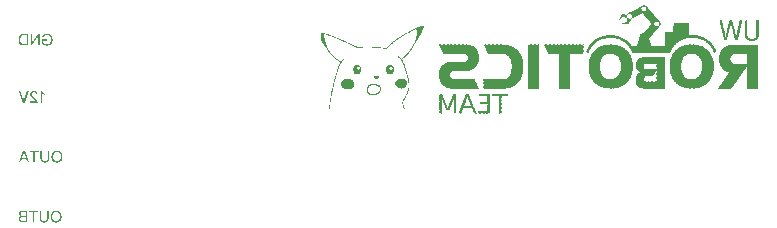
<source format=gbo>
G04*
G04 #@! TF.GenerationSoftware,Altium Limited,Altium Designer,19.1.9 (167)*
G04*
G04 Layer_Color=32896*
%FSAX25Y25*%
%MOIN*%
G70*
G01*
G75*
G36*
X0241705Y0097808D02*
X0241778D01*
Y0097734D01*
X0241999D01*
Y0097661D01*
X0242073D01*
Y0097587D01*
X0242146D01*
Y0097661D01*
X0242220D01*
Y0097587D01*
X0242294D01*
Y0097514D01*
X0242367D01*
Y0097440D01*
X0242441D01*
Y0097366D01*
X0242367D01*
Y0097293D01*
X0242515D01*
Y0097219D01*
Y0097145D01*
X0242588D01*
Y0097072D01*
X0242662D01*
Y0096998D01*
X0242736D01*
Y0096925D01*
X0242809D01*
Y0096851D01*
X0242883D01*
Y0096777D01*
X0242956D01*
Y0096704D01*
X0243030D01*
Y0096630D01*
X0243104D01*
Y0096557D01*
X0243177D01*
Y0096483D01*
Y0096409D01*
X0243324D01*
Y0096336D01*
Y0096262D01*
X0243398D01*
Y0096188D01*
Y0096115D01*
X0243472D01*
Y0096041D01*
X0243545D01*
Y0095968D01*
X0243619D01*
Y0095894D01*
X0243693D01*
Y0095820D01*
X0243766D01*
Y0095747D01*
X0243840D01*
Y0095673D01*
X0243914D01*
Y0095599D01*
X0243987D01*
Y0095526D01*
X0244061D01*
Y0095452D01*
Y0095379D01*
X0244134D01*
Y0095305D01*
Y0095231D01*
X0244282D01*
Y0095158D01*
Y0095084D01*
X0244355D01*
Y0095010D01*
X0244429D01*
Y0094937D01*
X0244502D01*
Y0094863D01*
X0244576D01*
Y0094789D01*
X0244650D01*
Y0094716D01*
X0244723D01*
Y0094642D01*
X0244797D01*
Y0094569D01*
Y0094495D01*
X0244944D01*
Y0094421D01*
Y0094348D01*
X0245092D01*
Y0094274D01*
X0245018D01*
Y0094201D01*
X0245092D01*
Y0094127D01*
X0245165D01*
Y0094053D01*
X0245239D01*
Y0093980D01*
X0245312D01*
Y0093906D01*
X0245386D01*
Y0093832D01*
X0245460D01*
Y0093759D01*
X0245533D01*
Y0093685D01*
X0245607D01*
Y0093612D01*
X0245680D01*
Y0093538D01*
X0245607D01*
Y0093464D01*
X0245754D01*
Y0093391D01*
Y0093317D01*
X0245828D01*
Y0093243D01*
X0245901D01*
Y0093170D01*
X0245975D01*
Y0093096D01*
X0246049D01*
Y0093023D01*
X0246122D01*
Y0092949D01*
X0246196D01*
Y0092875D01*
X0246269D01*
Y0092802D01*
X0246343D01*
Y0092728D01*
X0246417D01*
Y0092654D01*
X0246490D01*
Y0092581D01*
X0246564D01*
Y0092507D01*
X0246638D01*
Y0092434D01*
X0246711D01*
Y0092360D01*
X0246785D01*
Y0092286D01*
X0246858D01*
Y0092213D01*
X0246785D01*
Y0092139D01*
X0246858D01*
Y0092066D01*
Y0091992D01*
X0246932D01*
Y0091918D01*
Y0091845D01*
Y0091771D01*
Y0091697D01*
Y0091624D01*
Y0091550D01*
X0246858D01*
Y0091477D01*
Y0091403D01*
Y0091329D01*
X0246785D01*
Y0091256D01*
X0246711D01*
Y0091182D01*
X0246638D01*
Y0091108D01*
X0246711D01*
Y0091035D01*
X0246564D01*
Y0090961D01*
Y0090887D01*
X0246490D01*
Y0090814D01*
X0246417D01*
Y0090740D01*
X0246343D01*
Y0090667D01*
X0246269D01*
Y0090593D01*
X0246196D01*
Y0090519D01*
X0246122D01*
Y0090446D01*
X0246049D01*
Y0090372D01*
Y0090298D01*
X0245901D01*
Y0090225D01*
X0245975D01*
Y0090151D01*
X0245901D01*
Y0090078D01*
X0245828D01*
Y0090004D01*
X0245754D01*
Y0089930D01*
X0245680D01*
Y0089857D01*
X0245607D01*
Y0089783D01*
X0245533D01*
Y0089710D01*
X0245460D01*
Y0089636D01*
X0245386D01*
Y0089562D01*
X0245312D01*
Y0089489D01*
Y0089415D01*
X0245239D01*
Y0089341D01*
Y0089268D01*
X0245165D01*
Y0089194D01*
X0245092D01*
Y0089121D01*
X0245018D01*
Y0089047D01*
X0244944D01*
Y0088973D01*
X0244871D01*
Y0088900D01*
X0244797D01*
Y0088826D01*
X0244723D01*
Y0088752D01*
Y0088679D01*
X0244576D01*
Y0088605D01*
Y0088532D01*
X0244502D01*
Y0088458D01*
Y0088384D01*
X0244429D01*
Y0088311D01*
X0244355D01*
Y0088237D01*
X0244282D01*
Y0088163D01*
X0244208D01*
Y0088090D01*
X0244134D01*
Y0088016D01*
X0244061D01*
Y0087942D01*
X0243987D01*
Y0087869D01*
X0243914D01*
Y0087795D01*
Y0087722D01*
X0243840D01*
Y0087648D01*
X0243766D01*
Y0087574D01*
Y0087501D01*
X0243693D01*
Y0087427D01*
X0243619D01*
Y0087353D01*
X0243545D01*
Y0087280D01*
X0243472D01*
Y0087206D01*
X0243398D01*
Y0087133D01*
X0243324D01*
Y0087059D01*
X0243251D01*
Y0086985D01*
X0243324D01*
Y0086912D01*
X0243104D01*
Y0086838D01*
X0243177D01*
Y0086765D01*
X0243104D01*
Y0086691D01*
X0243177D01*
Y0086617D01*
X0243104D01*
Y0086544D01*
X0243177D01*
Y0086470D01*
Y0086396D01*
X0243251D01*
Y0086323D01*
Y0086249D01*
X0243324D01*
Y0086176D01*
X0243251D01*
Y0086102D01*
X0243324D01*
Y0086028D01*
Y0085955D01*
Y0085881D01*
X0243398D01*
Y0085807D01*
Y0085734D01*
Y0085660D01*
X0243472D01*
Y0085587D01*
X0243398D01*
Y0085513D01*
X0243472D01*
Y0085439D01*
X0243545D01*
Y0085366D01*
X0243472D01*
Y0085292D01*
X0243545D01*
Y0085218D01*
X0243619D01*
Y0085145D01*
X0243545D01*
Y0085071D01*
X0243619D01*
Y0084997D01*
X0243545D01*
Y0084924D01*
X0243619D01*
Y0084850D01*
X0243693D01*
Y0084777D01*
Y0084703D01*
Y0084629D01*
X0243766D01*
Y0084556D01*
X0243693D01*
Y0084482D01*
X0243766D01*
Y0084408D01*
Y0084335D01*
X0247153D01*
Y0084408D01*
X0247227D01*
Y0084335D01*
X0247447D01*
Y0084408D01*
X0247521D01*
Y0084335D01*
X0247595D01*
Y0084408D01*
X0247668D01*
Y0084335D01*
X0247742D01*
Y0084408D01*
X0247816D01*
Y0084335D01*
X0247889D01*
Y0084408D01*
X0247963D01*
Y0084335D01*
X0248036D01*
Y0084408D01*
X0248110D01*
Y0084335D01*
X0248184D01*
Y0084408D01*
X0248257D01*
Y0084335D01*
X0248331D01*
Y0084408D01*
X0248257D01*
Y0084482D01*
Y0084556D01*
Y0084629D01*
X0248331D01*
Y0084703D01*
X0248257D01*
Y0084777D01*
Y0084850D01*
Y0084924D01*
X0248331D01*
Y0084997D01*
X0248257D01*
Y0085071D01*
Y0085145D01*
Y0085218D01*
X0248331D01*
Y0085292D01*
X0248257D01*
Y0085366D01*
Y0085439D01*
Y0085513D01*
X0248331D01*
Y0085587D01*
X0248257D01*
Y0085660D01*
Y0085734D01*
Y0085807D01*
X0248331D01*
Y0085881D01*
X0248257D01*
Y0085955D01*
Y0086028D01*
Y0086102D01*
X0248331D01*
Y0086176D01*
X0248257D01*
Y0086249D01*
Y0086323D01*
Y0086396D01*
X0248331D01*
Y0086470D01*
X0248257D01*
Y0086544D01*
Y0086617D01*
Y0086691D01*
X0248331D01*
Y0086765D01*
X0248257D01*
Y0086838D01*
Y0086912D01*
Y0086985D01*
X0248331D01*
Y0087059D01*
X0248257D01*
Y0087133D01*
Y0087206D01*
Y0087280D01*
X0248331D01*
Y0087353D01*
X0248257D01*
Y0087427D01*
Y0087501D01*
Y0087574D01*
X0248331D01*
Y0087648D01*
X0248257D01*
Y0087722D01*
Y0087795D01*
Y0087869D01*
X0248331D01*
Y0087942D01*
X0248257D01*
Y0088016D01*
Y0088090D01*
Y0088163D01*
X0248331D01*
Y0088237D01*
X0248257D01*
Y0088311D01*
Y0088384D01*
Y0088458D01*
X0248331D01*
Y0088532D01*
X0248257D01*
Y0088605D01*
Y0088679D01*
Y0088752D01*
X0248331D01*
Y0088826D01*
X0248257D01*
Y0088900D01*
Y0088973D01*
Y0089047D01*
X0249803D01*
Y0088973D01*
X0249877D01*
Y0089047D01*
X0249951D01*
Y0088973D01*
X0250024D01*
Y0089047D01*
X0250098D01*
Y0088973D01*
X0250171D01*
Y0089047D01*
X0250245D01*
Y0088973D01*
X0250319D01*
Y0089047D01*
X0250392D01*
Y0088973D01*
X0250466D01*
Y0089047D01*
X0250540D01*
Y0088973D01*
X0250613D01*
Y0089047D01*
X0250687D01*
Y0088973D01*
X0250761D01*
Y0089047D01*
X0250834D01*
Y0088973D01*
X0250908D01*
Y0089047D01*
X0250981D01*
Y0088973D01*
X0251055D01*
Y0089047D01*
X0251129D01*
Y0089121D01*
Y0089194D01*
Y0089268D01*
Y0089341D01*
Y0089415D01*
Y0089489D01*
Y0089562D01*
Y0089636D01*
Y0089710D01*
Y0089783D01*
Y0089857D01*
Y0089930D01*
Y0090004D01*
Y0090078D01*
Y0090151D01*
Y0090225D01*
Y0090298D01*
Y0090372D01*
Y0090446D01*
Y0090519D01*
Y0090593D01*
X0251202D01*
Y0090667D01*
X0251129D01*
Y0090740D01*
Y0090814D01*
Y0090887D01*
X0251202D01*
Y0090961D01*
X0251129D01*
Y0091035D01*
X0251202D01*
Y0091108D01*
Y0091182D01*
Y0091256D01*
X0251129D01*
Y0091329D01*
X0251202D01*
Y0091403D01*
Y0091477D01*
Y0091550D01*
Y0091624D01*
Y0091697D01*
Y0091771D01*
Y0091845D01*
Y0091918D01*
Y0091992D01*
Y0092066D01*
Y0092139D01*
X0251276D01*
Y0092066D01*
X0251349D01*
Y0092139D01*
X0251423D01*
Y0092066D01*
X0251497D01*
Y0092139D01*
X0251570D01*
Y0092066D01*
X0251644D01*
Y0092139D01*
X0251718D01*
Y0092066D01*
X0251791D01*
Y0092139D01*
X0251865D01*
Y0092066D01*
X0251939D01*
Y0092139D01*
X0252012D01*
Y0092066D01*
X0252086D01*
Y0092139D01*
X0252159D01*
Y0092066D01*
X0252233D01*
Y0092139D01*
X0252307D01*
Y0092066D01*
X0252380D01*
Y0091992D01*
X0252454D01*
Y0092066D01*
X0252527D01*
Y0092139D01*
X0252601D01*
Y0092066D01*
X0252675D01*
Y0091992D01*
X0252748D01*
Y0092066D01*
X0252822D01*
Y0092139D01*
X0252896D01*
Y0092066D01*
X0252969D01*
Y0091992D01*
X0253043D01*
Y0092066D01*
X0253116D01*
Y0092139D01*
X0253190D01*
Y0092066D01*
X0253264D01*
Y0091992D01*
X0253337D01*
Y0092066D01*
X0253411D01*
Y0091992D01*
X0253485D01*
Y0092066D01*
X0253558D01*
Y0091992D01*
X0253632D01*
Y0092066D01*
X0253706D01*
Y0091992D01*
X0253779D01*
Y0092066D01*
X0253853D01*
Y0091992D01*
X0253926D01*
Y0092066D01*
X0254000D01*
Y0091992D01*
X0254074D01*
Y0092066D01*
X0254147D01*
Y0091992D01*
X0254221D01*
Y0092066D01*
X0254294D01*
Y0091992D01*
X0254368D01*
Y0092066D01*
X0254442D01*
Y0091992D01*
X0254515D01*
Y0092066D01*
X0254589D01*
Y0091992D01*
X0254663D01*
Y0092066D01*
X0254736D01*
Y0091992D01*
X0254810D01*
Y0092066D01*
X0254884D01*
Y0091992D01*
X0254957D01*
Y0092066D01*
X0255031D01*
Y0091992D01*
X0255104D01*
Y0092066D01*
X0255178D01*
Y0091992D01*
X0255252D01*
Y0092066D01*
X0255325D01*
Y0091992D01*
X0255399D01*
Y0092066D01*
X0255472D01*
Y0091992D01*
X0255546D01*
Y0092066D01*
X0255620D01*
Y0091992D01*
X0255693D01*
Y0092066D01*
X0255767D01*
Y0091992D01*
X0255841D01*
Y0092066D01*
X0255914D01*
Y0091992D01*
X0255988D01*
Y0092066D01*
X0256062D01*
Y0091992D01*
X0256135D01*
Y0092066D01*
X0256209D01*
Y0091992D01*
Y0091918D01*
Y0091845D01*
Y0091771D01*
Y0091697D01*
X0256282D01*
Y0091624D01*
X0256209D01*
Y0091550D01*
X0256282D01*
Y0091477D01*
X0256209D01*
Y0091403D01*
X0256282D01*
Y0091329D01*
X0256209D01*
Y0091256D01*
X0256282D01*
Y0091182D01*
X0256209D01*
Y0091108D01*
X0256282D01*
Y0091035D01*
X0256209D01*
Y0090961D01*
X0256282D01*
Y0090887D01*
X0256209D01*
Y0090814D01*
X0256282D01*
Y0090740D01*
X0256209D01*
Y0090667D01*
X0256282D01*
Y0090593D01*
X0256209D01*
Y0090519D01*
X0256282D01*
Y0090446D01*
X0256209D01*
Y0090372D01*
X0256282D01*
Y0090298D01*
X0256209D01*
Y0090225D01*
X0256282D01*
Y0090151D01*
X0256209D01*
Y0090078D01*
X0256282D01*
Y0090004D01*
X0256209D01*
Y0089930D01*
X0256282D01*
Y0089857D01*
Y0089783D01*
Y0089710D01*
Y0089636D01*
Y0089562D01*
Y0089489D01*
Y0089415D01*
X0256209D01*
Y0089341D01*
X0256282D01*
Y0089268D01*
Y0089194D01*
Y0089121D01*
Y0089047D01*
Y0088973D01*
Y0088900D01*
Y0088826D01*
Y0088752D01*
Y0088679D01*
Y0088605D01*
Y0088532D01*
X0256356D01*
Y0088458D01*
X0256282D01*
Y0088384D01*
X0256356D01*
Y0088311D01*
Y0088237D01*
Y0088163D01*
X0256282D01*
Y0088090D01*
X0256356D01*
Y0088016D01*
Y0087942D01*
Y0087869D01*
X0256577D01*
Y0087942D01*
X0256650D01*
Y0087869D01*
X0256724D01*
Y0087942D01*
X0256798D01*
Y0087869D01*
X0256871D01*
Y0087942D01*
X0257092D01*
Y0087869D01*
X0257166D01*
Y0087942D01*
X0257387D01*
Y0087869D01*
X0257460D01*
Y0087942D01*
X0257681D01*
Y0087869D01*
X0257755D01*
Y0087942D01*
X0257976D01*
Y0087869D01*
X0258049D01*
Y0087942D01*
X0258123D01*
Y0087869D01*
X0258197D01*
Y0087942D01*
X0258270D01*
Y0087869D01*
X0258344D01*
Y0087942D01*
X0258418D01*
Y0087869D01*
X0258933D01*
Y0087795D01*
X0259154D01*
Y0087869D01*
X0259227D01*
Y0087795D01*
X0259301D01*
Y0087722D01*
X0259375D01*
Y0087795D01*
X0259448D01*
Y0087722D01*
X0259669D01*
Y0087648D01*
X0259743D01*
Y0087722D01*
X0259816D01*
Y0087648D01*
X0259890D01*
Y0087574D01*
X0259964D01*
Y0087648D01*
X0260037D01*
Y0087574D01*
X0260258D01*
Y0087501D01*
X0260332D01*
Y0087574D01*
X0260405D01*
Y0087501D01*
X0260479D01*
Y0087427D01*
X0260700D01*
Y0087353D01*
X0260773D01*
Y0087280D01*
X0260847D01*
Y0087353D01*
X0260921D01*
Y0087280D01*
X0260994D01*
Y0087206D01*
X0261068D01*
Y0087280D01*
X0261141D01*
Y0087206D01*
X0261215D01*
Y0087133D01*
X0261436D01*
Y0087059D01*
X0261510D01*
Y0086985D01*
X0261731D01*
Y0086912D01*
X0261804D01*
Y0086838D01*
X0262025D01*
Y0086765D01*
X0262099D01*
Y0086691D01*
X0262172D01*
Y0086617D01*
X0262246D01*
Y0086544D01*
X0262467D01*
Y0086470D01*
X0262540D01*
Y0086396D01*
X0262614D01*
Y0086323D01*
X0262688D01*
Y0086249D01*
X0262761D01*
Y0086176D01*
X0262835D01*
Y0086102D01*
X0263056D01*
Y0086028D01*
Y0085955D01*
X0263203D01*
Y0085881D01*
X0263277D01*
Y0085807D01*
X0263350D01*
Y0085734D01*
X0263424D01*
Y0085660D01*
X0263497D01*
Y0085587D01*
X0263571D01*
Y0085513D01*
X0263645D01*
Y0085439D01*
X0263718D01*
Y0085366D01*
X0263792D01*
Y0085292D01*
X0263866D01*
Y0085218D01*
X0263939D01*
Y0085145D01*
Y0085071D01*
X0264087D01*
Y0084997D01*
X0264013D01*
Y0084924D01*
X0264160D01*
Y0084850D01*
Y0084777D01*
X0264234D01*
Y0084703D01*
X0264307D01*
Y0084629D01*
X0264381D01*
Y0084556D01*
X0264455D01*
Y0084482D01*
Y0084408D01*
Y0084335D01*
X0264528D01*
Y0084261D01*
X0264602D01*
Y0084188D01*
X0264675D01*
Y0084114D01*
Y0084040D01*
X0264823D01*
Y0083967D01*
X0264749D01*
Y0083893D01*
X0264823D01*
Y0083820D01*
X0264896D01*
Y0083746D01*
X0264970D01*
Y0083672D01*
X0264896D01*
Y0083599D01*
X0264970D01*
Y0083525D01*
X0265044D01*
Y0083451D01*
X0265117D01*
Y0083378D01*
Y0083304D01*
Y0083231D01*
X0265191D01*
Y0083157D01*
X0265265D01*
Y0083083D01*
X0265191D01*
Y0083010D01*
X0265265D01*
Y0082936D01*
X0265338D01*
Y0082862D01*
X0265412D01*
Y0082789D01*
X0265338D01*
Y0082715D01*
X0265412D01*
Y0082642D01*
X0265338D01*
Y0082568D01*
X0265412D01*
Y0082494D01*
X0265485D01*
Y0082421D01*
X0265559D01*
Y0082347D01*
X0265485D01*
Y0082273D01*
X0265412D01*
Y0082200D01*
X0265044D01*
Y0082126D01*
X0264970D01*
Y0082053D01*
X0264896D01*
Y0082126D01*
X0264823D01*
Y0082053D01*
X0264602D01*
Y0082126D01*
X0264675D01*
Y0082200D01*
X0264602D01*
Y0082273D01*
Y0082347D01*
Y0082421D01*
X0264528D01*
Y0082494D01*
X0264455D01*
Y0082568D01*
X0264528D01*
Y0082642D01*
X0264455D01*
Y0082715D01*
X0264381D01*
Y0082789D01*
Y0082862D01*
Y0082936D01*
X0264307D01*
Y0083010D01*
X0264234D01*
Y0083083D01*
X0264160D01*
Y0083157D01*
X0264234D01*
Y0083231D01*
X0264160D01*
Y0083304D01*
X0264087D01*
Y0083378D01*
X0264013D01*
Y0083451D01*
X0264087D01*
Y0083525D01*
X0264013D01*
Y0083599D01*
X0263939D01*
Y0083672D01*
X0263866D01*
Y0083746D01*
Y0083820D01*
X0263718D01*
Y0083893D01*
X0263792D01*
Y0083967D01*
X0263718D01*
Y0084040D01*
X0263645D01*
Y0084114D01*
X0263571D01*
Y0084188D01*
X0263497D01*
Y0084261D01*
X0263424D01*
Y0084335D01*
Y0084408D01*
X0263350D01*
Y0084482D01*
Y0084556D01*
X0263203D01*
Y0084629D01*
Y0084703D01*
X0263129D01*
Y0084777D01*
X0263056D01*
Y0084850D01*
X0262982D01*
Y0084924D01*
X0262909D01*
Y0084997D01*
X0262835D01*
Y0085071D01*
X0262761D01*
Y0085145D01*
X0262688D01*
Y0085218D01*
X0262614D01*
Y0085292D01*
X0262540D01*
Y0085366D01*
X0262467D01*
Y0085439D01*
X0262246D01*
Y0085513D01*
X0262172D01*
Y0085587D01*
X0262099D01*
Y0085660D01*
X0262025D01*
Y0085734D01*
X0261951D01*
Y0085807D01*
X0261878D01*
Y0085881D01*
X0261657D01*
Y0085955D01*
X0261583D01*
Y0086028D01*
X0261436D01*
Y0086102D01*
X0261289D01*
Y0086176D01*
X0261215D01*
Y0086249D01*
X0261141D01*
Y0086323D01*
X0261068D01*
Y0086249D01*
X0261141D01*
Y0086176D01*
X0261068D01*
Y0086249D01*
X0260994D01*
Y0086323D01*
X0260921D01*
Y0086396D01*
X0260847D01*
Y0086323D01*
X0260773D01*
Y0086396D01*
X0260700D01*
Y0086470D01*
X0260479D01*
Y0086544D01*
X0260405D01*
Y0086617D01*
X0260332D01*
Y0086544D01*
X0260258D01*
Y0086617D01*
X0260184D01*
Y0086691D01*
X0260111D01*
Y0086617D01*
X0260037D01*
Y0086691D01*
X0259964D01*
Y0086765D01*
X0259890D01*
Y0086691D01*
X0259816D01*
Y0086765D01*
X0259595D01*
Y0086838D01*
X0259375D01*
Y0086912D01*
X0258859D01*
Y0086985D01*
X0258786D01*
Y0086912D01*
X0258712D01*
Y0086985D01*
X0258638D01*
Y0087059D01*
X0258565D01*
Y0086985D01*
X0258638D01*
Y0086912D01*
X0258565D01*
Y0086985D01*
X0258491D01*
Y0087059D01*
X0258418D01*
Y0086985D01*
X0258344D01*
Y0087059D01*
X0258270D01*
Y0086985D01*
X0258197D01*
Y0087059D01*
X0258123D01*
Y0086985D01*
X0258049D01*
Y0087059D01*
X0256650D01*
Y0086985D01*
X0256577D01*
Y0087059D01*
X0256503D01*
Y0086985D01*
X0256430D01*
Y0087059D01*
X0256356D01*
Y0086985D01*
X0256282D01*
Y0087059D01*
X0256209D01*
Y0086985D01*
X0256282D01*
Y0086912D01*
X0256209D01*
Y0086985D01*
X0256135D01*
Y0086912D01*
X0256062D01*
Y0086985D01*
X0255988D01*
Y0086912D01*
X0255620D01*
Y0086838D01*
X0255546D01*
Y0086912D01*
X0255472D01*
Y0086838D01*
X0255252D01*
Y0086765D01*
X0255031D01*
Y0086691D01*
X0254957D01*
Y0086765D01*
X0254884D01*
Y0086691D01*
X0254810D01*
Y0086617D01*
X0254442D01*
Y0086544D01*
X0254368D01*
Y0086470D01*
X0254147D01*
Y0086396D01*
X0253926D01*
Y0086323D01*
X0253853D01*
Y0086249D01*
X0253779D01*
Y0086323D01*
X0253706D01*
Y0086249D01*
X0253779D01*
Y0086176D01*
X0253706D01*
Y0086249D01*
X0253632D01*
Y0086176D01*
X0253558D01*
Y0086102D01*
X0253337D01*
Y0086028D01*
X0253264D01*
Y0085955D01*
X0253190D01*
Y0085881D01*
X0252969D01*
Y0085807D01*
X0252896D01*
Y0085734D01*
X0252822D01*
Y0085660D01*
X0252748D01*
Y0085587D01*
X0252601D01*
Y0085513D01*
X0252527D01*
Y0085439D01*
X0252380D01*
Y0085366D01*
X0252307D01*
Y0085292D01*
X0252233D01*
Y0085218D01*
X0252159D01*
Y0085145D01*
X0252086D01*
Y0085071D01*
X0252012D01*
Y0084997D01*
X0251939D01*
Y0084924D01*
X0251865D01*
Y0084850D01*
X0251791D01*
Y0084777D01*
X0251718D01*
Y0084703D01*
X0251644D01*
Y0084629D01*
X0251570D01*
Y0084556D01*
X0251497D01*
Y0084482D01*
X0251423D01*
Y0084408D01*
X0251349D01*
Y0084335D01*
Y0084261D01*
X0251276D01*
Y0084188D01*
Y0084114D01*
X0251202D01*
Y0084040D01*
X0251129D01*
Y0083967D01*
X0251055D01*
Y0083893D01*
X0250981D01*
Y0083820D01*
X0250908D01*
Y0083746D01*
X0250981D01*
Y0083672D01*
X0250908D01*
Y0083599D01*
X0250834D01*
Y0083525D01*
X0250761D01*
Y0083451D01*
X0250687D01*
Y0083378D01*
Y0083304D01*
Y0083231D01*
X0250613D01*
Y0083157D01*
X0250540D01*
Y0083083D01*
X0250466D01*
Y0083010D01*
X0250540D01*
Y0082936D01*
X0250466D01*
Y0082862D01*
X0250392D01*
Y0082789D01*
X0250319D01*
Y0082715D01*
X0250392D01*
Y0082642D01*
X0250319D01*
Y0082568D01*
X0250245D01*
Y0082494D01*
X0250171D01*
Y0082421D01*
X0250245D01*
Y0082347D01*
X0250171D01*
Y0082273D01*
Y0082200D01*
Y0082126D01*
X0250098D01*
Y0082053D01*
X0246049D01*
Y0081979D01*
X0245975D01*
Y0082053D01*
X0245460D01*
Y0081979D01*
X0245386D01*
Y0082053D01*
X0244871D01*
Y0081979D01*
X0244797D01*
Y0082053D01*
X0244576D01*
Y0081979D01*
X0244502D01*
Y0082053D01*
X0244429D01*
Y0081979D01*
X0244355D01*
Y0082053D01*
X0244282D01*
Y0081979D01*
X0244208D01*
Y0082053D01*
X0243987D01*
Y0081979D01*
X0243914D01*
Y0082053D01*
X0243840D01*
Y0081979D01*
X0243766D01*
Y0082053D01*
X0243693D01*
Y0081979D01*
X0243619D01*
Y0082053D01*
X0243398D01*
Y0081979D01*
X0243324D01*
Y0082053D01*
X0243251D01*
Y0081979D01*
X0243177D01*
Y0082053D01*
X0243104D01*
Y0081979D01*
X0243030D01*
Y0082053D01*
X0242956D01*
Y0081979D01*
X0242883D01*
Y0082053D01*
X0242809D01*
Y0081979D01*
X0242736D01*
Y0082053D01*
X0242662D01*
Y0081979D01*
X0242588D01*
Y0082053D01*
X0242515D01*
Y0081979D01*
X0242441D01*
Y0082053D01*
X0242367D01*
Y0081979D01*
X0242294D01*
Y0082053D01*
X0242220D01*
Y0081979D01*
X0242146D01*
Y0082053D01*
X0242073D01*
Y0081979D01*
X0241999D01*
Y0082053D01*
X0241926D01*
Y0081979D01*
X0241852D01*
Y0082053D01*
X0241778D01*
Y0081979D01*
X0241705D01*
Y0082053D01*
X0241631D01*
Y0081979D01*
X0241558D01*
Y0082053D01*
X0241484D01*
Y0081979D01*
X0241410D01*
Y0082053D01*
X0241337D01*
Y0081979D01*
X0241263D01*
Y0082053D01*
X0241189D01*
Y0081979D01*
X0241116D01*
Y0082053D01*
X0241042D01*
Y0081979D01*
X0240968D01*
Y0082053D01*
X0240895D01*
Y0081979D01*
X0240821D01*
Y0082053D01*
X0240748D01*
Y0081979D01*
X0240674D01*
Y0082053D01*
X0240600D01*
Y0081979D01*
X0240527D01*
Y0082053D01*
X0240453D01*
Y0081979D01*
X0240380D01*
Y0082053D01*
X0240306D01*
Y0081979D01*
X0240232D01*
Y0082053D01*
X0240159D01*
Y0081979D01*
X0240085D01*
Y0082053D01*
X0240011D01*
Y0081979D01*
X0239938D01*
Y0082053D01*
X0239864D01*
Y0081979D01*
X0239791D01*
Y0082053D01*
X0239717D01*
Y0081979D01*
X0239643D01*
Y0082053D01*
X0239570D01*
Y0081979D01*
X0239496D01*
Y0082053D01*
X0239422D01*
Y0081979D01*
X0239349D01*
Y0082053D01*
X0239275D01*
Y0081979D01*
X0239201D01*
Y0082053D01*
X0239128D01*
Y0081979D01*
X0239054D01*
Y0082053D01*
X0238981D01*
Y0081979D01*
X0238907D01*
Y0082053D01*
X0238833D01*
Y0081979D01*
X0238760D01*
Y0082053D01*
X0238686D01*
Y0081979D01*
X0238613D01*
Y0082053D01*
X0238539D01*
Y0081979D01*
X0238465D01*
Y0082053D01*
X0238392D01*
Y0081979D01*
X0238318D01*
Y0082053D01*
X0238244D01*
Y0081979D01*
X0238171D01*
Y0082053D01*
X0238097D01*
Y0081979D01*
X0238023D01*
Y0082053D01*
X0237950D01*
Y0081979D01*
X0237876D01*
Y0082053D01*
X0237803D01*
Y0081979D01*
X0237729D01*
Y0082053D01*
X0237655D01*
Y0081979D01*
X0237582D01*
Y0082053D01*
X0237508D01*
Y0081979D01*
X0237435D01*
Y0082053D01*
X0237361D01*
Y0082126D01*
Y0082200D01*
Y0082273D01*
X0237287D01*
Y0082347D01*
Y0082421D01*
Y0082494D01*
X0237214D01*
Y0082568D01*
Y0082642D01*
X0237140D01*
Y0082715D01*
Y0082789D01*
X0237066D01*
Y0082862D01*
X0237140D01*
Y0082936D01*
X0237066D01*
Y0083010D01*
X0236993D01*
Y0083083D01*
X0236919D01*
Y0083157D01*
Y0083231D01*
X0236845D01*
Y0083304D01*
Y0083378D01*
X0236772D01*
Y0083451D01*
Y0083525D01*
X0236698D01*
Y0083599D01*
Y0083672D01*
X0236625D01*
Y0083746D01*
X0236551D01*
Y0083820D01*
X0236477D01*
Y0083893D01*
X0236404D01*
Y0083967D01*
Y0084040D01*
Y0084114D01*
X0236330D01*
Y0084188D01*
X0236257D01*
Y0084261D01*
X0236183D01*
Y0084335D01*
X0236109D01*
Y0084408D01*
X0236036D01*
Y0084482D01*
X0235962D01*
Y0084556D01*
X0235888D01*
Y0084629D01*
X0235962D01*
Y0084703D01*
X0235741D01*
Y0084777D01*
X0235815D01*
Y0084850D01*
X0235594D01*
Y0084924D01*
X0235667D01*
Y0084997D01*
X0235447D01*
Y0085071D01*
X0235520D01*
Y0085145D01*
X0235299D01*
Y0085218D01*
X0235373D01*
Y0085292D01*
X0235152D01*
Y0085366D01*
X0235079D01*
Y0085439D01*
X0235005D01*
Y0085513D01*
X0234931D01*
Y0085587D01*
X0234784D01*
Y0085660D01*
Y0085734D01*
X0234563D01*
Y0085807D01*
X0234490D01*
Y0085881D01*
X0234416D01*
Y0085955D01*
X0234342D01*
Y0086028D01*
X0234121D01*
Y0086102D01*
X0234048D01*
Y0086176D01*
X0233827D01*
Y0086249D01*
X0233753D01*
Y0086323D01*
X0233532D01*
Y0086396D01*
X0233459D01*
Y0086470D01*
X0233238D01*
Y0086544D01*
X0233164D01*
Y0086470D01*
X0233091D01*
Y0086544D01*
X0233017D01*
Y0086617D01*
X0232796D01*
Y0086691D01*
X0232723D01*
Y0086617D01*
X0232649D01*
Y0086691D01*
X0232575D01*
Y0086765D01*
X0232354D01*
Y0086838D01*
X0232281D01*
Y0086765D01*
X0232207D01*
Y0086838D01*
X0231986D01*
Y0086912D01*
X0231324D01*
Y0086985D01*
X0231250D01*
Y0086912D01*
X0231176D01*
Y0086985D01*
X0230956D01*
Y0087059D01*
X0230882D01*
Y0086985D01*
X0230808D01*
Y0087059D01*
X0230735D01*
Y0086985D01*
X0230661D01*
Y0087059D01*
X0230588D01*
Y0086985D01*
X0230514D01*
Y0087059D01*
X0230440D01*
Y0086985D01*
X0230367D01*
Y0087059D01*
X0230146D01*
Y0086985D01*
X0230072D01*
Y0087059D01*
X0229998D01*
Y0086985D01*
X0229925D01*
Y0087059D01*
X0229851D01*
Y0086985D01*
X0229778D01*
Y0087059D01*
X0229704D01*
Y0086985D01*
X0229630D01*
Y0087059D01*
X0229557D01*
Y0086985D01*
X0229483D01*
Y0087059D01*
X0229410D01*
Y0086985D01*
X0229336D01*
Y0087059D01*
X0229262D01*
Y0086985D01*
X0229189D01*
Y0086912D01*
X0229115D01*
Y0086985D01*
X0229041D01*
Y0086912D01*
X0228968D01*
Y0086985D01*
X0228894D01*
Y0086912D01*
X0228526D01*
Y0086838D01*
X0228452D01*
Y0086912D01*
X0228379D01*
Y0086838D01*
X0228158D01*
Y0086765D01*
X0228084D01*
Y0086838D01*
X0228011D01*
Y0086765D01*
X0227790D01*
Y0086691D01*
X0227716D01*
Y0086765D01*
X0227642D01*
Y0086691D01*
X0227716D01*
Y0086617D01*
X0227642D01*
Y0086691D01*
X0227569D01*
Y0086617D01*
X0227348D01*
Y0086544D01*
X0227274D01*
Y0086617D01*
X0227201D01*
Y0086544D01*
X0227127D01*
Y0086470D01*
X0226906D01*
Y0086396D01*
X0226833D01*
Y0086323D01*
X0226612D01*
Y0086249D01*
X0226391D01*
Y0086176D01*
X0226317D01*
Y0086102D01*
X0226244D01*
Y0086028D01*
X0226023D01*
Y0085955D01*
X0225949D01*
Y0085881D01*
X0225728D01*
Y0085807D01*
X0225655D01*
Y0085734D01*
X0225581D01*
Y0085660D01*
X0225507D01*
Y0085587D01*
X0225434D01*
Y0085513D01*
X0225360D01*
Y0085587D01*
X0225287D01*
Y0085513D01*
X0225360D01*
Y0085439D01*
X0225139D01*
Y0085366D01*
X0225066D01*
Y0085292D01*
X0224992D01*
Y0085218D01*
X0224918D01*
Y0085145D01*
X0224845D01*
Y0085071D01*
X0224771D01*
Y0084997D01*
X0224697D01*
Y0084924D01*
X0224624D01*
Y0084850D01*
X0224550D01*
Y0084777D01*
X0224477D01*
Y0084703D01*
X0224403D01*
Y0084629D01*
X0224329D01*
Y0084556D01*
X0224256D01*
Y0084482D01*
X0224182D01*
Y0084408D01*
X0224109D01*
Y0084335D01*
Y0084261D01*
X0223961D01*
Y0084188D01*
X0224035D01*
Y0084114D01*
X0223961D01*
Y0084040D01*
X0223888D01*
Y0083967D01*
X0223814D01*
Y0083893D01*
X0223740D01*
Y0083820D01*
X0223667D01*
Y0083746D01*
Y0083672D01*
X0223593D01*
Y0083599D01*
Y0083525D01*
X0223519D01*
Y0083451D01*
X0223446D01*
Y0083378D01*
X0223372D01*
Y0083304D01*
X0223446D01*
Y0083231D01*
X0223372D01*
Y0083157D01*
X0223299D01*
Y0083083D01*
X0223225D01*
Y0083010D01*
Y0082936D01*
X0223151D01*
Y0082862D01*
Y0082789D01*
X0223078D01*
Y0082715D01*
X0223151D01*
Y0082642D01*
X0223078D01*
Y0082568D01*
X0223004D01*
Y0082494D01*
X0222931D01*
Y0082421D01*
X0223004D01*
Y0082347D01*
X0222931D01*
Y0082273D01*
X0222857D01*
Y0082200D01*
Y0082126D01*
Y0082053D01*
X0222636D01*
Y0082126D01*
X0222562D01*
Y0082053D01*
X0222489D01*
Y0082126D01*
X0222268D01*
Y0082200D01*
X0222047D01*
Y0082273D01*
X0221973D01*
Y0082347D01*
X0222047D01*
Y0082421D01*
Y0082494D01*
Y0082568D01*
X0222121D01*
Y0082642D01*
Y0082715D01*
Y0082789D01*
X0222194D01*
Y0082862D01*
X0222268D01*
Y0082936D01*
X0222194D01*
Y0083010D01*
X0222268D01*
Y0083083D01*
X0222342D01*
Y0083157D01*
X0222415D01*
Y0083231D01*
X0222342D01*
Y0083304D01*
X0222415D01*
Y0083378D01*
X0222489D01*
Y0083451D01*
X0222562D01*
Y0083525D01*
X0222489D01*
Y0083599D01*
X0222562D01*
Y0083672D01*
X0222636D01*
Y0083746D01*
X0222710D01*
Y0083820D01*
Y0083893D01*
Y0083967D01*
X0222783D01*
Y0084040D01*
X0222857D01*
Y0084114D01*
X0222931D01*
Y0084188D01*
Y0084261D01*
Y0084335D01*
X0223004D01*
Y0084408D01*
X0223078D01*
Y0084482D01*
X0223151D01*
Y0084556D01*
X0223225D01*
Y0084629D01*
X0223299D01*
Y0084703D01*
Y0084777D01*
X0223372D01*
Y0084850D01*
Y0084924D01*
X0223519D01*
Y0084997D01*
Y0085071D01*
X0223593D01*
Y0085145D01*
X0223667D01*
Y0085218D01*
X0223740D01*
Y0085292D01*
X0223814D01*
Y0085366D01*
X0223888D01*
Y0085439D01*
X0223961D01*
Y0085513D01*
X0224035D01*
Y0085587D01*
X0224109D01*
Y0085660D01*
X0224182D01*
Y0085734D01*
X0224256D01*
Y0085807D01*
X0224329D01*
Y0085881D01*
X0224403D01*
Y0085955D01*
X0224477D01*
Y0086028D01*
X0224550D01*
Y0086102D01*
X0224771D01*
Y0086176D01*
Y0086249D01*
X0224918D01*
Y0086323D01*
X0224992D01*
Y0086396D01*
X0225066D01*
Y0086470D01*
X0225139D01*
Y0086544D01*
X0225360D01*
Y0086617D01*
X0225434D01*
Y0086691D01*
X0225507D01*
Y0086765D01*
X0225581D01*
Y0086691D01*
X0225655D01*
Y0086765D01*
Y0086838D01*
X0225802D01*
Y0086912D01*
X0225875D01*
Y0086985D01*
X0226096D01*
Y0087059D01*
X0226170D01*
Y0087133D01*
X0226391D01*
Y0087206D01*
X0226465D01*
Y0087280D01*
X0226538D01*
Y0087206D01*
X0226612D01*
Y0087280D01*
X0226833D01*
Y0087353D01*
X0226906D01*
Y0087427D01*
X0227127D01*
Y0087501D01*
X0227201D01*
Y0087427D01*
X0227274D01*
Y0087501D01*
X0227348D01*
Y0087574D01*
X0227422D01*
Y0087501D01*
X0227495D01*
Y0087574D01*
X0227716D01*
Y0087648D01*
X0227790D01*
Y0087574D01*
X0227863D01*
Y0087648D01*
X0227937D01*
Y0087722D01*
X0228305D01*
Y0087795D01*
X0228379D01*
Y0087722D01*
X0228452D01*
Y0087795D01*
X0228526D01*
Y0087869D01*
X0228600D01*
Y0087795D01*
X0228673D01*
Y0087869D01*
X0228747D01*
Y0087795D01*
X0228820D01*
Y0087869D01*
X0229483D01*
Y0087942D01*
X0229557D01*
Y0087869D01*
X0229778D01*
Y0087942D01*
X0229851D01*
Y0087869D01*
X0229925D01*
Y0087942D01*
X0229998D01*
Y0087869D01*
X0230072D01*
Y0087942D01*
X0230146D01*
Y0087869D01*
X0230219D01*
Y0087942D01*
X0230293D01*
Y0087869D01*
X0230367D01*
Y0087942D01*
X0230440D01*
Y0087869D01*
X0230661D01*
Y0087942D01*
X0230735D01*
Y0087869D01*
X0231545D01*
Y0087795D01*
X0231618D01*
Y0087869D01*
X0231692D01*
Y0087795D01*
X0231766D01*
Y0087869D01*
X0231839D01*
Y0087795D01*
X0231913D01*
Y0087722D01*
X0231986D01*
Y0087795D01*
X0232060D01*
Y0087722D01*
X0232281D01*
Y0087648D01*
X0232354D01*
Y0087722D01*
X0232428D01*
Y0087648D01*
X0232502D01*
Y0087574D01*
X0232575D01*
Y0087648D01*
X0232649D01*
Y0087574D01*
X0232870D01*
Y0087501D01*
X0232943D01*
Y0087574D01*
X0233017D01*
Y0087501D01*
X0233091D01*
Y0087427D01*
X0233164D01*
Y0087501D01*
X0233238D01*
Y0087427D01*
X0233312D01*
Y0087353D01*
X0233385D01*
Y0087427D01*
X0233459D01*
Y0087353D01*
X0233532D01*
Y0087280D01*
X0233753D01*
Y0087206D01*
X0233827D01*
Y0087133D01*
X0234048D01*
Y0087059D01*
X0234121D01*
Y0086985D01*
X0234342D01*
Y0086912D01*
X0234416D01*
Y0086838D01*
X0234637D01*
Y0086765D01*
X0234710D01*
Y0086691D01*
X0234931D01*
Y0086617D01*
X0235005D01*
Y0086544D01*
X0235079D01*
Y0086470D01*
X0235152D01*
Y0086396D01*
X0235373D01*
Y0086323D01*
X0235447D01*
Y0086249D01*
X0235520D01*
Y0086176D01*
X0235594D01*
Y0086102D01*
X0235667D01*
Y0086028D01*
X0235741D01*
Y0085955D01*
X0235815D01*
Y0085881D01*
X0235888D01*
Y0085807D01*
X0236036D01*
Y0085734D01*
Y0085660D01*
X0236183D01*
Y0085587D01*
Y0085513D01*
X0236330D01*
Y0085439D01*
Y0085366D01*
X0236404D01*
Y0085292D01*
X0236477D01*
Y0085218D01*
X0236551D01*
Y0085145D01*
X0236625D01*
Y0085071D01*
X0236698D01*
Y0084997D01*
X0236772D01*
Y0084924D01*
X0236845D01*
Y0084850D01*
X0236919D01*
Y0084777D01*
X0236993D01*
Y0084703D01*
Y0084629D01*
X0237140D01*
Y0084556D01*
X0237066D01*
Y0084482D01*
X0237140D01*
Y0084408D01*
X0237214D01*
Y0084335D01*
X0237287D01*
Y0084261D01*
X0237361D01*
Y0084335D01*
X0237435D01*
Y0084261D01*
X0237655D01*
Y0084335D01*
X0237729D01*
Y0084261D01*
X0237803D01*
Y0084335D01*
X0237876D01*
Y0084261D01*
X0237950D01*
Y0084335D01*
X0238023D01*
Y0084261D01*
X0238097D01*
Y0084335D01*
X0238171D01*
Y0084261D01*
X0238244D01*
Y0084335D01*
X0238318D01*
Y0084261D01*
X0238392D01*
Y0084335D01*
X0238465D01*
Y0084261D01*
X0238539D01*
Y0084335D01*
X0238613D01*
Y0084261D01*
X0238686D01*
Y0084335D01*
X0238760D01*
Y0084261D01*
X0238833D01*
Y0084335D01*
X0238907D01*
Y0084261D01*
X0238981D01*
Y0084335D01*
X0239054D01*
Y0084408D01*
X0239128D01*
Y0084482D01*
X0239054D01*
Y0084556D01*
X0239128D01*
Y0084629D01*
X0239201D01*
Y0084703D01*
X0239128D01*
Y0084777D01*
X0239201D01*
Y0084850D01*
X0239128D01*
Y0084924D01*
X0239201D01*
Y0084997D01*
X0239275D01*
Y0085071D01*
Y0085145D01*
Y0085218D01*
X0239349D01*
Y0085292D01*
X0239275D01*
Y0085366D01*
X0239349D01*
Y0085439D01*
Y0085513D01*
Y0085587D01*
X0239422D01*
Y0085660D01*
Y0085734D01*
Y0085807D01*
X0239496D01*
Y0085881D01*
X0239422D01*
Y0085955D01*
X0239496D01*
Y0086028D01*
X0239422D01*
Y0086102D01*
X0239496D01*
Y0086176D01*
X0239570D01*
Y0086249D01*
Y0086323D01*
Y0086396D01*
X0239643D01*
Y0086470D01*
X0239570D01*
Y0086544D01*
X0239643D01*
Y0086617D01*
Y0086691D01*
Y0086765D01*
X0239717D01*
Y0086838D01*
Y0086912D01*
Y0086985D01*
X0239791D01*
Y0087059D01*
X0239717D01*
Y0087133D01*
X0239791D01*
Y0087206D01*
Y0087280D01*
Y0087353D01*
X0239864D01*
Y0087427D01*
X0239938D01*
Y0087501D01*
X0239864D01*
Y0087574D01*
X0239938D01*
Y0087648D01*
X0239864D01*
Y0087722D01*
X0239938D01*
Y0087795D01*
Y0087869D01*
X0240011D01*
Y0087942D01*
Y0088016D01*
Y0088090D01*
Y0088163D01*
X0240085D01*
Y0088237D01*
Y0088311D01*
Y0088384D01*
X0240159D01*
Y0088458D01*
X0240232D01*
Y0088532D01*
X0240306D01*
Y0088458D01*
X0240380D01*
Y0088532D01*
X0240453D01*
Y0088458D01*
X0240527D01*
Y0088532D01*
X0240600D01*
Y0088458D01*
X0240674D01*
Y0088532D01*
X0240748D01*
Y0088458D01*
X0240821D01*
Y0088532D01*
X0240895D01*
Y0088458D01*
X0240968D01*
Y0088532D01*
X0241042D01*
Y0088458D01*
X0241116D01*
Y0088532D01*
X0241189D01*
Y0088458D01*
X0241263D01*
Y0088532D01*
Y0088605D01*
X0241337D01*
Y0088679D01*
Y0088752D01*
X0241558D01*
Y0088826D01*
X0241484D01*
Y0088900D01*
X0241558D01*
Y0088973D01*
X0241631D01*
Y0089047D01*
X0241705D01*
Y0089121D01*
X0241778D01*
Y0089194D01*
X0241852D01*
Y0089268D01*
X0241926D01*
Y0089341D01*
X0241999D01*
Y0089415D01*
X0241926D01*
Y0089489D01*
X0242073D01*
Y0089562D01*
Y0089636D01*
X0242146D01*
Y0089710D01*
X0242220D01*
Y0089783D01*
X0242294D01*
Y0089857D01*
X0242367D01*
Y0089930D01*
X0242441D01*
Y0090004D01*
X0242515D01*
Y0090078D01*
X0242588D01*
Y0090151D01*
Y0090225D01*
X0242736D01*
Y0090298D01*
X0242662D01*
Y0090372D01*
X0242736D01*
Y0090446D01*
X0242809D01*
Y0090519D01*
X0242883D01*
Y0090593D01*
X0242956D01*
Y0090667D01*
X0243030D01*
Y0090740D01*
X0243104D01*
Y0090814D01*
X0243177D01*
Y0090887D01*
X0243251D01*
Y0090961D01*
X0243324D01*
Y0091035D01*
X0243251D01*
Y0091108D01*
X0243398D01*
Y0091182D01*
Y0091256D01*
X0243472D01*
Y0091329D01*
X0243545D01*
Y0091403D01*
X0243619D01*
Y0091477D01*
X0243693D01*
Y0091550D01*
X0243766D01*
Y0091624D01*
X0243840D01*
Y0091697D01*
X0243914D01*
Y0091771D01*
X0243840D01*
Y0091845D01*
X0243766D01*
Y0091918D01*
X0243693D01*
Y0091992D01*
X0243619D01*
Y0092066D01*
X0243545D01*
Y0092139D01*
X0243472D01*
Y0092213D01*
X0243398D01*
Y0092286D01*
Y0092360D01*
X0243324D01*
Y0092434D01*
Y0092507D01*
X0243251D01*
Y0092581D01*
X0243177D01*
Y0092654D01*
X0243104D01*
Y0092728D01*
X0243030D01*
Y0092802D01*
X0242956D01*
Y0092875D01*
Y0092949D01*
X0242809D01*
Y0093023D01*
X0242883D01*
Y0093096D01*
X0242662D01*
Y0093170D01*
X0242736D01*
Y0093243D01*
X0242588D01*
Y0093317D01*
Y0093391D01*
X0242515D01*
Y0093464D01*
X0242441D01*
Y0093538D01*
X0242367D01*
Y0093612D01*
X0242294D01*
Y0093685D01*
X0242220D01*
Y0093759D01*
X0242146D01*
Y0093832D01*
X0242073D01*
Y0093906D01*
X0241999D01*
Y0093980D01*
X0241926D01*
Y0094053D01*
X0241852D01*
Y0094127D01*
X0241778D01*
Y0094201D01*
X0241705D01*
Y0094274D01*
X0241631D01*
Y0094348D01*
Y0094421D01*
X0241558D01*
Y0094495D01*
X0241484D01*
Y0094569D01*
X0241410D01*
Y0094642D01*
Y0094716D01*
X0241337D01*
Y0094789D01*
X0241263D01*
Y0094863D01*
X0241189D01*
Y0094937D01*
X0241116D01*
Y0095010D01*
X0241042D01*
Y0095084D01*
Y0095158D01*
X0240895D01*
Y0095231D01*
X0240968D01*
Y0095305D01*
X0240748D01*
Y0095231D01*
X0240674D01*
Y0095305D01*
X0240600D01*
Y0095231D01*
X0240674D01*
Y0095158D01*
X0240453D01*
Y0095084D01*
X0240380D01*
Y0095010D01*
X0240159D01*
Y0094937D01*
X0240085D01*
Y0094863D01*
X0239864D01*
Y0094789D01*
X0239791D01*
Y0094716D01*
X0239570D01*
Y0094642D01*
X0239496D01*
Y0094569D01*
X0239422D01*
Y0094495D01*
X0239349D01*
Y0094421D01*
X0239128D01*
Y0094348D01*
X0239054D01*
Y0094274D01*
X0238833D01*
Y0094201D01*
X0238760D01*
Y0094127D01*
X0238539D01*
Y0094053D01*
X0238465D01*
Y0093980D01*
X0238318D01*
Y0093906D01*
X0238171D01*
Y0093832D01*
X0238097D01*
Y0093759D01*
X0238023D01*
Y0093685D01*
X0237803D01*
Y0093612D01*
X0237729D01*
Y0093538D01*
X0237508D01*
Y0093464D01*
X0237435D01*
Y0093391D01*
X0237214D01*
Y0093317D01*
X0237140D01*
Y0093243D01*
X0236919D01*
Y0093170D01*
Y0093096D01*
X0236845D01*
Y0093023D01*
Y0092949D01*
X0236772D01*
Y0092875D01*
X0236845D01*
Y0092802D01*
X0236772D01*
Y0092728D01*
X0236698D01*
Y0092654D01*
X0236625D01*
Y0092581D01*
X0236698D01*
Y0092507D01*
X0236625D01*
Y0092434D01*
X0236551D01*
Y0092360D01*
X0236477D01*
Y0092286D01*
X0236551D01*
Y0092213D01*
X0236477D01*
Y0092139D01*
Y0092066D01*
X0236404D01*
Y0091992D01*
Y0091918D01*
X0236330D01*
Y0091845D01*
X0236257D01*
Y0091771D01*
X0236183D01*
Y0091845D01*
X0236109D01*
Y0091771D01*
X0236036D01*
Y0091845D01*
X0235962D01*
Y0091771D01*
X0235888D01*
Y0091845D01*
X0235815D01*
Y0091771D01*
X0235741D01*
Y0091845D01*
X0235667D01*
Y0091771D01*
X0235594D01*
Y0091845D01*
X0235520D01*
Y0091771D01*
X0235447D01*
Y0091845D01*
X0235373D01*
Y0091771D01*
X0233827D01*
Y0091845D01*
X0234048D01*
Y0091918D01*
X0234121D01*
Y0091992D01*
X0234195D01*
Y0091918D01*
X0234269D01*
Y0091992D01*
X0234490D01*
Y0092066D01*
X0234563D01*
Y0091992D01*
X0234637D01*
Y0092066D01*
X0234710D01*
Y0092139D01*
X0234784D01*
Y0092066D01*
X0234858D01*
Y0092139D01*
X0235079D01*
Y0092213D01*
X0235299D01*
Y0092286D01*
X0235667D01*
Y0092360D01*
Y0092434D01*
Y0092507D01*
X0235594D01*
Y0092581D01*
X0235667D01*
Y0092654D01*
X0235594D01*
Y0092728D01*
X0235667D01*
Y0092802D01*
X0235594D01*
Y0092875D01*
X0235667D01*
Y0092949D01*
X0235594D01*
Y0093023D01*
Y0093096D01*
Y0093170D01*
Y0093243D01*
Y0093317D01*
X0235520D01*
Y0093391D01*
Y0093464D01*
Y0093538D01*
Y0093612D01*
Y0093685D01*
X0235299D01*
Y0093759D01*
X0235226D01*
Y0093832D01*
X0235005D01*
Y0093906D01*
X0234931D01*
Y0093980D01*
X0234858D01*
Y0093906D01*
X0234784D01*
Y0093980D01*
X0234563D01*
Y0094053D01*
X0234490D01*
Y0094127D01*
X0234121D01*
Y0094053D01*
X0234195D01*
Y0093980D01*
X0233974D01*
Y0093906D01*
X0234048D01*
Y0093832D01*
X0233974D01*
Y0093759D01*
X0233901D01*
Y0093685D01*
X0233827D01*
Y0093612D01*
X0233753D01*
Y0093538D01*
X0233680D01*
Y0093464D01*
X0233606D01*
Y0093391D01*
X0233532D01*
Y0093317D01*
X0233459D01*
Y0093243D01*
X0233385D01*
Y0093170D01*
Y0093096D01*
X0233312D01*
Y0093023D01*
Y0092949D01*
X0233164D01*
Y0092875D01*
Y0092802D01*
X0233091D01*
Y0092728D01*
X0233017D01*
Y0092802D01*
X0232943D01*
Y0092875D01*
X0233017D01*
Y0092949D01*
X0233091D01*
Y0093023D01*
X0233164D01*
Y0093096D01*
X0233091D01*
Y0093170D01*
X0233164D01*
Y0093243D01*
X0233238D01*
Y0093317D01*
X0233164D01*
Y0093391D01*
X0233238D01*
Y0093464D01*
X0233312D01*
Y0093538D01*
Y0093612D01*
Y0093685D01*
X0233385D01*
Y0093759D01*
X0233459D01*
Y0093832D01*
X0233385D01*
Y0093906D01*
X0233459D01*
Y0093980D01*
X0233532D01*
Y0094053D01*
X0233606D01*
Y0094127D01*
X0233532D01*
Y0094201D01*
X0233606D01*
Y0094274D01*
X0233680D01*
Y0094348D01*
Y0094421D01*
Y0094495D01*
X0233753D01*
Y0094569D01*
Y0094642D01*
Y0094716D01*
X0233827D01*
Y0094789D01*
X0233901D01*
Y0094863D01*
X0233974D01*
Y0094937D01*
X0234048D01*
Y0094863D01*
X0234121D01*
Y0094937D01*
X0234195D01*
Y0094863D01*
X0234269D01*
Y0094789D01*
X0234342D01*
Y0094863D01*
X0234416D01*
Y0094789D01*
X0234490D01*
Y0094863D01*
X0234563D01*
Y0094789D01*
X0234637D01*
Y0094863D01*
X0234710D01*
Y0094789D01*
X0234784D01*
Y0094863D01*
X0234858D01*
Y0094789D01*
X0235373D01*
Y0094716D01*
X0235447D01*
Y0094789D01*
X0235520D01*
Y0094863D01*
X0235447D01*
Y0094937D01*
X0235667D01*
Y0095010D01*
X0235741D01*
Y0095084D01*
X0235962D01*
Y0095158D01*
X0236036D01*
Y0095231D01*
X0236257D01*
Y0095305D01*
X0236330D01*
Y0095379D01*
X0236404D01*
Y0095452D01*
X0236477D01*
Y0095526D01*
X0236551D01*
Y0095452D01*
X0236625D01*
Y0095526D01*
X0236698D01*
Y0095599D01*
X0236772D01*
Y0095526D01*
X0236845D01*
Y0095599D01*
Y0095673D01*
X0236993D01*
Y0095747D01*
X0237066D01*
Y0095820D01*
X0237287D01*
Y0095894D01*
X0237361D01*
Y0095968D01*
X0237582D01*
Y0096041D01*
X0237655D01*
Y0096115D01*
X0237876D01*
Y0096188D01*
X0237950D01*
Y0096262D01*
X0238171D01*
Y0096336D01*
X0238244D01*
Y0096409D01*
X0238318D01*
Y0096483D01*
X0238392D01*
Y0096409D01*
X0238465D01*
Y0096483D01*
X0238539D01*
Y0096557D01*
X0238613D01*
Y0096630D01*
X0238686D01*
Y0096704D01*
X0238907D01*
Y0096777D01*
X0238981D01*
Y0096851D01*
X0239201D01*
Y0096925D01*
X0239275D01*
Y0096998D01*
X0239496D01*
Y0097072D01*
X0239570D01*
Y0097145D01*
X0239791D01*
Y0097219D01*
X0239864D01*
Y0097293D01*
X0240085D01*
Y0097366D01*
X0240159D01*
Y0097440D01*
X0240232D01*
Y0097514D01*
X0240306D01*
Y0097587D01*
X0240527D01*
Y0097661D01*
X0240600D01*
Y0097734D01*
X0240821D01*
Y0097808D01*
X0240895D01*
Y0097882D01*
X0240968D01*
Y0097808D01*
X0241042D01*
Y0097882D01*
X0241558D01*
Y0097808D01*
X0241631D01*
Y0097882D01*
X0241705D01*
Y0097808D01*
D02*
G37*
G36*
X0279695Y0092802D02*
X0279621D01*
Y0092728D01*
X0279695D01*
Y0092654D01*
X0279621D01*
Y0092581D01*
X0279695D01*
Y0092507D01*
X0279621D01*
Y0092434D01*
X0279695D01*
Y0092360D01*
X0279621D01*
Y0092286D01*
X0279695D01*
Y0092213D01*
X0279621D01*
Y0092139D01*
X0279695D01*
Y0092066D01*
X0279621D01*
Y0091992D01*
X0279695D01*
Y0091918D01*
X0279621D01*
Y0091845D01*
X0279695D01*
Y0091771D01*
X0279621D01*
Y0091697D01*
X0279695D01*
Y0091624D01*
X0279621D01*
Y0091550D01*
X0279695D01*
Y0091477D01*
X0279621D01*
Y0091403D01*
X0279695D01*
Y0091329D01*
X0279621D01*
Y0091256D01*
X0279695D01*
Y0091182D01*
X0279621D01*
Y0091108D01*
X0279695D01*
Y0091035D01*
X0279621D01*
Y0090961D01*
X0279695D01*
Y0090887D01*
X0279621D01*
Y0090814D01*
X0279695D01*
Y0090740D01*
X0279621D01*
Y0090667D01*
X0279695D01*
Y0090593D01*
X0279621D01*
Y0090519D01*
X0279695D01*
Y0090446D01*
X0279621D01*
Y0090372D01*
X0279695D01*
Y0090298D01*
X0279621D01*
Y0090225D01*
X0279695D01*
Y0090151D01*
X0279621D01*
Y0090078D01*
X0279695D01*
Y0090004D01*
X0279621D01*
Y0089930D01*
X0279695D01*
Y0089857D01*
X0279621D01*
Y0089783D01*
X0279695D01*
Y0089710D01*
X0279621D01*
Y0089636D01*
X0279695D01*
Y0089562D01*
X0279621D01*
Y0089489D01*
X0279695D01*
Y0089415D01*
X0279621D01*
Y0089341D01*
X0279695D01*
Y0089268D01*
X0279621D01*
Y0089194D01*
X0279695D01*
Y0089121D01*
X0279621D01*
Y0089047D01*
X0279695D01*
Y0088973D01*
X0279621D01*
Y0088900D01*
X0279695D01*
Y0088826D01*
X0279621D01*
Y0088752D01*
X0279695D01*
Y0088679D01*
X0279621D01*
Y0088605D01*
X0279695D01*
Y0088532D01*
X0279621D01*
Y0088458D01*
X0279695D01*
Y0088384D01*
X0279621D01*
Y0088311D01*
X0279695D01*
Y0088237D01*
X0279621D01*
Y0088163D01*
X0279695D01*
Y0088090D01*
X0279621D01*
Y0088016D01*
X0279695D01*
Y0087942D01*
X0279621D01*
Y0087869D01*
Y0087795D01*
Y0087722D01*
Y0087648D01*
Y0087574D01*
X0279548D01*
Y0087501D01*
X0279621D01*
Y0087427D01*
X0279548D01*
Y0087353D01*
X0279474D01*
Y0087280D01*
X0279548D01*
Y0087206D01*
X0279474D01*
Y0087133D01*
X0279400D01*
Y0087059D01*
Y0086985D01*
Y0086912D01*
X0279327D01*
Y0086838D01*
X0279253D01*
Y0086765D01*
X0279180D01*
Y0086691D01*
X0279106D01*
Y0086617D01*
X0279032D01*
Y0086544D01*
X0278959D01*
Y0086470D01*
X0278738D01*
Y0086396D01*
X0278664D01*
Y0086323D01*
X0278443D01*
Y0086249D01*
X0278222D01*
Y0086176D01*
X0277854D01*
Y0086102D01*
X0277781D01*
Y0086176D01*
X0277707D01*
Y0086102D01*
X0277781D01*
Y0086028D01*
X0277707D01*
Y0086102D01*
X0277486D01*
Y0086176D01*
X0277413D01*
Y0086102D01*
X0277486D01*
Y0086028D01*
X0277413D01*
Y0086102D01*
X0277192D01*
Y0086176D01*
X0277118D01*
Y0086102D01*
X0277192D01*
Y0086028D01*
X0277118D01*
Y0086102D01*
X0276897D01*
Y0086176D01*
X0276823D01*
Y0086102D01*
X0276897D01*
Y0086028D01*
X0276823D01*
Y0086102D01*
X0276750D01*
Y0086176D01*
X0276676D01*
Y0086102D01*
X0276603D01*
Y0086176D01*
X0276235D01*
Y0086249D01*
X0276161D01*
Y0086323D01*
X0275940D01*
Y0086396D01*
X0275866D01*
Y0086470D01*
X0275719D01*
Y0086544D01*
X0275646D01*
Y0086617D01*
X0275498D01*
Y0086691D01*
X0275425D01*
Y0086765D01*
X0275351D01*
Y0086838D01*
Y0086912D01*
X0275277D01*
Y0086985D01*
Y0087059D01*
X0275204D01*
Y0087133D01*
X0275130D01*
Y0087206D01*
X0275057D01*
Y0087280D01*
X0275130D01*
Y0087353D01*
X0275057D01*
Y0087427D01*
Y0087501D01*
Y0087574D01*
Y0087648D01*
Y0087722D01*
X0274983D01*
Y0087795D01*
Y0087869D01*
Y0087942D01*
X0274909D01*
Y0088016D01*
X0274983D01*
Y0088090D01*
X0274909D01*
Y0088163D01*
X0274983D01*
Y0088237D01*
X0274909D01*
Y0088311D01*
X0274983D01*
Y0088384D01*
X0274909D01*
Y0088458D01*
X0274983D01*
Y0088532D01*
X0274909D01*
Y0088605D01*
X0274983D01*
Y0088679D01*
X0274909D01*
Y0088752D01*
X0274983D01*
Y0088826D01*
X0274909D01*
Y0088900D01*
X0274983D01*
Y0088973D01*
X0274909D01*
Y0089047D01*
X0274983D01*
Y0089121D01*
X0274909D01*
Y0089194D01*
X0274983D01*
Y0089268D01*
X0274909D01*
Y0089341D01*
X0274983D01*
Y0089415D01*
X0274909D01*
Y0089489D01*
X0274983D01*
Y0089562D01*
X0274909D01*
Y0089636D01*
X0274983D01*
Y0089710D01*
X0274909D01*
Y0089783D01*
X0274983D01*
Y0089857D01*
X0274909D01*
Y0089930D01*
X0274983D01*
Y0090004D01*
X0274909D01*
Y0090078D01*
X0274983D01*
Y0090151D01*
X0274909D01*
Y0090225D01*
X0274983D01*
Y0090298D01*
X0274909D01*
Y0090372D01*
X0274983D01*
Y0090446D01*
X0274909D01*
Y0090519D01*
X0274983D01*
Y0090593D01*
X0274909D01*
Y0090667D01*
X0274983D01*
Y0090740D01*
X0274909D01*
Y0090814D01*
X0274983D01*
Y0090887D01*
X0274909D01*
Y0090961D01*
X0274983D01*
Y0091035D01*
X0274909D01*
Y0091108D01*
X0274983D01*
Y0091182D01*
X0274909D01*
Y0091256D01*
X0274983D01*
Y0091329D01*
X0274909D01*
Y0091403D01*
X0274983D01*
Y0091477D01*
X0274909D01*
Y0091550D01*
X0274983D01*
Y0091624D01*
X0274909D01*
Y0091697D01*
X0274983D01*
Y0091771D01*
X0274909D01*
Y0091845D01*
X0274983D01*
Y0091918D01*
X0274909D01*
Y0091992D01*
X0274983D01*
Y0092066D01*
X0274909D01*
Y0092139D01*
X0274983D01*
Y0092213D01*
X0274909D01*
Y0092286D01*
X0274983D01*
Y0092360D01*
X0274909D01*
Y0092434D01*
X0274983D01*
Y0092507D01*
X0274909D01*
Y0092581D01*
X0274983D01*
Y0092654D01*
X0274909D01*
Y0092728D01*
X0274983D01*
Y0092802D01*
X0274909D01*
Y0092875D01*
X0275130D01*
Y0092802D01*
X0275204D01*
Y0092875D01*
X0275719D01*
Y0092802D01*
Y0092728D01*
Y0092654D01*
Y0092581D01*
Y0092507D01*
Y0092434D01*
Y0092360D01*
Y0092286D01*
Y0092213D01*
Y0092139D01*
Y0092066D01*
Y0091992D01*
Y0091918D01*
Y0091845D01*
Y0091771D01*
Y0091697D01*
Y0091624D01*
Y0091550D01*
Y0091477D01*
Y0091403D01*
Y0091329D01*
Y0091256D01*
Y0091182D01*
Y0091108D01*
Y0091035D01*
Y0090961D01*
Y0090887D01*
Y0090814D01*
Y0090740D01*
Y0090667D01*
Y0090593D01*
Y0090519D01*
Y0090446D01*
Y0090372D01*
Y0090298D01*
Y0090225D01*
Y0090151D01*
Y0090078D01*
Y0090004D01*
Y0089930D01*
Y0089857D01*
Y0089783D01*
Y0089710D01*
Y0089636D01*
Y0089562D01*
Y0089489D01*
Y0089415D01*
Y0089341D01*
Y0089268D01*
Y0089194D01*
Y0089121D01*
Y0089047D01*
Y0088973D01*
Y0088900D01*
Y0088826D01*
Y0088752D01*
Y0088679D01*
Y0088605D01*
Y0088532D01*
Y0088458D01*
Y0088384D01*
Y0088311D01*
Y0088237D01*
X0275793D01*
Y0088163D01*
X0275719D01*
Y0088090D01*
X0275793D01*
Y0088016D01*
Y0087942D01*
Y0087869D01*
Y0087795D01*
Y0087722D01*
X0275866D01*
Y0087648D01*
X0275793D01*
Y0087574D01*
X0275866D01*
Y0087501D01*
Y0087427D01*
X0275940D01*
Y0087353D01*
Y0087280D01*
X0276014D01*
Y0087206D01*
X0276087D01*
Y0087133D01*
X0276161D01*
Y0087059D01*
X0276235D01*
Y0086985D01*
X0276308D01*
Y0086912D01*
X0276382D01*
Y0086838D01*
X0276455D01*
Y0086912D01*
X0276529D01*
Y0086838D01*
X0276750D01*
Y0086765D01*
X0276823D01*
Y0086838D01*
X0276897D01*
Y0086765D01*
X0277118D01*
Y0086691D01*
X0277192D01*
Y0086765D01*
X0277413D01*
Y0086691D01*
X0277486D01*
Y0086765D01*
X0277560D01*
Y0086838D01*
X0277633D01*
Y0086765D01*
X0277707D01*
Y0086838D01*
X0277928D01*
Y0086912D01*
X0278001D01*
Y0086985D01*
X0278075D01*
Y0086912D01*
X0278149D01*
Y0086985D01*
X0278370D01*
Y0087059D01*
Y0087133D01*
X0278517D01*
Y0087206D01*
Y0087280D01*
X0278590D01*
Y0087353D01*
Y0087427D01*
X0278664D01*
Y0087501D01*
X0278738D01*
Y0087574D01*
X0278664D01*
Y0087648D01*
X0278738D01*
Y0087722D01*
X0278811D01*
Y0087795D01*
X0278738D01*
Y0087869D01*
X0278811D01*
Y0087942D01*
X0278738D01*
Y0088016D01*
X0278811D01*
Y0088090D01*
X0278738D01*
Y0088163D01*
X0278811D01*
Y0088237D01*
X0278738D01*
Y0088311D01*
X0278811D01*
Y0088384D01*
X0278738D01*
Y0088458D01*
X0278811D01*
Y0088532D01*
X0278738D01*
Y0088605D01*
X0278811D01*
Y0088679D01*
X0278738D01*
Y0088752D01*
X0278811D01*
Y0088826D01*
X0278738D01*
Y0088900D01*
X0278811D01*
Y0088973D01*
X0278738D01*
Y0089047D01*
X0278811D01*
Y0089121D01*
X0278738D01*
Y0089194D01*
X0278811D01*
Y0089268D01*
X0278738D01*
Y0089341D01*
X0278811D01*
Y0089415D01*
X0278738D01*
Y0089489D01*
X0278811D01*
Y0089562D01*
X0278738D01*
Y0089636D01*
X0278811D01*
Y0089710D01*
X0278738D01*
Y0089783D01*
X0278811D01*
Y0089857D01*
X0278738D01*
Y0089930D01*
X0278811D01*
Y0090004D01*
X0278738D01*
Y0090078D01*
X0278811D01*
Y0090151D01*
X0278738D01*
Y0090225D01*
X0278811D01*
Y0090298D01*
X0278738D01*
Y0090372D01*
X0278811D01*
Y0090446D01*
X0278738D01*
Y0090519D01*
X0278811D01*
Y0090593D01*
X0278738D01*
Y0090667D01*
X0278811D01*
Y0090740D01*
X0278738D01*
Y0090814D01*
X0278811D01*
Y0090887D01*
X0278738D01*
Y0090961D01*
X0278811D01*
Y0091035D01*
X0278738D01*
Y0091108D01*
X0278811D01*
Y0091182D01*
X0278738D01*
Y0091256D01*
X0278811D01*
Y0091329D01*
X0278738D01*
Y0091403D01*
X0278811D01*
Y0091477D01*
X0278738D01*
Y0091550D01*
X0278811D01*
Y0091624D01*
X0278738D01*
Y0091697D01*
X0278811D01*
Y0091771D01*
X0278738D01*
Y0091845D01*
X0278811D01*
Y0091918D01*
X0278738D01*
Y0091992D01*
X0278811D01*
Y0092066D01*
X0278738D01*
Y0092139D01*
X0278811D01*
Y0092213D01*
X0278738D01*
Y0092286D01*
X0278811D01*
Y0092360D01*
X0278738D01*
Y0092434D01*
X0278811D01*
Y0092507D01*
X0278738D01*
Y0092581D01*
X0278811D01*
Y0092654D01*
X0278738D01*
Y0092728D01*
X0278811D01*
Y0092802D01*
Y0092875D01*
X0279253D01*
Y0092802D01*
X0279327D01*
Y0092875D01*
X0279695D01*
Y0092802D01*
D02*
G37*
G36*
X0274099D02*
X0274026D01*
Y0092728D01*
X0274099D01*
Y0092654D01*
X0274026D01*
Y0092581D01*
Y0092507D01*
Y0092434D01*
X0273952D01*
Y0092360D01*
X0273879D01*
Y0092286D01*
X0273952D01*
Y0092213D01*
X0273879D01*
Y0092139D01*
X0273952D01*
Y0092066D01*
X0273879D01*
Y0091992D01*
X0273952D01*
Y0091918D01*
X0273879D01*
Y0091845D01*
X0273805D01*
Y0091771D01*
Y0091697D01*
Y0091624D01*
X0273731D01*
Y0091550D01*
X0273805D01*
Y0091477D01*
X0273731D01*
Y0091403D01*
Y0091329D01*
Y0091256D01*
Y0091182D01*
Y0091108D01*
X0273658D01*
Y0091035D01*
Y0090961D01*
Y0090887D01*
X0273584D01*
Y0090814D01*
X0273658D01*
Y0090740D01*
X0273584D01*
Y0090667D01*
Y0090593D01*
Y0090519D01*
Y0090446D01*
X0273510D01*
Y0090372D01*
Y0090298D01*
X0273437D01*
Y0090225D01*
X0273510D01*
Y0090151D01*
X0273437D01*
Y0090078D01*
X0273510D01*
Y0090004D01*
X0273437D01*
Y0089930D01*
Y0089857D01*
X0273363D01*
Y0089783D01*
Y0089710D01*
X0273290D01*
Y0089636D01*
X0273363D01*
Y0089562D01*
X0273290D01*
Y0089489D01*
X0273363D01*
Y0089415D01*
X0273290D01*
Y0089341D01*
X0273363D01*
Y0089268D01*
X0273290D01*
Y0089194D01*
X0273216D01*
Y0089121D01*
Y0089047D01*
Y0088973D01*
X0273142D01*
Y0088900D01*
X0273216D01*
Y0088826D01*
X0273142D01*
Y0088752D01*
X0273216D01*
Y0088679D01*
X0273142D01*
Y0088605D01*
Y0088532D01*
Y0088458D01*
X0273069D01*
Y0088384D01*
Y0088311D01*
Y0088237D01*
X0272995D01*
Y0088163D01*
X0273069D01*
Y0088090D01*
X0272995D01*
Y0088016D01*
Y0087942D01*
Y0087869D01*
X0272921D01*
Y0087795D01*
Y0087722D01*
Y0087648D01*
X0272848D01*
Y0087574D01*
X0272921D01*
Y0087501D01*
X0272848D01*
Y0087427D01*
X0272921D01*
Y0087353D01*
X0272848D01*
Y0087280D01*
X0272774D01*
Y0087206D01*
Y0087133D01*
Y0087059D01*
X0272701D01*
Y0086985D01*
X0272774D01*
Y0086912D01*
X0272701D01*
Y0086838D01*
X0272774D01*
Y0086765D01*
X0272701D01*
Y0086691D01*
Y0086617D01*
Y0086544D01*
X0272627D01*
Y0086470D01*
Y0086396D01*
Y0086323D01*
X0272553D01*
Y0086249D01*
X0272480D01*
Y0086323D01*
X0272406D01*
Y0086249D01*
X0272333D01*
Y0086323D01*
X0272259D01*
Y0086249D01*
X0272185D01*
Y0086323D01*
X0272112D01*
Y0086249D01*
X0272038D01*
Y0086323D01*
X0271964D01*
Y0086249D01*
X0271891D01*
Y0086323D01*
X0271817D01*
Y0086249D01*
X0271743D01*
Y0086323D01*
X0271670D01*
Y0086396D01*
X0271743D01*
Y0086470D01*
X0271670D01*
Y0086544D01*
Y0086617D01*
Y0086691D01*
X0271596D01*
Y0086765D01*
Y0086838D01*
Y0086912D01*
X0271523D01*
Y0086985D01*
X0271596D01*
Y0087059D01*
X0271523D01*
Y0087133D01*
X0271449D01*
Y0087206D01*
Y0087280D01*
Y0087353D01*
X0271375D01*
Y0087427D01*
X0271449D01*
Y0087501D01*
X0271375D01*
Y0087574D01*
Y0087648D01*
Y0087722D01*
X0271302D01*
Y0087795D01*
X0271228D01*
Y0087869D01*
X0271302D01*
Y0087942D01*
X0271228D01*
Y0088016D01*
X0271302D01*
Y0088090D01*
X0271228D01*
Y0088163D01*
X0271302D01*
Y0088237D01*
X0271228D01*
Y0088311D01*
X0271154D01*
Y0088384D01*
Y0088458D01*
Y0088532D01*
X0271081D01*
Y0088605D01*
X0271154D01*
Y0088679D01*
X0271081D01*
Y0088752D01*
Y0088826D01*
Y0088900D01*
X0271007D01*
Y0088973D01*
X0270934D01*
Y0089047D01*
X0271007D01*
Y0089121D01*
X0270934D01*
Y0089194D01*
Y0089268D01*
Y0089341D01*
Y0089415D01*
Y0089489D01*
X0270860D01*
Y0089562D01*
Y0089636D01*
Y0089710D01*
X0270786D01*
Y0089783D01*
X0270860D01*
Y0089857D01*
X0270786D01*
Y0089930D01*
Y0090004D01*
X0270713D01*
Y0090078D01*
Y0090151D01*
X0270639D01*
Y0090225D01*
X0270713D01*
Y0090298D01*
X0270639D01*
Y0090372D01*
Y0090446D01*
Y0090519D01*
X0270566D01*
Y0090593D01*
X0270639D01*
Y0090667D01*
X0270566D01*
Y0090740D01*
X0270492D01*
Y0090814D01*
X0270566D01*
Y0090887D01*
X0270492D01*
Y0090961D01*
X0270566D01*
Y0091035D01*
X0270492D01*
Y0091108D01*
X0270418D01*
Y0091182D01*
X0270492D01*
Y0091256D01*
X0270418D01*
Y0091329D01*
Y0091403D01*
Y0091477D01*
X0270345D01*
Y0091550D01*
X0270418D01*
Y0091624D01*
X0270345D01*
Y0091697D01*
X0270418D01*
Y0091771D01*
X0270271D01*
Y0091697D01*
Y0091624D01*
X0270197D01*
Y0091550D01*
X0270271D01*
Y0091477D01*
X0270197D01*
Y0091403D01*
X0270271D01*
Y0091329D01*
X0270197D01*
Y0091256D01*
Y0091182D01*
Y0091108D01*
X0270124D01*
Y0091035D01*
X0270197D01*
Y0090961D01*
X0270124D01*
Y0090887D01*
X0270050D01*
Y0090814D01*
X0270124D01*
Y0090740D01*
X0270050D01*
Y0090667D01*
Y0090593D01*
Y0090519D01*
Y0090446D01*
X0269976D01*
Y0090372D01*
Y0090298D01*
X0269903D01*
Y0090225D01*
X0269976D01*
Y0090151D01*
X0269903D01*
Y0090078D01*
Y0090004D01*
Y0089930D01*
X0269829D01*
Y0089857D01*
Y0089783D01*
Y0089710D01*
X0269756D01*
Y0089636D01*
X0269829D01*
Y0089562D01*
X0269756D01*
Y0089489D01*
Y0089415D01*
Y0089341D01*
X0269682D01*
Y0089268D01*
Y0089194D01*
Y0089121D01*
X0269608D01*
Y0089047D01*
X0269682D01*
Y0088973D01*
X0269608D01*
Y0088900D01*
Y0088826D01*
Y0088752D01*
X0269535D01*
Y0088679D01*
Y0088605D01*
Y0088532D01*
X0269461D01*
Y0088458D01*
X0269535D01*
Y0088384D01*
X0269461D01*
Y0088311D01*
Y0088237D01*
Y0088163D01*
X0269388D01*
Y0088090D01*
X0269314D01*
Y0088016D01*
X0269388D01*
Y0087942D01*
X0269314D01*
Y0087869D01*
X0269388D01*
Y0087795D01*
X0269314D01*
Y0087722D01*
Y0087648D01*
Y0087574D01*
X0269240D01*
Y0087501D01*
Y0087427D01*
Y0087353D01*
X0269167D01*
Y0087280D01*
X0269240D01*
Y0087206D01*
X0269167D01*
Y0087133D01*
X0269093D01*
Y0087059D01*
Y0086985D01*
Y0086912D01*
X0269019D01*
Y0086838D01*
X0269093D01*
Y0086765D01*
X0269019D01*
Y0086691D01*
Y0086617D01*
Y0086544D01*
X0268946D01*
Y0086470D01*
X0269019D01*
Y0086396D01*
X0268946D01*
Y0086323D01*
X0268872D01*
Y0086249D01*
X0268798D01*
Y0086323D01*
X0268725D01*
Y0086249D01*
X0268651D01*
Y0086323D01*
X0268578D01*
Y0086249D01*
X0268504D01*
Y0086323D01*
X0268430D01*
Y0086249D01*
X0268357D01*
Y0086323D01*
X0268283D01*
Y0086249D01*
X0268210D01*
Y0086323D01*
X0268136D01*
Y0086249D01*
X0268062D01*
Y0086323D01*
X0267989D01*
Y0086396D01*
X0268062D01*
Y0086470D01*
X0267989D01*
Y0086544D01*
Y0086617D01*
Y0086691D01*
Y0086765D01*
X0267915D01*
Y0086838D01*
Y0086912D01*
X0267841D01*
Y0086985D01*
X0267915D01*
Y0087059D01*
X0267841D01*
Y0087133D01*
X0267915D01*
Y0087206D01*
X0267841D01*
Y0087280D01*
X0267768D01*
Y0087353D01*
X0267841D01*
Y0087427D01*
X0267768D01*
Y0087501D01*
X0267694D01*
Y0087574D01*
X0267768D01*
Y0087648D01*
X0267694D01*
Y0087722D01*
X0267768D01*
Y0087795D01*
X0267694D01*
Y0087869D01*
X0267768D01*
Y0087942D01*
X0267694D01*
Y0088016D01*
X0267620D01*
Y0088090D01*
Y0088163D01*
Y0088237D01*
X0267547D01*
Y0088311D01*
X0267620D01*
Y0088384D01*
X0267547D01*
Y0088458D01*
Y0088532D01*
Y0088605D01*
X0267473D01*
Y0088679D01*
X0267547D01*
Y0088752D01*
X0267473D01*
Y0088826D01*
X0267400D01*
Y0088900D01*
X0267473D01*
Y0088973D01*
X0267400D01*
Y0089047D01*
X0267473D01*
Y0089121D01*
X0267400D01*
Y0089194D01*
X0267326D01*
Y0089268D01*
X0267400D01*
Y0089341D01*
X0267326D01*
Y0089415D01*
Y0089489D01*
Y0089562D01*
X0267252D01*
Y0089636D01*
X0267326D01*
Y0089710D01*
X0267252D01*
Y0089783D01*
Y0089857D01*
Y0089930D01*
X0267179D01*
Y0090004D01*
Y0090078D01*
Y0090151D01*
X0267105D01*
Y0090225D01*
X0267179D01*
Y0090298D01*
X0267105D01*
Y0090372D01*
Y0090446D01*
Y0090519D01*
X0267032D01*
Y0090593D01*
X0267105D01*
Y0090667D01*
X0267032D01*
Y0090740D01*
X0266958D01*
Y0090814D01*
X0267032D01*
Y0090887D01*
X0266958D01*
Y0090961D01*
X0267032D01*
Y0091035D01*
X0266958D01*
Y0091108D01*
X0266884D01*
Y0091182D01*
X0266958D01*
Y0091256D01*
X0266884D01*
Y0091329D01*
X0266811D01*
Y0091403D01*
X0266884D01*
Y0091477D01*
X0266811D01*
Y0091550D01*
X0266884D01*
Y0091624D01*
X0266811D01*
Y0091697D01*
Y0091771D01*
Y0091845D01*
X0266737D01*
Y0091918D01*
Y0091992D01*
Y0092066D01*
X0266663D01*
Y0092139D01*
X0266737D01*
Y0092213D01*
X0266663D01*
Y0092286D01*
Y0092360D01*
Y0092434D01*
X0266590D01*
Y0092507D01*
X0266516D01*
Y0092581D01*
X0266590D01*
Y0092507D01*
X0266663D01*
Y0092581D01*
X0266590D01*
Y0092654D01*
Y0092728D01*
Y0092802D01*
X0266516D01*
Y0092875D01*
X0266884D01*
Y0092802D01*
X0266958D01*
Y0092875D01*
X0267326D01*
Y0092802D01*
X0267252D01*
Y0092728D01*
X0267326D01*
Y0092654D01*
Y0092581D01*
Y0092507D01*
X0267400D01*
Y0092434D01*
Y0092360D01*
Y0092286D01*
X0267473D01*
Y0092213D01*
X0267400D01*
Y0092139D01*
X0267473D01*
Y0092066D01*
X0267400D01*
Y0091992D01*
X0267473D01*
Y0091918D01*
X0267547D01*
Y0091845D01*
Y0091771D01*
Y0091697D01*
X0267620D01*
Y0091624D01*
X0267547D01*
Y0091550D01*
X0267620D01*
Y0091477D01*
Y0091403D01*
Y0091329D01*
X0267694D01*
Y0091256D01*
X0267620D01*
Y0091182D01*
X0267694D01*
Y0091108D01*
X0267768D01*
Y0091035D01*
X0267694D01*
Y0090961D01*
X0267768D01*
Y0090887D01*
X0267694D01*
Y0090814D01*
X0267768D01*
Y0090740D01*
Y0090667D01*
Y0090593D01*
X0267841D01*
Y0090519D01*
Y0090446D01*
Y0090372D01*
X0267915D01*
Y0090298D01*
X0267841D01*
Y0090225D01*
X0267915D01*
Y0090151D01*
Y0090078D01*
Y0090004D01*
X0267989D01*
Y0089930D01*
Y0089857D01*
Y0089783D01*
X0268062D01*
Y0089710D01*
X0267989D01*
Y0089636D01*
X0268062D01*
Y0089562D01*
Y0089489D01*
Y0089415D01*
X0268136D01*
Y0089341D01*
X0268062D01*
Y0089268D01*
X0268136D01*
Y0089194D01*
X0268210D01*
Y0089121D01*
X0268136D01*
Y0089047D01*
X0268210D01*
Y0088973D01*
X0268136D01*
Y0088900D01*
X0268210D01*
Y0088826D01*
Y0088752D01*
Y0088679D01*
X0268283D01*
Y0088605D01*
Y0088532D01*
Y0088458D01*
X0268357D01*
Y0088384D01*
X0268283D01*
Y0088311D01*
X0268357D01*
Y0088237D01*
Y0088163D01*
Y0088090D01*
X0268430D01*
Y0088016D01*
Y0087942D01*
Y0087869D01*
Y0087795D01*
Y0087722D01*
X0268504D01*
Y0087648D01*
X0268430D01*
Y0087574D01*
X0268504D01*
Y0087501D01*
X0268578D01*
Y0087574D01*
X0268651D01*
Y0087648D01*
X0268578D01*
Y0087722D01*
X0268651D01*
Y0087795D01*
X0268578D01*
Y0087869D01*
X0268651D01*
Y0087942D01*
X0268578D01*
Y0088016D01*
X0268651D01*
Y0088090D01*
X0268578D01*
Y0088163D01*
X0268651D01*
Y0088237D01*
X0268725D01*
Y0088311D01*
Y0088384D01*
Y0088458D01*
X0268798D01*
Y0088532D01*
X0268725D01*
Y0088605D01*
X0268798D01*
Y0088679D01*
Y0088752D01*
Y0088826D01*
X0268872D01*
Y0088900D01*
X0268798D01*
Y0088973D01*
X0268872D01*
Y0089047D01*
X0268946D01*
Y0089121D01*
X0268872D01*
Y0089194D01*
X0268946D01*
Y0089268D01*
X0268872D01*
Y0089341D01*
X0268946D01*
Y0089415D01*
X0269019D01*
Y0089489D01*
Y0089562D01*
Y0089636D01*
X0269093D01*
Y0089710D01*
X0269019D01*
Y0089783D01*
X0269093D01*
Y0089857D01*
Y0089930D01*
Y0090004D01*
X0269167D01*
Y0090078D01*
Y0090151D01*
Y0090225D01*
X0269240D01*
Y0090298D01*
X0269167D01*
Y0090372D01*
X0269240D01*
Y0090446D01*
X0269167D01*
Y0090519D01*
X0269240D01*
Y0090593D01*
X0269314D01*
Y0090667D01*
Y0090740D01*
Y0090814D01*
X0269388D01*
Y0090887D01*
X0269314D01*
Y0090961D01*
X0269388D01*
Y0091035D01*
Y0091108D01*
Y0091182D01*
X0269461D01*
Y0091256D01*
Y0091329D01*
Y0091403D01*
X0269535D01*
Y0091477D01*
X0269461D01*
Y0091550D01*
X0269535D01*
Y0091624D01*
Y0091697D01*
Y0091771D01*
X0269608D01*
Y0091845D01*
Y0091918D01*
Y0091992D01*
X0269682D01*
Y0092066D01*
X0269608D01*
Y0092139D01*
X0269682D01*
Y0092213D01*
Y0092286D01*
X0269756D01*
Y0092360D01*
Y0092434D01*
Y0092507D01*
Y0092581D01*
X0269829D01*
Y0092654D01*
X0269756D01*
Y0092728D01*
X0269829D01*
Y0092802D01*
X0269903D01*
Y0092875D01*
X0270418D01*
Y0092802D01*
X0270492D01*
Y0092875D01*
X0270713D01*
Y0092802D01*
Y0092728D01*
Y0092654D01*
X0270786D01*
Y0092581D01*
Y0092507D01*
Y0092434D01*
X0270860D01*
Y0092360D01*
X0270786D01*
Y0092286D01*
X0270860D01*
Y0092213D01*
Y0092139D01*
Y0092066D01*
X0270934D01*
Y0091992D01*
X0271007D01*
Y0091918D01*
X0270934D01*
Y0091845D01*
X0271007D01*
Y0091771D01*
X0270934D01*
Y0091697D01*
X0271007D01*
Y0091624D01*
Y0091550D01*
Y0091477D01*
X0271081D01*
Y0091403D01*
Y0091329D01*
Y0091256D01*
X0271154D01*
Y0091182D01*
X0271081D01*
Y0091108D01*
X0271154D01*
Y0091035D01*
X0271228D01*
Y0090961D01*
X0271154D01*
Y0090887D01*
X0271228D01*
Y0090814D01*
X0271302D01*
Y0090740D01*
X0271228D01*
Y0090667D01*
X0271302D01*
Y0090593D01*
X0271228D01*
Y0090519D01*
X0271302D01*
Y0090446D01*
X0271375D01*
Y0090372D01*
Y0090298D01*
Y0090225D01*
X0271449D01*
Y0090151D01*
X0271375D01*
Y0090078D01*
X0271449D01*
Y0090004D01*
X0271375D01*
Y0089930D01*
X0271449D01*
Y0089857D01*
X0271523D01*
Y0089783D01*
Y0089710D01*
Y0089636D01*
X0271596D01*
Y0089562D01*
X0271523D01*
Y0089489D01*
X0271596D01*
Y0089415D01*
X0271523D01*
Y0089341D01*
X0271596D01*
Y0089268D01*
X0271670D01*
Y0089194D01*
Y0089121D01*
Y0089047D01*
X0271743D01*
Y0088973D01*
X0271670D01*
Y0088900D01*
X0271743D01*
Y0088826D01*
Y0088752D01*
Y0088679D01*
X0271817D01*
Y0088605D01*
Y0088532D01*
Y0088458D01*
X0271891D01*
Y0088384D01*
X0271817D01*
Y0088311D01*
X0271891D01*
Y0088237D01*
Y0088163D01*
Y0088090D01*
X0271964D01*
Y0088016D01*
Y0087942D01*
Y0087869D01*
X0272038D01*
Y0087795D01*
X0271964D01*
Y0087722D01*
X0272038D01*
Y0087648D01*
X0271964D01*
Y0087574D01*
X0272038D01*
Y0087501D01*
X0272112D01*
Y0087574D01*
X0272185D01*
Y0087648D01*
X0272112D01*
Y0087722D01*
X0272185D01*
Y0087795D01*
X0272112D01*
Y0087869D01*
X0272185D01*
Y0087942D01*
X0272112D01*
Y0088016D01*
X0272185D01*
Y0088090D01*
Y0088163D01*
Y0088237D01*
X0272259D01*
Y0088311D01*
Y0088384D01*
Y0088458D01*
X0272333D01*
Y0088532D01*
X0272259D01*
Y0088605D01*
X0272333D01*
Y0088679D01*
Y0088752D01*
Y0088826D01*
X0272406D01*
Y0088900D01*
X0272333D01*
Y0088973D01*
X0272406D01*
Y0089047D01*
X0272480D01*
Y0089121D01*
X0272406D01*
Y0089194D01*
X0272480D01*
Y0089268D01*
X0272406D01*
Y0089341D01*
X0272480D01*
Y0089415D01*
Y0089489D01*
Y0089562D01*
X0272553D01*
Y0089636D01*
Y0089710D01*
Y0089783D01*
X0272627D01*
Y0089857D01*
X0272553D01*
Y0089930D01*
X0272627D01*
Y0090004D01*
Y0090078D01*
Y0090151D01*
X0272701D01*
Y0090225D01*
Y0090298D01*
Y0090372D01*
X0272774D01*
Y0090446D01*
X0272701D01*
Y0090519D01*
X0272774D01*
Y0090593D01*
Y0090667D01*
Y0090740D01*
Y0090814D01*
Y0090887D01*
X0272848D01*
Y0090961D01*
X0272921D01*
Y0091035D01*
X0272848D01*
Y0091108D01*
X0272921D01*
Y0091182D01*
X0272848D01*
Y0091256D01*
X0272921D01*
Y0091329D01*
Y0091403D01*
Y0091477D01*
X0272995D01*
Y0091550D01*
Y0091624D01*
Y0091697D01*
X0273069D01*
Y0091771D01*
X0272995D01*
Y0091845D01*
X0273069D01*
Y0091918D01*
X0272995D01*
Y0091992D01*
X0273069D01*
Y0092066D01*
Y0092139D01*
X0273142D01*
Y0092213D01*
Y0092286D01*
Y0092360D01*
Y0092434D01*
X0273216D01*
Y0092507D01*
X0273142D01*
Y0092581D01*
X0273216D01*
Y0092654D01*
Y0092728D01*
Y0092802D01*
X0273290D01*
Y0092875D01*
X0273363D01*
Y0092802D01*
X0273437D01*
Y0092875D01*
X0274099D01*
Y0092802D01*
D02*
G37*
G36*
X0233017Y0092654D02*
X0232943D01*
Y0092728D01*
X0233017D01*
Y0092654D01*
D02*
G37*
G36*
X0233753Y0091771D02*
X0233680D01*
Y0091845D01*
X0233753D01*
Y0091771D01*
D02*
G37*
G36*
X0233680Y0091697D02*
X0233606D01*
Y0091771D01*
X0233680D01*
Y0091697D01*
D02*
G37*
G36*
X0258049Y0084850D02*
X0258123D01*
Y0084777D01*
X0258197D01*
Y0084850D01*
X0258418D01*
Y0084777D01*
X0258491D01*
Y0084850D01*
X0258565D01*
Y0084777D01*
X0258786D01*
Y0084703D01*
X0258859D01*
Y0084777D01*
X0258933D01*
Y0084703D01*
X0259006D01*
Y0084777D01*
X0259080D01*
Y0084703D01*
X0259154D01*
Y0084629D01*
X0259227D01*
Y0084703D01*
X0259301D01*
Y0084629D01*
X0259522D01*
Y0084556D01*
X0259595D01*
Y0084629D01*
X0259669D01*
Y0084556D01*
X0259743D01*
Y0084482D01*
X0259964D01*
Y0084408D01*
X0260037D01*
Y0084482D01*
X0260111D01*
Y0084408D01*
X0260184D01*
Y0084335D01*
X0260405D01*
Y0084261D01*
X0260479D01*
Y0084188D01*
X0260553D01*
Y0084261D01*
X0260626D01*
Y0084188D01*
X0260700D01*
Y0084114D01*
X0260773D01*
Y0084188D01*
X0260847D01*
Y0084114D01*
X0260921D01*
Y0084040D01*
X0260994D01*
Y0083967D01*
X0261068D01*
Y0083893D01*
X0261141D01*
Y0083967D01*
X0261215D01*
Y0083893D01*
X0261289D01*
Y0083820D01*
X0261362D01*
Y0083746D01*
X0261583D01*
Y0083672D01*
X0261657D01*
Y0083599D01*
X0261731D01*
Y0083525D01*
X0261804D01*
Y0083451D01*
X0262025D01*
Y0083378D01*
Y0083304D01*
X0262172D01*
Y0083231D01*
X0262246D01*
Y0083157D01*
X0262319D01*
Y0083083D01*
X0262393D01*
Y0083010D01*
X0262467D01*
Y0082936D01*
X0262540D01*
Y0082862D01*
X0262614D01*
Y0082789D01*
X0262688D01*
Y0082715D01*
X0262761D01*
Y0082642D01*
X0262835D01*
Y0082568D01*
X0262909D01*
Y0082494D01*
X0262982D01*
Y0082421D01*
X0263056D01*
Y0082347D01*
X0263129D01*
Y0082273D01*
X0263203D01*
Y0082200D01*
Y0082126D01*
X0263277D01*
Y0082053D01*
Y0081979D01*
X0263350D01*
Y0081905D01*
X0263424D01*
Y0081832D01*
X0263497D01*
Y0081758D01*
Y0081684D01*
X0263645D01*
Y0081611D01*
X0263571D01*
Y0081537D01*
X0263645D01*
Y0081464D01*
X0263718D01*
Y0081390D01*
X0263792D01*
Y0081316D01*
X0263718D01*
Y0081243D01*
X0263792D01*
Y0081169D01*
X0263866D01*
Y0081095D01*
X0263939D01*
Y0081022D01*
Y0080948D01*
Y0080875D01*
X0264013D01*
Y0080801D01*
X0264087D01*
Y0080727D01*
X0264013D01*
Y0080654D01*
X0264087D01*
Y0080580D01*
X0264160D01*
Y0080506D01*
X0264234D01*
Y0080433D01*
X0264160D01*
Y0080359D01*
X0264234D01*
Y0080286D01*
X0264160D01*
Y0080212D01*
X0264234D01*
Y0080138D01*
X0264307D01*
Y0080065D01*
X0264381D01*
Y0079991D01*
X0264307D01*
Y0079917D01*
X0264381D01*
Y0079844D01*
Y0079770D01*
Y0079697D01*
X0264455D01*
Y0079623D01*
Y0079549D01*
Y0079476D01*
X0264528D01*
Y0079402D01*
X0264455D01*
Y0079328D01*
X0264528D01*
Y0079255D01*
Y0079181D01*
Y0079108D01*
Y0079034D01*
Y0078960D01*
X0264602D01*
Y0078887D01*
Y0078813D01*
Y0078740D01*
Y0078666D01*
Y0078592D01*
X0264675D01*
Y0078519D01*
X0264602D01*
Y0078445D01*
X0264675D01*
Y0078371D01*
X0264602D01*
Y0078298D01*
X0264675D01*
Y0078224D01*
X0264602D01*
Y0078150D01*
X0264675D01*
Y0078077D01*
X0264602D01*
Y0078003D01*
X0264675D01*
Y0077930D01*
X0264602D01*
Y0077856D01*
X0264675D01*
Y0077782D01*
X0264602D01*
Y0077709D01*
X0264675D01*
Y0077635D01*
X0264602D01*
Y0077561D01*
X0264675D01*
Y0077488D01*
X0264602D01*
Y0077414D01*
X0264675D01*
Y0077341D01*
X0264602D01*
Y0077267D01*
X0264675D01*
Y0077193D01*
X0264602D01*
Y0077120D01*
X0264675D01*
Y0077046D01*
X0264602D01*
Y0076973D01*
X0264675D01*
Y0076899D01*
X0264602D01*
Y0076825D01*
X0264675D01*
Y0076752D01*
X0264602D01*
Y0076678D01*
X0264675D01*
Y0076604D01*
X0264602D01*
Y0076531D01*
X0264675D01*
Y0076457D01*
X0264602D01*
Y0076384D01*
Y0076310D01*
Y0076236D01*
Y0076163D01*
Y0076089D01*
X0264528D01*
Y0076015D01*
Y0075942D01*
Y0075868D01*
X0264455D01*
Y0075795D01*
X0264528D01*
Y0075721D01*
X0264455D01*
Y0075647D01*
X0264528D01*
Y0075574D01*
X0264455D01*
Y0075500D01*
Y0075426D01*
Y0075353D01*
X0264381D01*
Y0075279D01*
X0264307D01*
Y0075205D01*
X0264381D01*
Y0075132D01*
X0264307D01*
Y0075058D01*
X0264381D01*
Y0074985D01*
X0264307D01*
Y0074911D01*
X0264234D01*
Y0074837D01*
Y0074764D01*
Y0074690D01*
X0264160D01*
Y0074616D01*
X0264234D01*
Y0074543D01*
X0264160D01*
Y0074469D01*
X0264087D01*
Y0074396D01*
X0264013D01*
Y0074322D01*
X0264087D01*
Y0074248D01*
X0264013D01*
Y0074175D01*
X0263939D01*
Y0074101D01*
X0263866D01*
Y0074028D01*
X0263939D01*
Y0073954D01*
X0263866D01*
Y0073880D01*
X0263792D01*
Y0073807D01*
Y0073733D01*
Y0073659D01*
X0263718D01*
Y0073586D01*
X0263645D01*
Y0073512D01*
X0263571D01*
Y0073439D01*
X0263645D01*
Y0073365D01*
X0263571D01*
Y0073291D01*
X0263497D01*
Y0073218D01*
X0263424D01*
Y0073144D01*
X0263350D01*
Y0073070D01*
Y0072997D01*
X0263277D01*
Y0072923D01*
X0263203D01*
Y0072850D01*
Y0072776D01*
X0263129D01*
Y0072702D01*
X0263056D01*
Y0072629D01*
X0262982D01*
Y0072555D01*
X0262909D01*
Y0072481D01*
X0262835D01*
Y0072408D01*
Y0072334D01*
X0262688D01*
Y0072260D01*
X0262761D01*
Y0072187D01*
X0262540D01*
Y0072113D01*
X0262614D01*
Y0072040D01*
X0262393D01*
Y0071966D01*
X0262467D01*
Y0071892D01*
X0262246D01*
Y0071819D01*
X0262319D01*
Y0071745D01*
X0262099D01*
Y0071671D01*
X0262025D01*
Y0071598D01*
X0261951D01*
Y0071524D01*
X0261878D01*
Y0071451D01*
X0261731D01*
Y0071377D01*
Y0071303D01*
X0261510D01*
Y0071230D01*
X0261436D01*
Y0071156D01*
X0261215D01*
Y0071083D01*
X0261141D01*
Y0071009D01*
X0261068D01*
Y0070935D01*
X0260847D01*
Y0070862D01*
X0260773D01*
Y0070788D01*
X0260700D01*
Y0070862D01*
X0260626D01*
Y0070788D01*
X0260700D01*
Y0070714D01*
X0260626D01*
Y0070788D01*
X0260553D01*
Y0070714D01*
X0260332D01*
Y0070641D01*
X0260258D01*
Y0070567D01*
X0259890D01*
Y0070494D01*
X0259816D01*
Y0070420D01*
X0259448D01*
Y0070346D01*
X0259375D01*
Y0070420D01*
X0259301D01*
Y0070346D01*
X0259227D01*
Y0070273D01*
X0259154D01*
Y0070346D01*
X0259080D01*
Y0070273D01*
X0258712D01*
Y0070199D01*
X0258638D01*
Y0070273D01*
X0258565D01*
Y0070199D01*
X0258491D01*
Y0070273D01*
X0258418D01*
Y0070199D01*
X0258344D01*
Y0070273D01*
X0258270D01*
Y0070199D01*
X0258344D01*
Y0070125D01*
X0258270D01*
Y0070199D01*
X0258197D01*
Y0070125D01*
X0258123D01*
Y0070199D01*
X0258049D01*
Y0070125D01*
X0257976D01*
Y0070199D01*
X0257902D01*
Y0070125D01*
X0257828D01*
Y0070199D01*
X0257755D01*
Y0070125D01*
X0257534D01*
Y0070199D01*
X0257460D01*
Y0070125D01*
X0257240D01*
Y0070199D01*
X0257166D01*
Y0070125D01*
X0256945D01*
Y0070199D01*
X0256871D01*
Y0070125D01*
X0256798D01*
Y0070199D01*
X0256724D01*
Y0070125D01*
X0256650D01*
Y0070199D01*
X0256577D01*
Y0070125D01*
X0256503D01*
Y0070199D01*
X0256430D01*
Y0070125D01*
X0256356D01*
Y0070199D01*
X0256282D01*
Y0070273D01*
X0256209D01*
Y0070199D01*
X0256282D01*
Y0070125D01*
X0256209D01*
Y0070199D01*
X0256135D01*
Y0070273D01*
X0256062D01*
Y0070199D01*
X0255988D01*
Y0070273D01*
X0255914D01*
Y0070199D01*
X0255841D01*
Y0070273D01*
X0255325D01*
Y0070346D01*
X0255104D01*
Y0070420D01*
X0255031D01*
Y0070346D01*
X0254957D01*
Y0070420D01*
X0254736D01*
Y0070494D01*
X0254663D01*
Y0070567D01*
X0254589D01*
Y0070494D01*
X0254515D01*
Y0070567D01*
X0254294D01*
Y0070641D01*
X0254074D01*
Y0070714D01*
X0253853D01*
Y0070788D01*
X0253779D01*
Y0070862D01*
X0253558D01*
Y0070935D01*
X0253485D01*
Y0071009D01*
X0253264D01*
Y0071083D01*
X0253190D01*
Y0071156D01*
X0252969D01*
Y0071230D01*
X0252896D01*
Y0071303D01*
X0252822D01*
Y0071377D01*
X0252748D01*
Y0071451D01*
X0252527D01*
Y0071524D01*
Y0071598D01*
X0252380D01*
Y0071671D01*
X0252307D01*
Y0071745D01*
X0252233D01*
Y0071819D01*
X0252159D01*
Y0071892D01*
X0252086D01*
Y0071966D01*
X0252012D01*
Y0072040D01*
X0251939D01*
Y0072113D01*
X0251865D01*
Y0072187D01*
X0251791D01*
Y0072260D01*
X0251718D01*
Y0072334D01*
X0251644D01*
Y0072408D01*
X0251570D01*
Y0072481D01*
X0251497D01*
Y0072555D01*
X0251423D01*
Y0072629D01*
X0251349D01*
Y0072702D01*
Y0072776D01*
X0251202D01*
Y0072850D01*
X0251276D01*
Y0072923D01*
X0251202D01*
Y0072997D01*
X0251129D01*
Y0073070D01*
X0251055D01*
Y0073144D01*
X0250981D01*
Y0073218D01*
Y0073291D01*
Y0073365D01*
X0250908D01*
Y0073439D01*
X0250834D01*
Y0073512D01*
X0250761D01*
Y0073586D01*
X0250834D01*
Y0073659D01*
X0250761D01*
Y0073733D01*
X0250687D01*
Y0073807D01*
X0250613D01*
Y0073880D01*
Y0073954D01*
Y0074028D01*
X0250540D01*
Y0074101D01*
X0250466D01*
Y0074175D01*
X0250540D01*
Y0074248D01*
X0250466D01*
Y0074322D01*
X0250392D01*
Y0074396D01*
Y0074469D01*
Y0074543D01*
X0250319D01*
Y0074616D01*
X0250392D01*
Y0074690D01*
X0250319D01*
Y0074764D01*
X0250245D01*
Y0074837D01*
Y0074911D01*
Y0074985D01*
X0250171D01*
Y0075058D01*
X0250245D01*
Y0075132D01*
X0250171D01*
Y0075205D01*
X0250098D01*
Y0075279D01*
X0250171D01*
Y0075353D01*
X0250098D01*
Y0075426D01*
X0250024D01*
Y0075500D01*
X0250098D01*
Y0075574D01*
X0250024D01*
Y0075647D01*
X0250098D01*
Y0075721D01*
X0250024D01*
Y0075795D01*
Y0075868D01*
Y0075942D01*
Y0076015D01*
X0249951D01*
Y0076089D01*
Y0076163D01*
Y0076236D01*
Y0076310D01*
Y0076384D01*
Y0076457D01*
X0249877D01*
Y0076531D01*
X0249951D01*
Y0076604D01*
X0249877D01*
Y0076678D01*
X0249951D01*
Y0076752D01*
X0249877D01*
Y0076825D01*
X0249951D01*
Y0076899D01*
X0249877D01*
Y0076973D01*
Y0077046D01*
Y0077120D01*
Y0077193D01*
Y0077267D01*
Y0077341D01*
Y0077414D01*
Y0077488D01*
Y0077561D01*
Y0077635D01*
Y0077709D01*
Y0077782D01*
Y0077856D01*
Y0077930D01*
Y0078003D01*
X0249951D01*
Y0078077D01*
X0249877D01*
Y0078150D01*
X0249951D01*
Y0078224D01*
X0249877D01*
Y0078298D01*
X0249951D01*
Y0078371D01*
X0249877D01*
Y0078445D01*
X0249951D01*
Y0078519D01*
X0249877D01*
Y0078592D01*
X0249951D01*
Y0078666D01*
Y0078740D01*
Y0078813D01*
Y0078887D01*
Y0078960D01*
X0250024D01*
Y0079034D01*
Y0079108D01*
Y0079181D01*
Y0079255D01*
Y0079328D01*
X0250098D01*
Y0079402D01*
X0250024D01*
Y0079476D01*
X0250098D01*
Y0079549D01*
X0250024D01*
Y0079623D01*
X0250098D01*
Y0079697D01*
X0250171D01*
Y0079770D01*
Y0079844D01*
Y0079917D01*
X0250245D01*
Y0079991D01*
X0250171D01*
Y0080065D01*
X0250245D01*
Y0080138D01*
Y0080212D01*
X0250319D01*
Y0080286D01*
Y0080359D01*
X0250392D01*
Y0080433D01*
X0250319D01*
Y0080506D01*
X0250392D01*
Y0080580D01*
X0250466D01*
Y0080654D01*
Y0080727D01*
Y0080801D01*
X0250540D01*
Y0080875D01*
Y0080948D01*
Y0081022D01*
X0250613D01*
Y0081095D01*
X0250687D01*
Y0081169D01*
Y0081243D01*
Y0081316D01*
X0250761D01*
Y0081390D01*
X0250834D01*
Y0081464D01*
Y0081537D01*
X0250908D01*
Y0081611D01*
Y0081684D01*
X0250981D01*
Y0081758D01*
X0251055D01*
Y0081832D01*
X0251129D01*
Y0081905D01*
Y0081979D01*
X0251202D01*
Y0082053D01*
Y0082126D01*
X0251276D01*
Y0082200D01*
X0251349D01*
Y0082273D01*
X0251423D01*
Y0082347D01*
X0251497D01*
Y0082421D01*
X0251570D01*
Y0082494D01*
Y0082568D01*
X0251718D01*
Y0082642D01*
X0251644D01*
Y0082715D01*
X0251791D01*
Y0082789D01*
Y0082862D01*
X0251939D01*
Y0082936D01*
Y0083010D01*
X0252086D01*
Y0083083D01*
Y0083157D01*
X0252307D01*
Y0083231D01*
X0252380D01*
Y0083304D01*
X0252454D01*
Y0083378D01*
X0252527D01*
Y0083451D01*
X0252601D01*
Y0083525D01*
X0252675D01*
Y0083599D01*
X0252896D01*
Y0083672D01*
Y0083746D01*
X0253043D01*
Y0083820D01*
X0253116D01*
Y0083893D01*
X0253337D01*
Y0083967D01*
X0253411D01*
Y0084040D01*
X0253632D01*
Y0084114D01*
X0253706D01*
Y0084188D01*
X0253926D01*
Y0084261D01*
X0254000D01*
Y0084335D01*
X0254221D01*
Y0084408D01*
X0254294D01*
Y0084482D01*
X0254368D01*
Y0084408D01*
X0254442D01*
Y0084482D01*
X0254663D01*
Y0084556D01*
X0254736D01*
Y0084629D01*
X0254810D01*
Y0084556D01*
X0254884D01*
Y0084629D01*
X0255104D01*
Y0084703D01*
X0255178D01*
Y0084629D01*
X0255252D01*
Y0084703D01*
X0255325D01*
Y0084629D01*
X0255399D01*
Y0084703D01*
X0255472D01*
Y0084777D01*
X0255546D01*
Y0084703D01*
X0255620D01*
Y0084777D01*
X0255988D01*
Y0084850D01*
X0256062D01*
Y0084777D01*
X0256135D01*
Y0084850D01*
X0256209D01*
Y0084777D01*
X0256282D01*
Y0084850D01*
X0256356D01*
Y0084777D01*
X0256430D01*
Y0084850D01*
X0256503D01*
Y0084924D01*
X0256577D01*
Y0084850D01*
X0256650D01*
Y0084924D01*
X0256724D01*
Y0084850D01*
X0256798D01*
Y0084924D01*
X0256871D01*
Y0084850D01*
X0256945D01*
Y0084924D01*
X0257019D01*
Y0084850D01*
X0257092D01*
Y0084924D01*
X0257166D01*
Y0084850D01*
X0257240D01*
Y0084924D01*
X0257313D01*
Y0084850D01*
X0257387D01*
Y0084924D01*
X0257460D01*
Y0084850D01*
X0257534D01*
Y0084924D01*
X0257608D01*
Y0084850D01*
X0257681D01*
Y0084924D01*
X0257755D01*
Y0084850D01*
X0257828D01*
Y0084924D01*
X0257902D01*
Y0084850D01*
X0257976D01*
Y0084924D01*
X0258049D01*
Y0084850D01*
D02*
G37*
G36*
X0230956D02*
X0231029D01*
Y0084777D01*
X0231103D01*
Y0084850D01*
X0231324D01*
Y0084777D01*
X0231397D01*
Y0084850D01*
X0231471D01*
Y0084777D01*
X0231986D01*
Y0084703D01*
X0232060D01*
Y0084629D01*
X0232134D01*
Y0084703D01*
X0232207D01*
Y0084629D01*
X0232575D01*
Y0084556D01*
X0232649D01*
Y0084629D01*
X0232723D01*
Y0084556D01*
X0232796D01*
Y0084482D01*
X0233017D01*
Y0084408D01*
X0233238D01*
Y0084335D01*
X0233459D01*
Y0084261D01*
X0233532D01*
Y0084188D01*
X0233753D01*
Y0084114D01*
X0233827D01*
Y0084040D01*
X0234048D01*
Y0083967D01*
X0234121D01*
Y0083893D01*
X0234342D01*
Y0083820D01*
X0234416D01*
Y0083746D01*
X0234490D01*
Y0083672D01*
X0234563D01*
Y0083599D01*
X0234784D01*
Y0083525D01*
X0234858D01*
Y0083451D01*
X0234931D01*
Y0083378D01*
X0235005D01*
Y0083304D01*
X0235079D01*
Y0083231D01*
X0235152D01*
Y0083157D01*
X0235373D01*
Y0083083D01*
X0235299D01*
Y0083010D01*
X0235447D01*
Y0082936D01*
Y0082862D01*
X0235667D01*
Y0082789D01*
Y0082715D01*
X0235815D01*
Y0082642D01*
X0235741D01*
Y0082568D01*
X0235962D01*
Y0082494D01*
X0235888D01*
Y0082421D01*
X0235962D01*
Y0082347D01*
X0236036D01*
Y0082273D01*
X0236109D01*
Y0082200D01*
X0236183D01*
Y0082126D01*
X0236257D01*
Y0082053D01*
X0236330D01*
Y0081979D01*
X0236404D01*
Y0081905D01*
X0236330D01*
Y0081832D01*
X0236404D01*
Y0081758D01*
X0236477D01*
Y0081684D01*
X0236551D01*
Y0081611D01*
X0236625D01*
Y0081537D01*
X0236698D01*
Y0081464D01*
X0236625D01*
Y0081390D01*
X0236698D01*
Y0081316D01*
X0236772D01*
Y0081243D01*
X0236845D01*
Y0081169D01*
X0236772D01*
Y0081095D01*
X0236845D01*
Y0081022D01*
X0236919D01*
Y0080948D01*
X0236993D01*
Y0080875D01*
X0236919D01*
Y0080801D01*
X0236993D01*
Y0080727D01*
X0237066D01*
Y0080654D01*
X0237140D01*
Y0080580D01*
X0237066D01*
Y0080506D01*
X0237140D01*
Y0080433D01*
Y0080359D01*
X0237214D01*
Y0080286D01*
Y0080212D01*
X0237287D01*
Y0080138D01*
X0237214D01*
Y0080065D01*
X0237287D01*
Y0079991D01*
Y0079917D01*
X0237435D01*
Y0079844D01*
X0237361D01*
Y0079770D01*
Y0079697D01*
Y0079623D01*
X0237435D01*
Y0079549D01*
Y0079476D01*
Y0079402D01*
Y0079328D01*
X0237508D01*
Y0079255D01*
Y0079181D01*
Y0079108D01*
Y0079034D01*
X0237582D01*
Y0078960D01*
X0237508D01*
Y0078887D01*
X0237582D01*
Y0078813D01*
X0237508D01*
Y0078740D01*
X0237582D01*
Y0078666D01*
X0237508D01*
Y0078592D01*
X0237582D01*
Y0078519D01*
Y0078445D01*
Y0078371D01*
X0237655D01*
Y0078298D01*
X0237582D01*
Y0078224D01*
X0237655D01*
Y0078150D01*
X0237582D01*
Y0078077D01*
X0237655D01*
Y0078003D01*
X0237582D01*
Y0077930D01*
X0237655D01*
Y0077856D01*
X0237729D01*
Y0077782D01*
X0237655D01*
Y0077709D01*
Y0077635D01*
Y0077561D01*
X0237729D01*
Y0077488D01*
X0237655D01*
Y0077414D01*
Y0077341D01*
Y0077267D01*
X0237729D01*
Y0077193D01*
X0237655D01*
Y0077120D01*
X0237582D01*
Y0077046D01*
X0237655D01*
Y0076973D01*
X0237582D01*
Y0076899D01*
X0237655D01*
Y0076825D01*
X0237582D01*
Y0076752D01*
Y0076678D01*
Y0076604D01*
X0237655D01*
Y0076531D01*
X0237582D01*
Y0076457D01*
Y0076384D01*
Y0076310D01*
X0237508D01*
Y0076236D01*
X0237582D01*
Y0076163D01*
X0237508D01*
Y0076089D01*
X0237582D01*
Y0076015D01*
X0237508D01*
Y0075942D01*
Y0075868D01*
Y0075795D01*
Y0075721D01*
X0237435D01*
Y0075647D01*
Y0075574D01*
X0237361D01*
Y0075500D01*
X0237435D01*
Y0075426D01*
X0237361D01*
Y0075353D01*
Y0075279D01*
Y0075205D01*
X0237435D01*
Y0075132D01*
X0237361D01*
Y0075058D01*
X0237287D01*
Y0074985D01*
X0237214D01*
Y0074911D01*
X0237287D01*
Y0074837D01*
X0237214D01*
Y0074764D01*
Y0074690D01*
X0237140D01*
Y0074616D01*
Y0074543D01*
X0237066D01*
Y0074469D01*
X0237140D01*
Y0074396D01*
X0237066D01*
Y0074322D01*
X0236993D01*
Y0074248D01*
X0236919D01*
Y0074175D01*
X0236993D01*
Y0074101D01*
X0236919D01*
Y0074028D01*
X0236845D01*
Y0073954D01*
Y0073880D01*
Y0073807D01*
X0236772D01*
Y0073733D01*
X0236698D01*
Y0073659D01*
X0236625D01*
Y0073586D01*
X0236698D01*
Y0073512D01*
X0236625D01*
Y0073439D01*
X0236551D01*
Y0073365D01*
X0236477D01*
Y0073291D01*
Y0073218D01*
X0236404D01*
Y0073144D01*
Y0073070D01*
X0236330D01*
Y0072997D01*
X0236257D01*
Y0072923D01*
X0236183D01*
Y0072850D01*
Y0072776D01*
X0236036D01*
Y0072702D01*
X0236109D01*
Y0072629D01*
X0235888D01*
Y0072555D01*
X0235962D01*
Y0072481D01*
X0235888D01*
Y0072408D01*
X0235815D01*
Y0072334D01*
X0235741D01*
Y0072260D01*
X0235667D01*
Y0072187D01*
X0235594D01*
Y0072113D01*
X0235520D01*
Y0072040D01*
X0235447D01*
Y0071966D01*
X0235373D01*
Y0071892D01*
X0235299D01*
Y0071819D01*
X0235226D01*
Y0071745D01*
X0235152D01*
Y0071671D01*
X0235079D01*
Y0071745D01*
X0235005D01*
Y0071671D01*
X0235079D01*
Y0071598D01*
X0234858D01*
Y0071524D01*
X0234931D01*
Y0071451D01*
X0234710D01*
Y0071377D01*
X0234637D01*
Y0071303D01*
X0234490D01*
Y0071230D01*
X0234342D01*
Y0071156D01*
X0234269D01*
Y0071083D01*
X0234195D01*
Y0071009D01*
X0233974D01*
Y0070935D01*
X0233901D01*
Y0070862D01*
X0233680D01*
Y0070788D01*
X0233606D01*
Y0070714D01*
X0233385D01*
Y0070641D01*
X0233164D01*
Y0070567D01*
X0232943D01*
Y0070494D01*
X0232723D01*
Y0070420D01*
X0232502D01*
Y0070346D01*
X0232428D01*
Y0070420D01*
X0232354D01*
Y0070346D01*
X0232134D01*
Y0070273D01*
X0232060D01*
Y0070346D01*
X0231986D01*
Y0070273D01*
X0231618D01*
Y0070199D01*
X0231545D01*
Y0070273D01*
X0231471D01*
Y0070199D01*
X0231397D01*
Y0070273D01*
X0231324D01*
Y0070199D01*
X0231250D01*
Y0070273D01*
X0231176D01*
Y0070199D01*
X0231250D01*
Y0070125D01*
X0231176D01*
Y0070199D01*
X0231103D01*
Y0070125D01*
X0231029D01*
Y0070199D01*
X0230956D01*
Y0070125D01*
X0230882D01*
Y0070199D01*
X0230808D01*
Y0070125D01*
X0230735D01*
Y0070199D01*
X0230661D01*
Y0070125D01*
X0230440D01*
Y0070199D01*
X0230367D01*
Y0070125D01*
X0230146D01*
Y0070199D01*
X0230072D01*
Y0070125D01*
X0229851D01*
Y0070199D01*
X0229778D01*
Y0070125D01*
X0229704D01*
Y0070199D01*
X0229630D01*
Y0070125D01*
X0229557D01*
Y0070199D01*
X0229483D01*
Y0070125D01*
X0229410D01*
Y0070199D01*
X0229336D01*
Y0070125D01*
X0229262D01*
Y0070199D01*
X0229189D01*
Y0070273D01*
X0229115D01*
Y0070199D01*
X0229041D01*
Y0070273D01*
X0228968D01*
Y0070199D01*
X0228894D01*
Y0070273D01*
X0228526D01*
Y0070346D01*
X0228452D01*
Y0070273D01*
X0228379D01*
Y0070346D01*
X0228158D01*
Y0070420D01*
X0228084D01*
Y0070346D01*
X0228011D01*
Y0070420D01*
X0227790D01*
Y0070494D01*
X0227716D01*
Y0070420D01*
X0227642D01*
Y0070494D01*
X0227569D01*
Y0070567D01*
X0227495D01*
Y0070494D01*
X0227422D01*
Y0070567D01*
X0227348D01*
Y0070641D01*
X0227274D01*
Y0070567D01*
X0227201D01*
Y0070641D01*
X0227127D01*
Y0070714D01*
X0227053D01*
Y0070641D01*
X0226980D01*
Y0070714D01*
X0226906D01*
Y0070788D01*
X0226833D01*
Y0070862D01*
X0226759D01*
Y0070788D01*
X0226833D01*
Y0070714D01*
X0226759D01*
Y0070788D01*
X0226685D01*
Y0070862D01*
X0226538D01*
Y0070935D01*
X0226391D01*
Y0071009D01*
X0226317D01*
Y0071083D01*
X0226244D01*
Y0071156D01*
X0226023D01*
Y0071230D01*
X0225949D01*
Y0071303D01*
X0225728D01*
Y0071377D01*
X0225655D01*
Y0071451D01*
X0225581D01*
Y0071524D01*
X0225507D01*
Y0071598D01*
X0225434D01*
Y0071671D01*
X0225360D01*
Y0071745D01*
X0225139D01*
Y0071819D01*
Y0071892D01*
X0224992D01*
Y0071966D01*
Y0072040D01*
X0224845D01*
Y0072113D01*
X0224771D01*
Y0072187D01*
X0224697D01*
Y0072260D01*
X0224771D01*
Y0072334D01*
X0224550D01*
Y0072408D01*
X0224624D01*
Y0072481D01*
X0224403D01*
Y0072555D01*
X0224477D01*
Y0072629D01*
X0224403D01*
Y0072702D01*
X0224329D01*
Y0072776D01*
X0224256D01*
Y0072850D01*
X0224182D01*
Y0072923D01*
X0224109D01*
Y0072997D01*
Y0073070D01*
X0224035D01*
Y0073144D01*
Y0073218D01*
X0223961D01*
Y0073291D01*
X0223888D01*
Y0073365D01*
X0223814D01*
Y0073439D01*
X0223888D01*
Y0073512D01*
X0223814D01*
Y0073586D01*
X0223740D01*
Y0073659D01*
X0223667D01*
Y0073733D01*
Y0073807D01*
Y0073880D01*
X0223593D01*
Y0073954D01*
X0223519D01*
Y0074028D01*
X0223593D01*
Y0074101D01*
X0223519D01*
Y0074175D01*
X0223446D01*
Y0074248D01*
X0223372D01*
Y0074322D01*
X0223446D01*
Y0074396D01*
X0223372D01*
Y0074469D01*
Y0074543D01*
X0223299D01*
Y0074616D01*
Y0074690D01*
X0223225D01*
Y0074764D01*
X0223299D01*
Y0074837D01*
X0223225D01*
Y0074911D01*
Y0074985D01*
Y0075058D01*
X0223151D01*
Y0075132D01*
X0223078D01*
Y0075205D01*
X0223151D01*
Y0075279D01*
X0223078D01*
Y0075353D01*
X0223151D01*
Y0075426D01*
X0223078D01*
Y0075500D01*
X0223004D01*
Y0075574D01*
X0223078D01*
Y0075647D01*
X0223004D01*
Y0075721D01*
X0222931D01*
Y0075795D01*
X0223004D01*
Y0075868D01*
X0222931D01*
Y0075942D01*
X0223004D01*
Y0076015D01*
X0222931D01*
Y0076089D01*
X0223004D01*
Y0076163D01*
X0222931D01*
Y0076236D01*
Y0076310D01*
Y0076384D01*
Y0076457D01*
Y0076531D01*
X0222857D01*
Y0076604D01*
Y0076678D01*
Y0076752D01*
Y0076825D01*
Y0076899D01*
Y0076973D01*
Y0077046D01*
Y0077120D01*
Y0077193D01*
Y0077267D01*
Y0077341D01*
X0222783D01*
Y0077414D01*
X0222857D01*
Y0077488D01*
Y0077561D01*
Y0077635D01*
X0222783D01*
Y0077709D01*
X0222857D01*
Y0077782D01*
Y0077856D01*
Y0077930D01*
Y0078003D01*
Y0078077D01*
Y0078150D01*
Y0078224D01*
Y0078298D01*
Y0078371D01*
Y0078445D01*
X0222931D01*
Y0078519D01*
Y0078592D01*
Y0078666D01*
Y0078740D01*
X0223004D01*
Y0078813D01*
X0222931D01*
Y0078887D01*
X0223004D01*
Y0078960D01*
X0222931D01*
Y0079034D01*
X0223004D01*
Y0079108D01*
X0222931D01*
Y0079181D01*
X0223004D01*
Y0079255D01*
X0222931D01*
Y0079328D01*
X0223004D01*
Y0079402D01*
X0223078D01*
Y0079476D01*
Y0079549D01*
Y0079623D01*
X0223151D01*
Y0079697D01*
X0223078D01*
Y0079770D01*
X0223151D01*
Y0079844D01*
X0223078D01*
Y0079917D01*
X0223151D01*
Y0079991D01*
X0223225D01*
Y0080065D01*
Y0080138D01*
Y0080212D01*
X0223299D01*
Y0080286D01*
Y0080359D01*
Y0080433D01*
X0223372D01*
Y0080506D01*
Y0080580D01*
Y0080654D01*
X0223446D01*
Y0080727D01*
Y0080801D01*
X0223519D01*
Y0080875D01*
Y0080948D01*
X0223593D01*
Y0081022D01*
X0223519D01*
Y0081095D01*
X0223593D01*
Y0081169D01*
X0223667D01*
Y0081243D01*
X0223740D01*
Y0081316D01*
Y0081390D01*
X0223814D01*
Y0081464D01*
Y0081537D01*
X0223888D01*
Y0081611D01*
X0223961D01*
Y0081684D01*
Y0081758D01*
Y0081832D01*
X0224035D01*
Y0081905D01*
X0224109D01*
Y0081979D01*
X0224182D01*
Y0082053D01*
Y0082126D01*
X0224329D01*
Y0082200D01*
X0224256D01*
Y0082273D01*
X0224477D01*
Y0082347D01*
X0224403D01*
Y0082421D01*
X0224477D01*
Y0082494D01*
X0224550D01*
Y0082568D01*
X0224624D01*
Y0082642D01*
X0224697D01*
Y0082715D01*
X0224771D01*
Y0082789D01*
X0224845D01*
Y0082862D01*
X0224918D01*
Y0082936D01*
X0224992D01*
Y0083010D01*
X0225066D01*
Y0083083D01*
X0225139D01*
Y0083157D01*
X0225213D01*
Y0083231D01*
X0225287D01*
Y0083304D01*
X0225360D01*
Y0083378D01*
X0225434D01*
Y0083451D01*
X0225655D01*
Y0083525D01*
X0225728D01*
Y0083599D01*
X0225802D01*
Y0083672D01*
X0225875D01*
Y0083746D01*
X0225949D01*
Y0083820D01*
X0226023D01*
Y0083746D01*
X0226096D01*
Y0083820D01*
X0226170D01*
Y0083893D01*
X0226244D01*
Y0083967D01*
X0226317D01*
Y0084040D01*
X0226538D01*
Y0084114D01*
X0226612D01*
Y0084188D01*
X0226685D01*
Y0084114D01*
X0226759D01*
Y0084188D01*
X0226833D01*
Y0084261D01*
X0226906D01*
Y0084335D01*
X0227127D01*
Y0084408D01*
X0227201D01*
Y0084335D01*
X0227274D01*
Y0084408D01*
X0227348D01*
Y0084482D01*
X0227569D01*
Y0084556D01*
X0227642D01*
Y0084482D01*
X0227716D01*
Y0084556D01*
X0227790D01*
Y0084629D01*
X0228158D01*
Y0084703D01*
X0228232D01*
Y0084629D01*
X0228305D01*
Y0084703D01*
X0228379D01*
Y0084777D01*
X0228452D01*
Y0084703D01*
X0228526D01*
Y0084777D01*
X0229041D01*
Y0084850D01*
X0229115D01*
Y0084777D01*
X0229189D01*
Y0084850D01*
X0229262D01*
Y0084777D01*
X0229336D01*
Y0084850D01*
X0229410D01*
Y0084924D01*
X0229483D01*
Y0084850D01*
X0229557D01*
Y0084924D01*
X0229630D01*
Y0084850D01*
X0229704D01*
Y0084924D01*
X0229778D01*
Y0084850D01*
X0229851D01*
Y0084924D01*
X0229925D01*
Y0084850D01*
X0229998D01*
Y0084924D01*
X0230072D01*
Y0084850D01*
X0230146D01*
Y0084924D01*
X0230219D01*
Y0084850D01*
X0230293D01*
Y0084924D01*
X0230367D01*
Y0084850D01*
X0230440D01*
Y0084924D01*
X0230514D01*
Y0084850D01*
X0230588D01*
Y0084924D01*
X0230661D01*
Y0084850D01*
X0230735D01*
Y0084924D01*
X0230808D01*
Y0084850D01*
X0230882D01*
Y0084924D01*
X0230956D01*
Y0084850D01*
D02*
G37*
G36*
X0221237D02*
X0221164D01*
Y0084924D01*
X0221237D01*
Y0084850D01*
D02*
G37*
G36*
X0221090D02*
X0221164D01*
Y0084777D01*
X0221237D01*
Y0084703D01*
X0221164D01*
Y0084629D01*
X0221237D01*
Y0084556D01*
X0221164D01*
Y0084482D01*
X0221237D01*
Y0084408D01*
X0221164D01*
Y0084335D01*
X0221237D01*
Y0084261D01*
X0221164D01*
Y0084188D01*
X0221237D01*
Y0084114D01*
X0221164D01*
Y0084040D01*
X0221237D01*
Y0083967D01*
X0221164D01*
Y0083893D01*
X0221237D01*
Y0083820D01*
X0221164D01*
Y0083746D01*
X0221237D01*
Y0083672D01*
X0221164D01*
Y0083599D01*
X0221237D01*
Y0083525D01*
X0221164D01*
Y0083451D01*
X0221237D01*
Y0083378D01*
X0221164D01*
Y0083304D01*
X0221237D01*
Y0083231D01*
X0221164D01*
Y0083157D01*
X0221237D01*
Y0083083D01*
X0221164D01*
Y0083010D01*
X0221237D01*
Y0082936D01*
X0221164D01*
Y0082862D01*
X0221237D01*
Y0082789D01*
X0221164D01*
Y0082715D01*
X0221237D01*
Y0082642D01*
X0221164D01*
Y0082568D01*
X0221237D01*
Y0082494D01*
X0221164D01*
Y0082421D01*
X0221237D01*
Y0082347D01*
X0221164D01*
Y0082273D01*
X0221237D01*
Y0082200D01*
X0221164D01*
Y0082126D01*
X0221237D01*
Y0082053D01*
X0221164D01*
Y0081979D01*
X0221237D01*
Y0081905D01*
X0221164D01*
Y0081832D01*
X0221237D01*
Y0081758D01*
X0221164D01*
Y0081684D01*
X0220943D01*
Y0081758D01*
X0220869D01*
Y0081684D01*
X0220943D01*
Y0081611D01*
X0220869D01*
Y0081684D01*
X0220795D01*
Y0081758D01*
X0220722D01*
Y0081684D01*
X0220648D01*
Y0081758D01*
X0220575D01*
Y0081684D01*
X0220354D01*
Y0081758D01*
X0220280D01*
Y0081684D01*
X0220354D01*
Y0081611D01*
X0220280D01*
Y0081684D01*
X0220206D01*
Y0081758D01*
X0220133D01*
Y0081684D01*
X0220059D01*
Y0081758D01*
X0219986D01*
Y0081684D01*
X0219765D01*
Y0081758D01*
X0219691D01*
Y0081684D01*
X0219765D01*
Y0081611D01*
X0219691D01*
Y0081684D01*
X0219618D01*
Y0081758D01*
X0219544D01*
Y0081684D01*
X0219470D01*
Y0081758D01*
X0219397D01*
Y0081684D01*
X0219176D01*
Y0081758D01*
X0219102D01*
Y0081684D01*
X0219176D01*
Y0081611D01*
X0219102D01*
Y0081684D01*
X0219028D01*
Y0081758D01*
X0218955D01*
Y0081684D01*
X0218881D01*
Y0081758D01*
X0218808D01*
Y0081684D01*
X0218587D01*
Y0081758D01*
X0218513D01*
Y0081684D01*
X0218587D01*
Y0081611D01*
X0218513D01*
Y0081684D01*
X0218440D01*
Y0081758D01*
X0218366D01*
Y0081684D01*
X0218292D01*
Y0081758D01*
X0218219D01*
Y0081684D01*
X0217998D01*
Y0081758D01*
X0217924D01*
Y0081684D01*
X0217998D01*
Y0081611D01*
X0217924D01*
Y0081684D01*
X0217850D01*
Y0081758D01*
X0217777D01*
Y0081684D01*
X0217703D01*
Y0081758D01*
X0217630D01*
Y0081684D01*
X0217409D01*
Y0081758D01*
X0217335D01*
Y0081684D01*
X0217409D01*
Y0081611D01*
X0217335D01*
Y0081684D01*
X0217262D01*
Y0081758D01*
X0217188D01*
Y0081684D01*
X0217114D01*
Y0081758D01*
X0217041D01*
Y0081684D01*
X0216820D01*
Y0081758D01*
X0216746D01*
Y0081684D01*
X0216820D01*
Y0081611D01*
Y0081537D01*
Y0081464D01*
X0216746D01*
Y0081390D01*
X0216820D01*
Y0081316D01*
Y0081243D01*
Y0081169D01*
X0216746D01*
Y0081095D01*
X0216820D01*
Y0081022D01*
Y0080948D01*
Y0080875D01*
X0216746D01*
Y0080801D01*
X0216820D01*
Y0080727D01*
Y0080654D01*
Y0080580D01*
X0216746D01*
Y0080506D01*
X0216820D01*
Y0080433D01*
Y0080359D01*
Y0080286D01*
X0216746D01*
Y0080212D01*
X0216820D01*
Y0080138D01*
Y0080065D01*
Y0079991D01*
X0216746D01*
Y0079917D01*
X0216820D01*
Y0079844D01*
Y0079770D01*
Y0079697D01*
X0216746D01*
Y0079623D01*
X0216820D01*
Y0079549D01*
Y0079476D01*
Y0079402D01*
X0216746D01*
Y0079328D01*
X0216820D01*
Y0079255D01*
Y0079181D01*
Y0079108D01*
X0216746D01*
Y0079034D01*
X0216820D01*
Y0078960D01*
Y0078887D01*
Y0078813D01*
X0216746D01*
Y0078740D01*
X0216820D01*
Y0078666D01*
Y0078592D01*
Y0078519D01*
X0216746D01*
Y0078445D01*
X0216820D01*
Y0078371D01*
Y0078298D01*
Y0078224D01*
X0216746D01*
Y0078150D01*
X0216820D01*
Y0078077D01*
Y0078003D01*
Y0077930D01*
X0216746D01*
Y0077856D01*
X0216820D01*
Y0077782D01*
Y0077709D01*
Y0077635D01*
X0216746D01*
Y0077561D01*
X0216820D01*
Y0077488D01*
Y0077414D01*
Y0077341D01*
X0216746D01*
Y0077267D01*
X0216820D01*
Y0077193D01*
Y0077120D01*
Y0077046D01*
X0216746D01*
Y0076973D01*
X0216820D01*
Y0076899D01*
Y0076825D01*
Y0076752D01*
X0216746D01*
Y0076678D01*
X0216820D01*
Y0076604D01*
Y0076531D01*
Y0076457D01*
X0216746D01*
Y0076384D01*
X0216820D01*
Y0076310D01*
Y0076236D01*
Y0076163D01*
X0216746D01*
Y0076089D01*
X0216820D01*
Y0076015D01*
Y0075942D01*
Y0075868D01*
X0216746D01*
Y0075795D01*
X0216820D01*
Y0075721D01*
Y0075647D01*
Y0075574D01*
X0216746D01*
Y0075500D01*
X0216820D01*
Y0075426D01*
Y0075353D01*
Y0075279D01*
X0216746D01*
Y0075205D01*
X0216820D01*
Y0075132D01*
Y0075058D01*
Y0074985D01*
X0216746D01*
Y0074911D01*
X0216820D01*
Y0074837D01*
Y0074764D01*
Y0074690D01*
X0216746D01*
Y0074616D01*
X0216820D01*
Y0074543D01*
Y0074469D01*
Y0074396D01*
X0216746D01*
Y0074322D01*
X0216820D01*
Y0074248D01*
Y0074175D01*
Y0074101D01*
X0216746D01*
Y0074028D01*
X0216820D01*
Y0073954D01*
Y0073880D01*
Y0073807D01*
X0216746D01*
Y0073733D01*
X0216820D01*
Y0073659D01*
Y0073586D01*
Y0073512D01*
X0216746D01*
Y0073439D01*
X0216820D01*
Y0073365D01*
Y0073291D01*
Y0073218D01*
X0216746D01*
Y0073144D01*
X0216820D01*
Y0073070D01*
Y0072997D01*
Y0072923D01*
X0216746D01*
Y0072850D01*
X0216820D01*
Y0072776D01*
Y0072702D01*
Y0072629D01*
X0216746D01*
Y0072555D01*
X0216820D01*
Y0072481D01*
Y0072408D01*
Y0072334D01*
X0216746D01*
Y0072260D01*
X0216820D01*
Y0072187D01*
Y0072113D01*
Y0072040D01*
X0216746D01*
Y0071966D01*
X0216820D01*
Y0071892D01*
Y0071819D01*
Y0071745D01*
X0216746D01*
Y0071671D01*
X0216820D01*
Y0071598D01*
Y0071524D01*
Y0071451D01*
X0216746D01*
Y0071377D01*
X0216820D01*
Y0071303D01*
Y0071230D01*
Y0071156D01*
X0216746D01*
Y0071083D01*
X0216820D01*
Y0071009D01*
Y0070935D01*
Y0070862D01*
X0216746D01*
Y0070788D01*
X0216820D01*
Y0070714D01*
Y0070641D01*
Y0070567D01*
X0216746D01*
Y0070494D01*
X0216820D01*
Y0070420D01*
Y0070346D01*
Y0070273D01*
X0216746D01*
Y0070199D01*
X0216820D01*
Y0070125D01*
X0213065D01*
Y0070199D01*
X0213139D01*
Y0070273D01*
X0213065D01*
Y0070346D01*
X0213139D01*
Y0070420D01*
X0213065D01*
Y0070494D01*
X0213139D01*
Y0070567D01*
X0213065D01*
Y0070641D01*
X0213139D01*
Y0070714D01*
X0213065D01*
Y0070788D01*
X0213139D01*
Y0070862D01*
X0213065D01*
Y0070935D01*
X0213139D01*
Y0071009D01*
X0213065D01*
Y0071083D01*
X0213139D01*
Y0071156D01*
X0213065D01*
Y0071230D01*
X0213139D01*
Y0071303D01*
X0213065D01*
Y0071377D01*
X0213139D01*
Y0071451D01*
X0213065D01*
Y0071524D01*
X0213139D01*
Y0071598D01*
X0213065D01*
Y0071671D01*
X0213139D01*
Y0071745D01*
X0213065D01*
Y0071819D01*
X0213139D01*
Y0071892D01*
X0213065D01*
Y0071966D01*
X0213139D01*
Y0072040D01*
X0213065D01*
Y0072113D01*
X0213139D01*
Y0072187D01*
X0213065D01*
Y0072260D01*
X0213139D01*
Y0072334D01*
X0213065D01*
Y0072408D01*
X0213139D01*
Y0072481D01*
X0213065D01*
Y0072555D01*
X0213139D01*
Y0072629D01*
X0213065D01*
Y0072702D01*
X0213139D01*
Y0072776D01*
X0213065D01*
Y0072850D01*
X0213139D01*
Y0072923D01*
X0213065D01*
Y0072997D01*
X0213139D01*
Y0073070D01*
X0213065D01*
Y0073144D01*
X0213139D01*
Y0073218D01*
X0213065D01*
Y0073291D01*
X0213139D01*
Y0073365D01*
X0213065D01*
Y0073439D01*
X0213139D01*
Y0073512D01*
X0213065D01*
Y0073586D01*
X0213139D01*
Y0073659D01*
X0213065D01*
Y0073733D01*
X0213139D01*
Y0073807D01*
X0213065D01*
Y0073880D01*
X0213139D01*
Y0073954D01*
X0213065D01*
Y0074028D01*
X0213139D01*
Y0074101D01*
X0213065D01*
Y0074175D01*
X0213139D01*
Y0074248D01*
X0213065D01*
Y0074322D01*
X0213139D01*
Y0074396D01*
X0213065D01*
Y0074469D01*
X0213139D01*
Y0074543D01*
X0213065D01*
Y0074616D01*
X0213139D01*
Y0074690D01*
X0213065D01*
Y0074764D01*
X0213139D01*
Y0074837D01*
X0213065D01*
Y0074911D01*
X0213139D01*
Y0074985D01*
X0213065D01*
Y0075058D01*
X0213139D01*
Y0075132D01*
X0213065D01*
Y0075205D01*
X0213139D01*
Y0075279D01*
X0213065D01*
Y0075353D01*
X0213139D01*
Y0075426D01*
X0213065D01*
Y0075500D01*
X0213139D01*
Y0075574D01*
X0213065D01*
Y0075647D01*
X0213139D01*
Y0075721D01*
X0213065D01*
Y0075795D01*
X0213139D01*
Y0075868D01*
X0213065D01*
Y0075942D01*
X0213139D01*
Y0076015D01*
X0213065D01*
Y0076089D01*
X0213139D01*
Y0076163D01*
X0213065D01*
Y0076236D01*
X0213139D01*
Y0076310D01*
X0213065D01*
Y0076384D01*
X0213139D01*
Y0076457D01*
X0213065D01*
Y0076531D01*
X0213139D01*
Y0076604D01*
X0213065D01*
Y0076678D01*
X0213139D01*
Y0076752D01*
X0213065D01*
Y0076825D01*
X0213139D01*
Y0076899D01*
X0213065D01*
Y0076973D01*
X0213139D01*
Y0077046D01*
X0213065D01*
Y0077120D01*
X0213139D01*
Y0077193D01*
X0213065D01*
Y0077267D01*
X0213139D01*
Y0077341D01*
X0213065D01*
Y0077414D01*
X0213139D01*
Y0077488D01*
X0213065D01*
Y0077561D01*
X0213139D01*
Y0077635D01*
X0213065D01*
Y0077709D01*
X0213139D01*
Y0077782D01*
X0213065D01*
Y0077856D01*
X0213139D01*
Y0077930D01*
X0213065D01*
Y0078003D01*
X0213139D01*
Y0078077D01*
X0213065D01*
Y0078150D01*
X0213139D01*
Y0078224D01*
X0213065D01*
Y0078298D01*
X0213139D01*
Y0078371D01*
X0213065D01*
Y0078445D01*
X0213139D01*
Y0078519D01*
X0213065D01*
Y0078592D01*
X0213139D01*
Y0078666D01*
X0213065D01*
Y0078740D01*
X0213139D01*
Y0078813D01*
X0213065D01*
Y0078887D01*
X0213139D01*
Y0078960D01*
X0213065D01*
Y0079034D01*
X0213139D01*
Y0079108D01*
X0213065D01*
Y0079181D01*
X0213139D01*
Y0079255D01*
X0213065D01*
Y0079328D01*
X0213139D01*
Y0079402D01*
X0213065D01*
Y0079476D01*
X0213139D01*
Y0079549D01*
X0213065D01*
Y0079623D01*
X0213139D01*
Y0079697D01*
X0213065D01*
Y0079770D01*
X0213139D01*
Y0079844D01*
X0213065D01*
Y0079917D01*
X0213139D01*
Y0079991D01*
X0213065D01*
Y0080065D01*
X0213139D01*
Y0080138D01*
X0213065D01*
Y0080212D01*
X0213139D01*
Y0080286D01*
X0213065D01*
Y0080359D01*
X0213139D01*
Y0080433D01*
X0213065D01*
Y0080506D01*
X0213139D01*
Y0080580D01*
X0213065D01*
Y0080654D01*
X0213139D01*
Y0080727D01*
X0213065D01*
Y0080801D01*
X0213139D01*
Y0080875D01*
X0213065D01*
Y0080948D01*
X0213139D01*
Y0081022D01*
X0213065D01*
Y0081095D01*
X0213139D01*
Y0081169D01*
X0213065D01*
Y0081243D01*
X0213139D01*
Y0081316D01*
X0213065D01*
Y0081390D01*
X0213139D01*
Y0081464D01*
X0213065D01*
Y0081537D01*
X0213139D01*
Y0081611D01*
X0213065D01*
Y0081684D01*
X0212991D01*
Y0081758D01*
X0212918D01*
Y0081684D01*
X0212697D01*
Y0081758D01*
X0212623D01*
Y0081684D01*
X0212697D01*
Y0081611D01*
X0212623D01*
Y0081684D01*
X0212549D01*
Y0081758D01*
X0212476D01*
Y0081684D01*
X0212402D01*
Y0081758D01*
X0212329D01*
Y0081684D01*
X0212108D01*
Y0081758D01*
X0212034D01*
Y0081684D01*
X0212108D01*
Y0081611D01*
X0212034D01*
Y0081684D01*
X0211961D01*
Y0081758D01*
X0211887D01*
Y0081684D01*
X0211813D01*
Y0081758D01*
X0211740D01*
Y0081684D01*
X0211519D01*
Y0081758D01*
X0211445D01*
Y0081684D01*
X0211519D01*
Y0081611D01*
X0211445D01*
Y0081684D01*
X0211371D01*
Y0081758D01*
X0211298D01*
Y0081684D01*
X0211224D01*
Y0081758D01*
X0211151D01*
Y0081684D01*
X0210930D01*
Y0081758D01*
X0210856D01*
Y0081684D01*
X0210930D01*
Y0081611D01*
X0210856D01*
Y0081684D01*
X0210783D01*
Y0081758D01*
X0210709D01*
Y0081684D01*
X0210635D01*
Y0081758D01*
X0210562D01*
Y0081684D01*
X0210341D01*
Y0081758D01*
X0210267D01*
Y0081684D01*
X0210341D01*
Y0081611D01*
X0210267D01*
Y0081684D01*
X0210194D01*
Y0081758D01*
X0210120D01*
Y0081684D01*
X0210046D01*
Y0081758D01*
X0209973D01*
Y0081684D01*
X0209752D01*
Y0081758D01*
X0209678D01*
Y0081684D01*
X0209752D01*
Y0081611D01*
X0209678D01*
Y0081684D01*
X0209605D01*
Y0081758D01*
X0209531D01*
Y0081684D01*
X0209457D01*
Y0081758D01*
X0209384D01*
Y0081832D01*
X0209310D01*
Y0081905D01*
Y0081979D01*
Y0082053D01*
X0209236D01*
Y0082126D01*
Y0082200D01*
X0209089D01*
Y0082273D01*
X0209163D01*
Y0082347D01*
X0209089D01*
Y0082421D01*
Y0082494D01*
X0209015D01*
Y0082568D01*
Y0082642D01*
X0208942D01*
Y0082715D01*
Y0082789D01*
Y0082862D01*
X0208868D01*
Y0082936D01*
X0208795D01*
Y0083010D01*
Y0083083D01*
Y0083157D01*
X0208721D01*
Y0083231D01*
X0208647D01*
Y0083304D01*
X0208721D01*
Y0083378D01*
X0208647D01*
Y0083451D01*
X0208574D01*
Y0083525D01*
X0208500D01*
Y0083599D01*
X0208574D01*
Y0083672D01*
X0208500D01*
Y0083746D01*
X0208427D01*
Y0083820D01*
X0208353D01*
Y0083893D01*
X0208427D01*
Y0083967D01*
X0208353D01*
Y0084040D01*
X0208279D01*
Y0084114D01*
Y0084188D01*
Y0084261D01*
X0208206D01*
Y0084335D01*
Y0084408D01*
X0208132D01*
Y0084482D01*
Y0084556D01*
X0208058D01*
Y0084629D01*
X0207985D01*
Y0084703D01*
Y0084777D01*
Y0084850D01*
X0208058D01*
Y0084924D01*
X0208132D01*
Y0084850D01*
X0208206D01*
Y0084924D01*
X0208279D01*
Y0084850D01*
X0208353D01*
Y0084924D01*
X0208427D01*
Y0084850D01*
X0208500D01*
Y0084924D01*
X0208574D01*
Y0084850D01*
X0208647D01*
Y0084924D01*
X0208721D01*
Y0084850D01*
X0208795D01*
Y0084924D01*
X0208868D01*
Y0084850D01*
X0208942D01*
Y0084924D01*
X0209015D01*
Y0084850D01*
X0209089D01*
Y0084924D01*
X0209163D01*
Y0084850D01*
X0209236D01*
Y0084924D01*
X0209310D01*
Y0084850D01*
X0209384D01*
Y0084924D01*
X0209457D01*
Y0084850D01*
X0209531D01*
Y0084924D01*
X0209605D01*
Y0084850D01*
X0209678D01*
Y0084924D01*
X0209752D01*
Y0084850D01*
X0209825D01*
Y0084924D01*
X0209899D01*
Y0084850D01*
X0209973D01*
Y0084924D01*
X0210046D01*
Y0084850D01*
X0210120D01*
Y0084924D01*
X0210194D01*
Y0084850D01*
X0210267D01*
Y0084924D01*
X0210341D01*
Y0084850D01*
X0210414D01*
Y0084924D01*
X0210488D01*
Y0084850D01*
X0210562D01*
Y0084924D01*
X0210635D01*
Y0084850D01*
X0210709D01*
Y0084924D01*
X0210783D01*
Y0084850D01*
X0210856D01*
Y0084924D01*
X0210930D01*
Y0084850D01*
X0211003D01*
Y0084924D01*
X0211077D01*
Y0084850D01*
X0211151D01*
Y0084924D01*
X0211224D01*
Y0084850D01*
X0211298D01*
Y0084924D01*
X0211371D01*
Y0084850D01*
X0211445D01*
Y0084924D01*
X0211519D01*
Y0084850D01*
X0211592D01*
Y0084924D01*
X0211666D01*
Y0084850D01*
X0211740D01*
Y0084924D01*
X0211813D01*
Y0084850D01*
X0211887D01*
Y0084924D01*
X0211961D01*
Y0084850D01*
X0212034D01*
Y0084924D01*
X0212108D01*
Y0084850D01*
X0212181D01*
Y0084924D01*
X0212255D01*
Y0084850D01*
X0212329D01*
Y0084924D01*
X0212402D01*
Y0084850D01*
X0212476D01*
Y0084924D01*
X0212549D01*
Y0084850D01*
X0212623D01*
Y0084924D01*
X0212697D01*
Y0084850D01*
X0212770D01*
Y0084924D01*
X0212844D01*
Y0084850D01*
X0212918D01*
Y0084924D01*
X0212991D01*
Y0084850D01*
X0213065D01*
Y0084924D01*
X0213139D01*
Y0084850D01*
X0213212D01*
Y0084924D01*
X0213286D01*
Y0084850D01*
X0213359D01*
Y0084924D01*
X0213433D01*
Y0084850D01*
X0213507D01*
Y0084924D01*
X0213580D01*
Y0084850D01*
X0213654D01*
Y0084924D01*
X0213727D01*
Y0084850D01*
X0213801D01*
Y0084924D01*
X0213875D01*
Y0084850D01*
X0213948D01*
Y0084924D01*
X0214022D01*
Y0084850D01*
X0214096D01*
Y0084924D01*
X0214169D01*
Y0084850D01*
X0214243D01*
Y0084924D01*
X0214317D01*
Y0084850D01*
X0214390D01*
Y0084924D01*
X0214464D01*
Y0084850D01*
X0214537D01*
Y0084924D01*
X0214611D01*
Y0084850D01*
X0214685D01*
Y0084924D01*
X0214758D01*
Y0084850D01*
X0214832D01*
Y0084924D01*
X0214906D01*
Y0084850D01*
X0214979D01*
Y0084924D01*
X0215053D01*
Y0084850D01*
X0215126D01*
Y0084924D01*
X0215200D01*
Y0084850D01*
X0215274D01*
Y0084924D01*
X0215347D01*
Y0084850D01*
X0215421D01*
Y0084924D01*
X0215494D01*
Y0084850D01*
X0215568D01*
Y0084924D01*
X0215642D01*
Y0084850D01*
X0215715D01*
Y0084924D01*
X0215789D01*
Y0084850D01*
X0215863D01*
Y0084924D01*
X0215936D01*
Y0084850D01*
X0216010D01*
Y0084924D01*
X0216084D01*
Y0084850D01*
X0216157D01*
Y0084924D01*
X0216231D01*
Y0084850D01*
X0216304D01*
Y0084924D01*
X0216378D01*
Y0084850D01*
X0216452D01*
Y0084924D01*
X0216525D01*
Y0084850D01*
X0216599D01*
Y0084924D01*
X0216672D01*
Y0084850D01*
X0216746D01*
Y0084924D01*
X0216820D01*
Y0084850D01*
X0216893D01*
Y0084924D01*
X0216967D01*
Y0084850D01*
X0217041D01*
Y0084924D01*
X0217114D01*
Y0084850D01*
X0217188D01*
Y0084924D01*
X0217262D01*
Y0084850D01*
X0217335D01*
Y0084924D01*
X0217409D01*
Y0084850D01*
X0217482D01*
Y0084924D01*
X0217556D01*
Y0084850D01*
X0217630D01*
Y0084924D01*
X0217703D01*
Y0084850D01*
X0217777D01*
Y0084924D01*
X0217850D01*
Y0084850D01*
X0217924D01*
Y0084924D01*
X0217998D01*
Y0084850D01*
X0218071D01*
Y0084924D01*
X0218145D01*
Y0084850D01*
X0218219D01*
Y0084924D01*
X0218292D01*
Y0084850D01*
X0218366D01*
Y0084924D01*
X0218440D01*
Y0084850D01*
X0218513D01*
Y0084924D01*
X0218587D01*
Y0084850D01*
X0218660D01*
Y0084924D01*
X0218734D01*
Y0084850D01*
X0218808D01*
Y0084924D01*
X0218881D01*
Y0084850D01*
X0218955D01*
Y0084924D01*
X0219028D01*
Y0084850D01*
X0219102D01*
Y0084924D01*
X0219176D01*
Y0084850D01*
X0219249D01*
Y0084924D01*
X0219323D01*
Y0084850D01*
X0219397D01*
Y0084924D01*
X0219470D01*
Y0084850D01*
X0219544D01*
Y0084924D01*
X0219618D01*
Y0084850D01*
X0219691D01*
Y0084924D01*
X0219765D01*
Y0084850D01*
X0219838D01*
Y0084924D01*
X0219912D01*
Y0084850D01*
X0219986D01*
Y0084924D01*
X0220059D01*
Y0084850D01*
X0220133D01*
Y0084924D01*
X0220206D01*
Y0084850D01*
X0220280D01*
Y0084924D01*
X0220354D01*
Y0084850D01*
X0220427D01*
Y0084924D01*
X0220501D01*
Y0084850D01*
X0220575D01*
Y0084924D01*
X0220648D01*
Y0084850D01*
X0220722D01*
Y0084924D01*
X0220795D01*
Y0084850D01*
X0220869D01*
Y0084924D01*
X0220943D01*
Y0084850D01*
X0221016D01*
Y0084924D01*
X0221090D01*
Y0084850D01*
D02*
G37*
G36*
X0206365D02*
X0206439D01*
Y0084777D01*
X0206365D01*
Y0084703D01*
Y0084629D01*
Y0084556D01*
Y0084482D01*
Y0084408D01*
Y0084335D01*
Y0084261D01*
X0206439D01*
Y0084188D01*
X0206365D01*
Y0084114D01*
Y0084040D01*
Y0083967D01*
Y0083893D01*
Y0083820D01*
Y0083746D01*
Y0083672D01*
X0206439D01*
Y0083599D01*
X0206365D01*
Y0083525D01*
Y0083451D01*
Y0083378D01*
Y0083304D01*
Y0083231D01*
Y0083157D01*
Y0083083D01*
X0206439D01*
Y0083010D01*
X0206365D01*
Y0082936D01*
Y0082862D01*
Y0082789D01*
Y0082715D01*
Y0082642D01*
Y0082568D01*
Y0082494D01*
X0206439D01*
Y0082421D01*
X0206365D01*
Y0082347D01*
Y0082273D01*
Y0082200D01*
Y0082126D01*
Y0082053D01*
Y0081979D01*
Y0081905D01*
X0206439D01*
Y0081832D01*
X0206365D01*
Y0081758D01*
Y0081684D01*
Y0081611D01*
Y0081537D01*
Y0081464D01*
Y0081390D01*
Y0081316D01*
X0206439D01*
Y0081243D01*
X0206365D01*
Y0081169D01*
Y0081095D01*
Y0081022D01*
Y0080948D01*
Y0080875D01*
Y0080801D01*
Y0080727D01*
X0206439D01*
Y0080654D01*
X0206365D01*
Y0080580D01*
Y0080506D01*
Y0080433D01*
Y0080359D01*
Y0080286D01*
Y0080212D01*
Y0080138D01*
X0206439D01*
Y0080065D01*
X0206365D01*
Y0079991D01*
Y0079917D01*
Y0079844D01*
Y0079770D01*
Y0079697D01*
Y0079623D01*
Y0079549D01*
X0206439D01*
Y0079476D01*
X0206365D01*
Y0079402D01*
Y0079328D01*
Y0079255D01*
Y0079181D01*
Y0079108D01*
Y0079034D01*
Y0078960D01*
X0206439D01*
Y0078887D01*
X0206365D01*
Y0078813D01*
Y0078740D01*
Y0078666D01*
Y0078592D01*
Y0078519D01*
Y0078445D01*
Y0078371D01*
X0206439D01*
Y0078298D01*
X0206365D01*
Y0078224D01*
Y0078150D01*
Y0078077D01*
Y0078003D01*
Y0077930D01*
Y0077856D01*
Y0077782D01*
X0206439D01*
Y0077709D01*
X0206365D01*
Y0077635D01*
Y0077561D01*
Y0077488D01*
Y0077414D01*
Y0077341D01*
Y0077267D01*
Y0077193D01*
X0206439D01*
Y0077120D01*
X0206365D01*
Y0077046D01*
Y0076973D01*
Y0076899D01*
Y0076825D01*
Y0076752D01*
Y0076678D01*
Y0076604D01*
X0206439D01*
Y0076531D01*
X0206365D01*
Y0076457D01*
Y0076384D01*
Y0076310D01*
Y0076236D01*
Y0076163D01*
Y0076089D01*
Y0076015D01*
X0206439D01*
Y0075942D01*
X0206365D01*
Y0075868D01*
Y0075795D01*
Y0075721D01*
Y0075647D01*
Y0075574D01*
Y0075500D01*
Y0075426D01*
X0206439D01*
Y0075353D01*
X0206365D01*
Y0075279D01*
Y0075205D01*
Y0075132D01*
Y0075058D01*
Y0074985D01*
Y0074911D01*
Y0074837D01*
X0206439D01*
Y0074764D01*
X0206365D01*
Y0074690D01*
Y0074616D01*
Y0074543D01*
Y0074469D01*
Y0074396D01*
Y0074322D01*
Y0074248D01*
X0206439D01*
Y0074175D01*
X0206365D01*
Y0074101D01*
Y0074028D01*
Y0073954D01*
Y0073880D01*
Y0073807D01*
Y0073733D01*
Y0073659D01*
X0206439D01*
Y0073586D01*
X0206365D01*
Y0073512D01*
Y0073439D01*
Y0073365D01*
Y0073291D01*
Y0073218D01*
Y0073144D01*
Y0073070D01*
X0206439D01*
Y0072997D01*
X0206365D01*
Y0072923D01*
Y0072850D01*
Y0072776D01*
Y0072702D01*
Y0072629D01*
Y0072555D01*
Y0072481D01*
X0206439D01*
Y0072408D01*
X0206365D01*
Y0072334D01*
Y0072260D01*
Y0072187D01*
Y0072113D01*
Y0072040D01*
Y0071966D01*
Y0071892D01*
X0206439D01*
Y0071819D01*
X0206365D01*
Y0071745D01*
Y0071671D01*
Y0071598D01*
Y0071524D01*
Y0071451D01*
Y0071377D01*
Y0071303D01*
X0206439D01*
Y0071230D01*
X0206365D01*
Y0071156D01*
Y0071083D01*
Y0071009D01*
Y0070935D01*
Y0070862D01*
Y0070788D01*
Y0070714D01*
X0206439D01*
Y0070641D01*
X0206365D01*
Y0070567D01*
Y0070494D01*
Y0070420D01*
Y0070346D01*
Y0070273D01*
Y0070199D01*
Y0070125D01*
X0202758D01*
Y0070199D01*
X0202684D01*
Y0070273D01*
Y0070346D01*
Y0070420D01*
X0202758D01*
Y0070494D01*
X0202684D01*
Y0070567D01*
Y0070641D01*
Y0070714D01*
X0202758D01*
Y0070788D01*
X0202684D01*
Y0070862D01*
Y0070935D01*
Y0071009D01*
X0202758D01*
Y0071083D01*
X0202684D01*
Y0071156D01*
Y0071230D01*
Y0071303D01*
X0202758D01*
Y0071377D01*
X0202684D01*
Y0071451D01*
Y0071524D01*
Y0071598D01*
X0202758D01*
Y0071671D01*
X0202684D01*
Y0071745D01*
Y0071819D01*
Y0071892D01*
X0202758D01*
Y0071966D01*
X0202684D01*
Y0072040D01*
Y0072113D01*
Y0072187D01*
X0202758D01*
Y0072260D01*
X0202684D01*
Y0072334D01*
Y0072408D01*
Y0072481D01*
X0202758D01*
Y0072555D01*
X0202684D01*
Y0072629D01*
Y0072702D01*
Y0072776D01*
X0202758D01*
Y0072850D01*
X0202684D01*
Y0072923D01*
Y0072997D01*
Y0073070D01*
X0202758D01*
Y0073144D01*
X0202684D01*
Y0073218D01*
Y0073291D01*
Y0073365D01*
X0202758D01*
Y0073439D01*
X0202684D01*
Y0073512D01*
Y0073586D01*
Y0073659D01*
X0202758D01*
Y0073733D01*
X0202684D01*
Y0073807D01*
Y0073880D01*
Y0073954D01*
X0202758D01*
Y0074028D01*
X0202684D01*
Y0074101D01*
Y0074175D01*
Y0074248D01*
X0202758D01*
Y0074322D01*
X0202684D01*
Y0074396D01*
Y0074469D01*
Y0074543D01*
X0202758D01*
Y0074616D01*
X0202684D01*
Y0074690D01*
Y0074764D01*
Y0074837D01*
X0202758D01*
Y0074911D01*
X0202684D01*
Y0074985D01*
Y0075058D01*
Y0075132D01*
X0202758D01*
Y0075205D01*
X0202684D01*
Y0075279D01*
Y0075353D01*
Y0075426D01*
X0202758D01*
Y0075500D01*
X0202684D01*
Y0075574D01*
Y0075647D01*
Y0075721D01*
X0202758D01*
Y0075795D01*
X0202684D01*
Y0075868D01*
Y0075942D01*
Y0076015D01*
X0202758D01*
Y0076089D01*
X0202684D01*
Y0076163D01*
Y0076236D01*
Y0076310D01*
X0202758D01*
Y0076384D01*
X0202684D01*
Y0076457D01*
Y0076531D01*
Y0076604D01*
X0202758D01*
Y0076678D01*
X0202684D01*
Y0076752D01*
Y0076825D01*
Y0076899D01*
X0202758D01*
Y0076973D01*
X0202684D01*
Y0077046D01*
Y0077120D01*
Y0077193D01*
X0202758D01*
Y0077267D01*
X0202684D01*
Y0077341D01*
Y0077414D01*
Y0077488D01*
X0202758D01*
Y0077561D01*
X0202684D01*
Y0077635D01*
Y0077709D01*
Y0077782D01*
X0202758D01*
Y0077856D01*
X0202684D01*
Y0077930D01*
Y0078003D01*
Y0078077D01*
X0202758D01*
Y0078150D01*
X0202684D01*
Y0078224D01*
Y0078298D01*
Y0078371D01*
X0202758D01*
Y0078445D01*
X0202684D01*
Y0078519D01*
Y0078592D01*
Y0078666D01*
X0202758D01*
Y0078740D01*
X0202684D01*
Y0078813D01*
Y0078887D01*
Y0078960D01*
X0202758D01*
Y0079034D01*
X0202684D01*
Y0079108D01*
Y0079181D01*
Y0079255D01*
X0202758D01*
Y0079328D01*
X0202684D01*
Y0079402D01*
Y0079476D01*
Y0079549D01*
X0202758D01*
Y0079623D01*
X0202684D01*
Y0079697D01*
Y0079770D01*
Y0079844D01*
X0202758D01*
Y0079917D01*
X0202684D01*
Y0079991D01*
Y0080065D01*
Y0080138D01*
X0202758D01*
Y0080212D01*
X0202684D01*
Y0080286D01*
Y0080359D01*
Y0080433D01*
X0202758D01*
Y0080506D01*
X0202684D01*
Y0080580D01*
Y0080654D01*
Y0080727D01*
X0202758D01*
Y0080801D01*
X0202684D01*
Y0080875D01*
Y0080948D01*
Y0081022D01*
X0202758D01*
Y0081095D01*
X0202684D01*
Y0081169D01*
Y0081243D01*
Y0081316D01*
X0202758D01*
Y0081390D01*
X0202684D01*
Y0081464D01*
Y0081537D01*
Y0081611D01*
X0202758D01*
Y0081684D01*
X0202684D01*
Y0081758D01*
Y0081832D01*
Y0081905D01*
X0202758D01*
Y0081979D01*
X0202684D01*
Y0082053D01*
Y0082126D01*
Y0082200D01*
X0202758D01*
Y0082273D01*
X0202684D01*
Y0082347D01*
Y0082421D01*
Y0082494D01*
X0202758D01*
Y0082568D01*
X0202684D01*
Y0082642D01*
Y0082715D01*
Y0082789D01*
X0202758D01*
Y0082862D01*
X0202684D01*
Y0082936D01*
Y0083010D01*
Y0083083D01*
X0202758D01*
Y0083157D01*
X0202684D01*
Y0083231D01*
Y0083304D01*
Y0083378D01*
X0202758D01*
Y0083451D01*
X0202684D01*
Y0083525D01*
Y0083599D01*
Y0083672D01*
X0202758D01*
Y0083746D01*
X0202684D01*
Y0083820D01*
Y0083893D01*
Y0083967D01*
X0202758D01*
Y0084040D01*
X0202684D01*
Y0084114D01*
Y0084188D01*
Y0084261D01*
X0202758D01*
Y0084335D01*
X0202684D01*
Y0084408D01*
Y0084482D01*
Y0084556D01*
X0202758D01*
Y0084629D01*
X0202684D01*
Y0084703D01*
Y0084777D01*
Y0084850D01*
X0202758D01*
Y0084924D01*
X0202831D01*
Y0084850D01*
X0202905D01*
Y0084924D01*
X0202978D01*
Y0084850D01*
X0203052D01*
Y0084924D01*
X0203126D01*
Y0084850D01*
X0203199D01*
Y0084924D01*
X0203273D01*
Y0084850D01*
X0203346D01*
Y0084924D01*
X0203420D01*
Y0084850D01*
X0203494D01*
Y0084924D01*
X0203567D01*
Y0084850D01*
X0203641D01*
Y0084924D01*
X0203715D01*
Y0084850D01*
X0203788D01*
Y0084924D01*
X0203862D01*
Y0084850D01*
X0203936D01*
Y0084924D01*
X0204009D01*
Y0084850D01*
X0204083D01*
Y0084924D01*
X0204156D01*
Y0084850D01*
X0204230D01*
Y0084924D01*
X0204304D01*
Y0084850D01*
X0204377D01*
Y0084924D01*
X0204451D01*
Y0084850D01*
X0204524D01*
Y0084924D01*
X0204598D01*
Y0084850D01*
X0204672D01*
Y0084924D01*
X0204745D01*
Y0084850D01*
X0204819D01*
Y0084924D01*
X0204893D01*
Y0084850D01*
X0204966D01*
Y0084924D01*
X0205040D01*
Y0084850D01*
X0205114D01*
Y0084924D01*
X0205187D01*
Y0084850D01*
X0205261D01*
Y0084924D01*
X0205334D01*
Y0084850D01*
X0205408D01*
Y0084924D01*
X0205482D01*
Y0084850D01*
X0205555D01*
Y0084924D01*
X0205629D01*
Y0084850D01*
X0205702D01*
Y0084924D01*
X0205776D01*
Y0084850D01*
X0205850D01*
Y0084924D01*
X0205923D01*
Y0084850D01*
X0205997D01*
Y0084924D01*
X0206071D01*
Y0084850D01*
X0206144D01*
Y0084924D01*
X0206218D01*
Y0084850D01*
X0206292D01*
Y0084924D01*
X0206365D01*
Y0084850D01*
D02*
G37*
G36*
X0194732D02*
X0194806D01*
Y0084777D01*
X0194880D01*
Y0084850D01*
X0194953D01*
Y0084777D01*
X0195469D01*
Y0084703D01*
X0195542D01*
Y0084629D01*
X0195616D01*
Y0084703D01*
X0195690D01*
Y0084629D01*
X0196058D01*
Y0084556D01*
X0196131D01*
Y0084629D01*
X0196205D01*
Y0084556D01*
X0196279D01*
Y0084482D01*
X0196647D01*
Y0084408D01*
X0196720D01*
Y0084335D01*
X0197088D01*
Y0084261D01*
X0197162D01*
Y0084188D01*
X0197383D01*
Y0084114D01*
X0197457D01*
Y0084040D01*
X0197677D01*
Y0083967D01*
X0197751D01*
Y0083893D01*
X0197972D01*
Y0083820D01*
X0198046D01*
Y0083746D01*
X0198266D01*
Y0083672D01*
X0198340D01*
Y0083599D01*
X0198414D01*
Y0083525D01*
X0198487D01*
Y0083451D01*
X0198708D01*
Y0083378D01*
X0198782D01*
Y0083304D01*
X0198855D01*
Y0083231D01*
X0198929D01*
Y0083157D01*
X0199003D01*
Y0083083D01*
X0199076D01*
Y0083010D01*
X0199150D01*
Y0082936D01*
X0199223D01*
Y0082862D01*
X0199297D01*
Y0082789D01*
X0199371D01*
Y0082715D01*
X0199444D01*
Y0082642D01*
X0199518D01*
Y0082568D01*
X0199592D01*
Y0082494D01*
X0199665D01*
Y0082421D01*
X0199739D01*
Y0082347D01*
Y0082273D01*
X0199812D01*
Y0082200D01*
Y0082126D01*
X0199886D01*
Y0082053D01*
X0199960D01*
Y0081979D01*
X0200033D01*
Y0081905D01*
Y0081832D01*
X0200107D01*
Y0081758D01*
Y0081684D01*
X0200181D01*
Y0081611D01*
X0200254D01*
Y0081537D01*
X0200328D01*
Y0081464D01*
X0200254D01*
Y0081390D01*
X0200328D01*
Y0081316D01*
X0200401D01*
Y0081243D01*
X0200475D01*
Y0081169D01*
X0200401D01*
Y0081095D01*
X0200475D01*
Y0081022D01*
X0200549D01*
Y0080948D01*
Y0080875D01*
Y0080801D01*
X0200622D01*
Y0080727D01*
Y0080654D01*
Y0080580D01*
X0200696D01*
Y0080506D01*
X0200770D01*
Y0080433D01*
X0200696D01*
Y0080359D01*
X0200770D01*
Y0080286D01*
Y0080212D01*
Y0080138D01*
X0200843D01*
Y0080065D01*
Y0079991D01*
Y0079917D01*
X0200917D01*
Y0079844D01*
X0200843D01*
Y0079770D01*
X0200917D01*
Y0079697D01*
X0200843D01*
Y0079623D01*
X0200917D01*
Y0079549D01*
Y0079476D01*
X0200991D01*
Y0079402D01*
Y0079328D01*
Y0079255D01*
Y0079181D01*
X0201064D01*
Y0079108D01*
X0200991D01*
Y0079034D01*
X0201064D01*
Y0078960D01*
X0200991D01*
Y0078887D01*
X0201064D01*
Y0078813D01*
Y0078740D01*
Y0078666D01*
Y0078592D01*
Y0078519D01*
Y0078445D01*
Y0078371D01*
X0201138D01*
Y0078298D01*
X0201064D01*
Y0078224D01*
X0201138D01*
Y0078150D01*
Y0078077D01*
Y0078003D01*
X0201064D01*
Y0077930D01*
X0201138D01*
Y0077856D01*
Y0077782D01*
Y0077709D01*
X0201064D01*
Y0077635D01*
X0201138D01*
Y0077561D01*
Y0077488D01*
Y0077414D01*
X0201064D01*
Y0077341D01*
X0201138D01*
Y0077267D01*
Y0077193D01*
Y0077120D01*
X0201064D01*
Y0077046D01*
X0201138D01*
Y0076973D01*
Y0076899D01*
Y0076825D01*
X0201064D01*
Y0076752D01*
X0201138D01*
Y0076678D01*
Y0076604D01*
Y0076531D01*
X0201064D01*
Y0076457D01*
Y0076384D01*
Y0076310D01*
Y0076236D01*
Y0076163D01*
Y0076089D01*
Y0076015D01*
X0200991D01*
Y0075942D01*
X0201064D01*
Y0075868D01*
X0200991D01*
Y0075795D01*
X0201064D01*
Y0075721D01*
X0200991D01*
Y0075647D01*
Y0075574D01*
Y0075500D01*
X0200917D01*
Y0075426D01*
Y0075353D01*
Y0075279D01*
X0200843D01*
Y0075205D01*
X0200917D01*
Y0075132D01*
X0200843D01*
Y0075058D01*
X0200917D01*
Y0074985D01*
X0200843D01*
Y0074911D01*
Y0074837D01*
Y0074764D01*
X0200770D01*
Y0074690D01*
Y0074616D01*
Y0074543D01*
X0200696D01*
Y0074469D01*
X0200770D01*
Y0074396D01*
X0200696D01*
Y0074322D01*
X0200622D01*
Y0074248D01*
Y0074175D01*
Y0074101D01*
X0200549D01*
Y0074028D01*
X0200622D01*
Y0073954D01*
X0200549D01*
Y0073880D01*
X0200475D01*
Y0073807D01*
X0200401D01*
Y0073733D01*
X0200475D01*
Y0073659D01*
X0200401D01*
Y0073586D01*
X0200328D01*
Y0073512D01*
X0200254D01*
Y0073439D01*
X0200328D01*
Y0073365D01*
X0200254D01*
Y0073291D01*
X0200181D01*
Y0073218D01*
Y0073144D01*
Y0073070D01*
X0200107D01*
Y0072997D01*
X0200033D01*
Y0072923D01*
X0199960D01*
Y0072850D01*
X0200033D01*
Y0072776D01*
X0199960D01*
Y0072702D01*
X0199886D01*
Y0072629D01*
X0199812D01*
Y0072555D01*
X0199739D01*
Y0072481D01*
X0199665D01*
Y0072408D01*
X0199592D01*
Y0072334D01*
X0199518D01*
Y0072260D01*
Y0072187D01*
X0199444D01*
Y0072113D01*
X0199371D01*
Y0072040D01*
X0199297D01*
Y0071966D01*
Y0071892D01*
X0199150D01*
Y0071819D01*
X0199076D01*
Y0071745D01*
X0198929D01*
Y0071671D01*
Y0071598D01*
X0198782D01*
Y0071524D01*
X0198708D01*
Y0071451D01*
X0198635D01*
Y0071377D01*
X0198561D01*
Y0071303D01*
X0198340D01*
Y0071230D01*
X0198266D01*
Y0071156D01*
X0198193D01*
Y0071083D01*
X0198119D01*
Y0071009D01*
X0197898D01*
Y0070935D01*
X0197825D01*
Y0070862D01*
X0197604D01*
Y0070788D01*
X0197530D01*
Y0070714D01*
X0197309D01*
Y0070641D01*
X0197236D01*
Y0070714D01*
X0197162D01*
Y0070641D01*
X0197088D01*
Y0070567D01*
X0196868D01*
Y0070494D01*
X0196794D01*
Y0070567D01*
X0196720D01*
Y0070494D01*
X0196794D01*
Y0070420D01*
X0196720D01*
Y0070494D01*
X0196647D01*
Y0070420D01*
X0196426D01*
Y0070346D01*
X0196352D01*
Y0070420D01*
X0196279D01*
Y0070346D01*
X0196205D01*
Y0070273D01*
X0196131D01*
Y0070346D01*
X0196058D01*
Y0070273D01*
X0195690D01*
Y0070199D01*
X0195616D01*
Y0070273D01*
X0195542D01*
Y0070199D01*
X0195469D01*
Y0070125D01*
X0195395D01*
Y0070199D01*
X0195321D01*
Y0070125D01*
X0187885D01*
Y0070199D01*
X0187812D01*
Y0070273D01*
X0187885D01*
Y0070346D01*
X0187812D01*
Y0070420D01*
Y0070494D01*
Y0070567D01*
X0187885D01*
Y0070641D01*
X0187812D01*
Y0070714D01*
X0187885D01*
Y0070788D01*
X0187812D01*
Y0070862D01*
X0187885D01*
Y0070935D01*
X0187812D01*
Y0071009D01*
Y0071083D01*
Y0071156D01*
X0187885D01*
Y0071230D01*
X0187812D01*
Y0071303D01*
X0187885D01*
Y0071377D01*
X0187812D01*
Y0071451D01*
X0187885D01*
Y0071524D01*
X0187812D01*
Y0071598D01*
Y0071671D01*
Y0071745D01*
X0187885D01*
Y0071819D01*
X0187812D01*
Y0071892D01*
X0187885D01*
Y0071966D01*
X0187812D01*
Y0072040D01*
X0187885D01*
Y0072113D01*
X0187812D01*
Y0072187D01*
Y0072260D01*
Y0072334D01*
X0187885D01*
Y0072408D01*
X0187812D01*
Y0072481D01*
X0187885D01*
Y0072555D01*
X0187812D01*
Y0072629D01*
X0187885D01*
Y0072702D01*
X0187812D01*
Y0072776D01*
Y0072850D01*
Y0072923D01*
X0187885D01*
Y0072997D01*
X0187812D01*
Y0073070D01*
X0187885D01*
Y0073144D01*
X0187812D01*
Y0073218D01*
X0187885D01*
Y0073291D01*
X0187959D01*
Y0073365D01*
X0188033D01*
Y0073291D01*
X0188106D01*
Y0073365D01*
X0188180D01*
Y0073291D01*
X0188253D01*
Y0073365D01*
X0188327D01*
Y0073291D01*
X0188401D01*
Y0073365D01*
X0188474D01*
Y0073291D01*
X0188548D01*
Y0073365D01*
X0188622D01*
Y0073291D01*
X0188695D01*
Y0073365D01*
X0188769D01*
Y0073291D01*
X0188842D01*
Y0073365D01*
X0188916D01*
Y0073291D01*
X0188990D01*
Y0073365D01*
X0189063D01*
Y0073291D01*
X0189137D01*
Y0073365D01*
X0189211D01*
Y0073291D01*
X0189284D01*
Y0073365D01*
X0189358D01*
Y0073291D01*
X0189432D01*
Y0073365D01*
X0189505D01*
Y0073291D01*
X0189579D01*
Y0073365D01*
X0189652D01*
Y0073291D01*
X0189726D01*
Y0073365D01*
X0189800D01*
Y0073291D01*
X0189873D01*
Y0073365D01*
X0189947D01*
Y0073291D01*
X0190021D01*
Y0073365D01*
X0190094D01*
Y0073291D01*
X0190168D01*
Y0073365D01*
X0190241D01*
Y0073291D01*
X0190315D01*
Y0073365D01*
X0190389D01*
Y0073291D01*
X0190462D01*
Y0073365D01*
X0190536D01*
Y0073291D01*
X0190610D01*
Y0073365D01*
X0190683D01*
Y0073291D01*
X0190757D01*
Y0073365D01*
X0190830D01*
Y0073291D01*
X0190904D01*
Y0073365D01*
X0190978D01*
Y0073291D01*
X0191051D01*
Y0073365D01*
X0191125D01*
Y0073291D01*
X0191199D01*
Y0073365D01*
X0191272D01*
Y0073291D01*
X0191346D01*
Y0073365D01*
X0191419D01*
Y0073291D01*
X0191493D01*
Y0073365D01*
X0191567D01*
Y0073291D01*
X0191640D01*
Y0073365D01*
X0191714D01*
Y0073291D01*
X0191788D01*
Y0073365D01*
X0191861D01*
Y0073291D01*
X0191935D01*
Y0073365D01*
X0192008D01*
Y0073291D01*
X0192082D01*
Y0073365D01*
X0192156D01*
Y0073291D01*
X0192229D01*
Y0073365D01*
X0192303D01*
Y0073291D01*
X0192376D01*
Y0073365D01*
X0192450D01*
Y0073291D01*
X0192524D01*
Y0073365D01*
X0192597D01*
Y0073291D01*
X0192671D01*
Y0073365D01*
X0192745D01*
Y0073291D01*
X0192818D01*
Y0073365D01*
X0192892D01*
Y0073291D01*
X0192965D01*
Y0073365D01*
X0193039D01*
Y0073291D01*
X0193113D01*
Y0073365D01*
X0193186D01*
Y0073291D01*
X0193260D01*
Y0073365D01*
X0193334D01*
Y0073291D01*
X0193407D01*
Y0073365D01*
X0193481D01*
Y0073291D01*
X0193554D01*
Y0073365D01*
X0193628D01*
Y0073291D01*
X0193702D01*
Y0073365D01*
X0193775D01*
Y0073291D01*
X0193849D01*
Y0073365D01*
X0193923D01*
Y0073291D01*
X0193996D01*
Y0073365D01*
X0194070D01*
Y0073291D01*
X0194143D01*
Y0073365D01*
X0194217D01*
Y0073291D01*
X0194291D01*
Y0073365D01*
X0194364D01*
Y0073291D01*
X0194438D01*
Y0073365D01*
X0194512D01*
Y0073291D01*
X0194585D01*
Y0073365D01*
X0194659D01*
Y0073291D01*
X0194732D01*
Y0073365D01*
X0194806D01*
Y0073291D01*
X0194880D01*
Y0073365D01*
X0194953D01*
Y0073439D01*
X0195027D01*
Y0073365D01*
X0195101D01*
Y0073439D01*
X0195469D01*
Y0073512D01*
X0195542D01*
Y0073586D01*
X0195763D01*
Y0073659D01*
X0195837D01*
Y0073733D01*
X0196058D01*
Y0073807D01*
X0196131D01*
Y0073880D01*
X0196205D01*
Y0073954D01*
X0196279D01*
Y0074028D01*
X0196352D01*
Y0074101D01*
X0196426D01*
Y0074175D01*
Y0074248D01*
Y0074322D01*
X0196499D01*
Y0074396D01*
X0196573D01*
Y0074469D01*
X0196647D01*
Y0074543D01*
Y0074616D01*
X0196794D01*
Y0074690D01*
X0196720D01*
Y0074764D01*
X0196794D01*
Y0074837D01*
Y0074911D01*
X0196868D01*
Y0074985D01*
Y0075058D01*
X0196941D01*
Y0075132D01*
X0196868D01*
Y0075205D01*
X0196941D01*
Y0075279D01*
X0197015D01*
Y0075353D01*
Y0075426D01*
Y0075500D01*
X0197088D01*
Y0075574D01*
X0197015D01*
Y0075647D01*
X0197088D01*
Y0075721D01*
Y0075795D01*
Y0075868D01*
X0197162D01*
Y0075942D01*
Y0076015D01*
Y0076089D01*
Y0076163D01*
Y0076236D01*
X0197236D01*
Y0076310D01*
X0197162D01*
Y0076384D01*
X0197236D01*
Y0076457D01*
X0197162D01*
Y0076531D01*
X0197236D01*
Y0076604D01*
Y0076678D01*
Y0076752D01*
X0197162D01*
Y0076825D01*
X0197236D01*
Y0076899D01*
Y0076973D01*
Y0077046D01*
Y0077120D01*
Y0077193D01*
Y0077267D01*
Y0077341D01*
X0197309D01*
Y0077414D01*
X0197236D01*
Y0077488D01*
Y0077561D01*
Y0077635D01*
X0197309D01*
Y0077709D01*
X0197236D01*
Y0077782D01*
Y0077856D01*
Y0077930D01*
Y0078003D01*
Y0078077D01*
X0197162D01*
Y0078150D01*
X0197236D01*
Y0078224D01*
X0197162D01*
Y0078298D01*
X0197236D01*
Y0078371D01*
X0197162D01*
Y0078445D01*
X0197236D01*
Y0078519D01*
X0197162D01*
Y0078592D01*
X0197236D01*
Y0078666D01*
X0197162D01*
Y0078740D01*
X0197236D01*
Y0078813D01*
X0197162D01*
Y0078887D01*
Y0078960D01*
Y0079034D01*
X0197088D01*
Y0079108D01*
Y0079181D01*
Y0079255D01*
X0197015D01*
Y0079328D01*
X0197088D01*
Y0079402D01*
X0197015D01*
Y0079476D01*
Y0079549D01*
X0196941D01*
Y0079623D01*
Y0079697D01*
X0196868D01*
Y0079770D01*
X0196941D01*
Y0079844D01*
X0196868D01*
Y0079917D01*
X0196794D01*
Y0079991D01*
Y0080065D01*
Y0080138D01*
X0196720D01*
Y0080212D01*
Y0080286D01*
X0196647D01*
Y0080359D01*
Y0080433D01*
X0196573D01*
Y0080506D01*
X0196499D01*
Y0080580D01*
X0196426D01*
Y0080654D01*
Y0080727D01*
X0196279D01*
Y0080801D01*
X0196352D01*
Y0080875D01*
X0196205D01*
Y0080948D01*
X0196131D01*
Y0081022D01*
X0195984D01*
Y0081095D01*
Y0081169D01*
X0195837D01*
Y0081243D01*
X0195763D01*
Y0081316D01*
X0195542D01*
Y0081390D01*
X0195469D01*
Y0081464D01*
X0195248D01*
Y0081537D01*
X0195174D01*
Y0081611D01*
X0195101D01*
Y0081537D01*
X0195027D01*
Y0081611D01*
X0194806D01*
Y0081684D01*
X0194732D01*
Y0081611D01*
X0194659D01*
Y0081684D01*
X0194585D01*
Y0081611D01*
X0194512D01*
Y0081684D01*
X0194438D01*
Y0081758D01*
X0194364D01*
Y0081684D01*
X0194438D01*
Y0081611D01*
X0194364D01*
Y0081684D01*
X0194291D01*
Y0081758D01*
X0194217D01*
Y0081684D01*
X0194143D01*
Y0081758D01*
X0194070D01*
Y0081684D01*
X0193849D01*
Y0081758D01*
X0193775D01*
Y0081684D01*
X0193849D01*
Y0081611D01*
X0193775D01*
Y0081684D01*
X0193702D01*
Y0081758D01*
X0193628D01*
Y0081684D01*
X0193554D01*
Y0081758D01*
X0193481D01*
Y0081684D01*
X0193260D01*
Y0081758D01*
X0193186D01*
Y0081684D01*
X0193260D01*
Y0081611D01*
X0193186D01*
Y0081684D01*
X0193113D01*
Y0081758D01*
X0193039D01*
Y0081684D01*
X0192965D01*
Y0081758D01*
X0192892D01*
Y0081684D01*
X0192671D01*
Y0081758D01*
X0192597D01*
Y0081684D01*
X0192671D01*
Y0081611D01*
X0192597D01*
Y0081684D01*
X0192524D01*
Y0081758D01*
X0192450D01*
Y0081684D01*
X0192376D01*
Y0081758D01*
X0192303D01*
Y0081684D01*
X0192082D01*
Y0081758D01*
X0192008D01*
Y0081684D01*
X0192082D01*
Y0081611D01*
X0192008D01*
Y0081684D01*
X0191935D01*
Y0081758D01*
X0191861D01*
Y0081684D01*
X0191788D01*
Y0081758D01*
X0191714D01*
Y0081684D01*
X0191493D01*
Y0081758D01*
X0191419D01*
Y0081684D01*
X0191493D01*
Y0081611D01*
X0191419D01*
Y0081684D01*
X0191346D01*
Y0081758D01*
X0191272D01*
Y0081684D01*
X0191199D01*
Y0081758D01*
X0191125D01*
Y0081684D01*
X0190904D01*
Y0081758D01*
X0190830D01*
Y0081684D01*
X0190904D01*
Y0081611D01*
X0190830D01*
Y0081684D01*
X0190757D01*
Y0081758D01*
X0190683D01*
Y0081684D01*
X0190610D01*
Y0081758D01*
X0190536D01*
Y0081684D01*
X0190315D01*
Y0081758D01*
X0190241D01*
Y0081684D01*
X0190315D01*
Y0081611D01*
X0190241D01*
Y0081684D01*
X0190168D01*
Y0081758D01*
X0190094D01*
Y0081684D01*
X0190021D01*
Y0081758D01*
X0189947D01*
Y0081684D01*
X0189726D01*
Y0081758D01*
X0189652D01*
Y0081684D01*
X0189726D01*
Y0081611D01*
X0189652D01*
Y0081684D01*
X0189579D01*
Y0081758D01*
X0189505D01*
Y0081684D01*
X0189432D01*
Y0081758D01*
X0189284D01*
Y0081832D01*
Y0081905D01*
X0189211D01*
Y0081979D01*
X0189137D01*
Y0082053D01*
Y0082126D01*
Y0082200D01*
X0189063D01*
Y0082273D01*
X0189137D01*
Y0082347D01*
X0189063D01*
Y0082421D01*
X0188990D01*
Y0082494D01*
X0188916D01*
Y0082568D01*
Y0082642D01*
X0188842D01*
Y0082715D01*
Y0082789D01*
X0188769D01*
Y0082862D01*
X0188842D01*
Y0082936D01*
X0188769D01*
Y0083010D01*
X0188695D01*
Y0083083D01*
X0188622D01*
Y0083157D01*
X0188695D01*
Y0083231D01*
X0188622D01*
Y0083304D01*
X0188548D01*
Y0083378D01*
X0188474D01*
Y0083451D01*
X0188548D01*
Y0083525D01*
X0188474D01*
Y0083599D01*
X0188401D01*
Y0083672D01*
X0188327D01*
Y0083746D01*
X0188401D01*
Y0083820D01*
X0188327D01*
Y0083893D01*
X0188253D01*
Y0083967D01*
X0188180D01*
Y0084040D01*
X0188253D01*
Y0084114D01*
X0188180D01*
Y0084188D01*
X0188106D01*
Y0084261D01*
Y0084335D01*
Y0084408D01*
X0188033D01*
Y0084482D01*
Y0084556D01*
X0187885D01*
Y0084629D01*
X0187959D01*
Y0084703D01*
X0187885D01*
Y0084777D01*
Y0084850D01*
Y0084924D01*
X0187959D01*
Y0084850D01*
X0188033D01*
Y0084924D01*
X0188106D01*
Y0084850D01*
X0188180D01*
Y0084924D01*
X0188253D01*
Y0084850D01*
X0188327D01*
Y0084924D01*
X0188401D01*
Y0084850D01*
X0188474D01*
Y0084924D01*
X0188548D01*
Y0084850D01*
X0188622D01*
Y0084924D01*
X0188695D01*
Y0084850D01*
X0188769D01*
Y0084924D01*
X0188842D01*
Y0084850D01*
X0188916D01*
Y0084924D01*
X0188990D01*
Y0084850D01*
X0189063D01*
Y0084924D01*
X0189137D01*
Y0084850D01*
X0189211D01*
Y0084924D01*
X0189284D01*
Y0084850D01*
X0189358D01*
Y0084924D01*
X0189432D01*
Y0084850D01*
X0189505D01*
Y0084924D01*
X0189579D01*
Y0084850D01*
X0189652D01*
Y0084924D01*
X0189726D01*
Y0084850D01*
X0189800D01*
Y0084924D01*
X0189873D01*
Y0084850D01*
X0189947D01*
Y0084924D01*
X0190021D01*
Y0084850D01*
X0190094D01*
Y0084924D01*
X0190168D01*
Y0084850D01*
X0190241D01*
Y0084924D01*
X0190315D01*
Y0084850D01*
X0190389D01*
Y0084924D01*
X0190462D01*
Y0084850D01*
X0190536D01*
Y0084924D01*
X0190610D01*
Y0084850D01*
X0190683D01*
Y0084924D01*
X0190757D01*
Y0084850D01*
X0190830D01*
Y0084924D01*
X0190904D01*
Y0084850D01*
X0190978D01*
Y0084924D01*
X0191051D01*
Y0084850D01*
X0191125D01*
Y0084924D01*
X0191199D01*
Y0084850D01*
X0191272D01*
Y0084924D01*
X0191346D01*
Y0084850D01*
X0191419D01*
Y0084924D01*
X0191493D01*
Y0084850D01*
X0191567D01*
Y0084924D01*
X0191640D01*
Y0084850D01*
X0191714D01*
Y0084924D01*
X0191788D01*
Y0084850D01*
X0191861D01*
Y0084924D01*
X0191935D01*
Y0084850D01*
X0192008D01*
Y0084924D01*
X0192082D01*
Y0084850D01*
X0192156D01*
Y0084924D01*
X0192229D01*
Y0084850D01*
X0192303D01*
Y0084924D01*
X0192376D01*
Y0084850D01*
X0192450D01*
Y0084924D01*
X0192524D01*
Y0084850D01*
X0192597D01*
Y0084924D01*
X0192671D01*
Y0084850D01*
X0192745D01*
Y0084924D01*
X0192818D01*
Y0084850D01*
X0192892D01*
Y0084924D01*
X0192965D01*
Y0084850D01*
X0193039D01*
Y0084924D01*
X0193113D01*
Y0084850D01*
X0193186D01*
Y0084924D01*
X0193260D01*
Y0084850D01*
X0193334D01*
Y0084924D01*
X0193407D01*
Y0084850D01*
X0193481D01*
Y0084924D01*
X0193554D01*
Y0084850D01*
X0193628D01*
Y0084924D01*
X0193702D01*
Y0084850D01*
X0193775D01*
Y0084924D01*
X0193849D01*
Y0084850D01*
X0193923D01*
Y0084924D01*
X0193996D01*
Y0084850D01*
X0194070D01*
Y0084924D01*
X0194143D01*
Y0084850D01*
X0194217D01*
Y0084924D01*
X0194291D01*
Y0084850D01*
X0194364D01*
Y0084924D01*
X0194438D01*
Y0084850D01*
X0194512D01*
Y0084924D01*
X0194585D01*
Y0084850D01*
X0194659D01*
Y0084924D01*
X0194732D01*
Y0084850D01*
D02*
G37*
G36*
X0182364D02*
X0182437D01*
Y0084777D01*
X0182511D01*
Y0084850D01*
X0182584D01*
Y0084777D01*
X0182658D01*
Y0084850D01*
X0182732D01*
Y0084777D01*
X0183100D01*
Y0084703D01*
X0183173D01*
Y0084629D01*
X0183247D01*
Y0084703D01*
X0183321D01*
Y0084629D01*
X0183542D01*
Y0084556D01*
X0183615D01*
Y0084629D01*
X0183689D01*
Y0084556D01*
X0183762D01*
Y0084482D01*
X0183983D01*
Y0084408D01*
X0184057D01*
Y0084335D01*
X0184131D01*
Y0084408D01*
X0184204D01*
Y0084335D01*
X0184278D01*
Y0084261D01*
X0184351D01*
Y0084188D01*
X0184572D01*
Y0084114D01*
X0184646D01*
Y0084040D01*
X0184720D01*
Y0083967D01*
X0184793D01*
Y0083893D01*
X0185014D01*
Y0083820D01*
Y0083746D01*
X0185161D01*
Y0083672D01*
X0185235D01*
Y0083599D01*
X0185309D01*
Y0083525D01*
X0185235D01*
Y0083451D01*
X0185382D01*
Y0083378D01*
Y0083304D01*
X0185456D01*
Y0083231D01*
X0185529D01*
Y0083157D01*
X0185603D01*
Y0083083D01*
X0185677D01*
Y0083010D01*
X0185750D01*
Y0082936D01*
X0185677D01*
Y0082862D01*
X0185750D01*
Y0082789D01*
X0185824D01*
Y0082715D01*
X0185898D01*
Y0082642D01*
X0185824D01*
Y0082568D01*
X0185898D01*
Y0082494D01*
X0185971D01*
Y0082421D01*
Y0082347D01*
Y0082273D01*
X0186045D01*
Y0082200D01*
X0185971D01*
Y0082126D01*
X0186045D01*
Y0082053D01*
X0186118D01*
Y0081979D01*
Y0081905D01*
Y0081832D01*
X0186192D01*
Y0081758D01*
X0186118D01*
Y0081684D01*
X0186192D01*
Y0081611D01*
Y0081537D01*
Y0081464D01*
Y0081390D01*
Y0081316D01*
X0186266D01*
Y0081243D01*
X0186192D01*
Y0081169D01*
X0186266D01*
Y0081095D01*
Y0081022D01*
Y0080948D01*
X0186339D01*
Y0080875D01*
X0186266D01*
Y0080801D01*
X0186339D01*
Y0080727D01*
X0186266D01*
Y0080654D01*
X0186339D01*
Y0080580D01*
X0186266D01*
Y0080506D01*
Y0080433D01*
Y0080359D01*
X0186339D01*
Y0080286D01*
X0186266D01*
Y0080212D01*
X0186339D01*
Y0080138D01*
X0186266D01*
Y0080065D01*
X0186339D01*
Y0079991D01*
X0186266D01*
Y0079917D01*
X0186339D01*
Y0079844D01*
X0186266D01*
Y0079770D01*
X0186339D01*
Y0079697D01*
X0186266D01*
Y0079623D01*
Y0079549D01*
Y0079476D01*
X0186192D01*
Y0079402D01*
X0186266D01*
Y0079328D01*
X0186192D01*
Y0079255D01*
Y0079181D01*
Y0079108D01*
X0186118D01*
Y0079034D01*
X0186192D01*
Y0078960D01*
X0186118D01*
Y0078887D01*
Y0078813D01*
Y0078740D01*
X0186045D01*
Y0078666D01*
Y0078592D01*
Y0078519D01*
X0185971D01*
Y0078445D01*
Y0078371D01*
Y0078298D01*
X0185898D01*
Y0078224D01*
X0185824D01*
Y0078150D01*
X0185898D01*
Y0078077D01*
X0185824D01*
Y0078003D01*
X0185750D01*
Y0077930D01*
X0185677D01*
Y0077856D01*
Y0077782D01*
X0185603D01*
Y0077709D01*
Y0077635D01*
X0185456D01*
Y0077561D01*
Y0077488D01*
X0185382D01*
Y0077414D01*
X0185309D01*
Y0077341D01*
X0185235D01*
Y0077267D01*
X0185161D01*
Y0077193D01*
X0185088D01*
Y0077120D01*
X0185014D01*
Y0077046D01*
X0184867D01*
Y0076973D01*
Y0076899D01*
X0184646D01*
Y0076825D01*
X0184572D01*
Y0076752D01*
X0184499D01*
Y0076678D01*
X0184425D01*
Y0076752D01*
X0184351D01*
Y0076678D01*
X0184278D01*
Y0076604D01*
X0184131D01*
Y0076531D01*
X0183983D01*
Y0076457D01*
X0183762D01*
Y0076384D01*
X0183689D01*
Y0076310D01*
X0183468D01*
Y0076236D01*
X0183394D01*
Y0076310D01*
X0183321D01*
Y0076236D01*
X0183247D01*
Y0076163D01*
X0183173D01*
Y0076236D01*
X0183100D01*
Y0076163D01*
X0182879D01*
Y0076089D01*
X0182805D01*
Y0076163D01*
X0182732D01*
Y0076089D01*
X0182658D01*
Y0076015D01*
X0182584D01*
Y0076089D01*
X0182511D01*
Y0076015D01*
X0177725D01*
Y0075942D01*
X0177652D01*
Y0076015D01*
X0177578D01*
Y0075942D01*
X0177504D01*
Y0075868D01*
X0177284D01*
Y0075795D01*
X0177210D01*
Y0075721D01*
X0177136D01*
Y0075647D01*
X0177063D01*
Y0075574D01*
X0176989D01*
Y0075500D01*
X0176915D01*
Y0075426D01*
X0176842D01*
Y0075353D01*
X0176768D01*
Y0075279D01*
X0176695D01*
Y0075205D01*
X0176768D01*
Y0075132D01*
X0176695D01*
Y0075058D01*
X0176768D01*
Y0074985D01*
X0176695D01*
Y0074911D01*
X0176768D01*
Y0074837D01*
X0176695D01*
Y0074764D01*
Y0074690D01*
Y0074616D01*
X0176768D01*
Y0074543D01*
X0176695D01*
Y0074469D01*
X0176768D01*
Y0074396D01*
X0176695D01*
Y0074322D01*
X0176768D01*
Y0074248D01*
Y0074175D01*
Y0074101D01*
X0176842D01*
Y0074028D01*
X0176915D01*
Y0073954D01*
X0176842D01*
Y0073880D01*
X0176915D01*
Y0073807D01*
X0176989D01*
Y0073733D01*
X0177063D01*
Y0073659D01*
X0177136D01*
Y0073586D01*
X0177210D01*
Y0073512D01*
X0177284D01*
Y0073439D01*
X0177504D01*
Y0073365D01*
X0177578D01*
Y0073439D01*
X0177652D01*
Y0073365D01*
X0177725D01*
Y0073291D01*
X0177799D01*
Y0073365D01*
X0177873D01*
Y0073291D01*
X0178388D01*
Y0073365D01*
X0178462D01*
Y0073291D01*
X0178977D01*
Y0073365D01*
X0179051D01*
Y0073291D01*
X0179566D01*
Y0073365D01*
X0179639D01*
Y0073291D01*
X0180155D01*
Y0073365D01*
X0180228D01*
Y0073291D01*
X0180744D01*
Y0073365D01*
X0180817D01*
Y0073291D01*
X0181333D01*
Y0073365D01*
X0181406D01*
Y0073291D01*
X0181922D01*
Y0073365D01*
X0181995D01*
Y0073291D01*
X0182511D01*
Y0073365D01*
X0182584D01*
Y0073291D01*
X0183100D01*
Y0073365D01*
X0183173D01*
Y0073291D01*
X0183689D01*
Y0073365D01*
X0183762D01*
Y0073291D01*
X0184278D01*
Y0073365D01*
X0184351D01*
Y0073291D01*
X0184867D01*
Y0073218D01*
Y0073144D01*
X0184940D01*
Y0073070D01*
Y0072997D01*
X0185014D01*
Y0072923D01*
X0184940D01*
Y0072850D01*
X0185014D01*
Y0072776D01*
X0185088D01*
Y0072702D01*
X0185161D01*
Y0072629D01*
X0185088D01*
Y0072555D01*
X0185161D01*
Y0072481D01*
X0185235D01*
Y0072408D01*
X0185309D01*
Y0072334D01*
X0185235D01*
Y0072260D01*
X0185309D01*
Y0072187D01*
X0185382D01*
Y0072113D01*
X0185456D01*
Y0072040D01*
X0185382D01*
Y0071966D01*
X0185456D01*
Y0071892D01*
X0185529D01*
Y0071819D01*
Y0071745D01*
Y0071671D01*
X0185603D01*
Y0071598D01*
Y0071524D01*
X0185677D01*
Y0071451D01*
Y0071377D01*
X0185750D01*
Y0071303D01*
Y0071230D01*
Y0071156D01*
X0185824D01*
Y0071083D01*
X0185898D01*
Y0071009D01*
Y0070935D01*
Y0070862D01*
X0185971D01*
Y0070788D01*
X0186045D01*
Y0070714D01*
X0185971D01*
Y0070641D01*
X0186045D01*
Y0070567D01*
X0186118D01*
Y0070494D01*
X0186192D01*
Y0070420D01*
X0186118D01*
Y0070346D01*
X0186192D01*
Y0070273D01*
X0186266D01*
Y0070199D01*
Y0070125D01*
X0176842D01*
Y0070199D01*
X0176768D01*
Y0070125D01*
X0176695D01*
Y0070199D01*
X0176621D01*
Y0070125D01*
X0176547D01*
Y0070199D01*
X0176474D01*
Y0070273D01*
X0176400D01*
Y0070199D01*
X0176326D01*
Y0070273D01*
X0176105D01*
Y0070346D01*
X0176032D01*
Y0070273D01*
X0175958D01*
Y0070346D01*
X0175737D01*
Y0070420D01*
X0175516D01*
Y0070494D01*
X0175443D01*
Y0070567D01*
X0175222D01*
Y0070641D01*
X0175148D01*
Y0070714D01*
X0174927D01*
Y0070788D01*
X0174854D01*
Y0070862D01*
X0174633D01*
Y0070935D01*
X0174559D01*
Y0071009D01*
X0174486D01*
Y0071083D01*
X0174412D01*
Y0071156D01*
X0174338D01*
Y0071230D01*
X0174265D01*
Y0071303D01*
X0174191D01*
Y0071377D01*
X0174118D01*
Y0071451D01*
X0174044D01*
Y0071524D01*
X0173970D01*
Y0071598D01*
X0173897D01*
Y0071671D01*
X0173823D01*
Y0071745D01*
X0173749D01*
Y0071819D01*
Y0071892D01*
X0173676D01*
Y0071966D01*
Y0072040D01*
X0173602D01*
Y0072113D01*
Y0072187D01*
X0173529D01*
Y0072260D01*
Y0072334D01*
X0173455D01*
Y0072408D01*
Y0072481D01*
X0173381D01*
Y0072555D01*
Y0072629D01*
X0173308D01*
Y0072702D01*
X0173381D01*
Y0072776D01*
X0173308D01*
Y0072850D01*
X0173234D01*
Y0072923D01*
Y0072997D01*
Y0073070D01*
X0173161D01*
Y0073144D01*
X0173234D01*
Y0073218D01*
X0173161D01*
Y0073291D01*
Y0073365D01*
Y0073439D01*
Y0073512D01*
Y0073586D01*
X0173087D01*
Y0073659D01*
Y0073733D01*
Y0073807D01*
X0173013D01*
Y0073880D01*
X0173087D01*
Y0073954D01*
X0173013D01*
Y0074028D01*
X0173087D01*
Y0074101D01*
X0173013D01*
Y0074175D01*
X0173087D01*
Y0074248D01*
X0173013D01*
Y0074322D01*
X0173087D01*
Y0074396D01*
X0173013D01*
Y0074469D01*
X0173087D01*
Y0074543D01*
X0173013D01*
Y0074616D01*
X0173087D01*
Y0074690D01*
X0173013D01*
Y0074764D01*
X0173087D01*
Y0074837D01*
X0173013D01*
Y0074911D01*
X0173087D01*
Y0074985D01*
X0173013D01*
Y0075058D01*
X0173087D01*
Y0075132D01*
X0173013D01*
Y0075205D01*
X0173087D01*
Y0075279D01*
X0173013D01*
Y0075353D01*
X0173087D01*
Y0075426D01*
X0173013D01*
Y0075500D01*
X0173087D01*
Y0075574D01*
X0173013D01*
Y0075647D01*
X0173087D01*
Y0075721D01*
X0173013D01*
Y0075795D01*
X0173087D01*
Y0075868D01*
Y0075942D01*
Y0076015D01*
X0173161D01*
Y0076089D01*
Y0076163D01*
Y0076236D01*
X0173234D01*
Y0076310D01*
X0173161D01*
Y0076384D01*
X0173234D01*
Y0076457D01*
Y0076531D01*
Y0076604D01*
X0173308D01*
Y0076678D01*
X0173381D01*
Y0076752D01*
X0173308D01*
Y0076825D01*
X0173381D01*
Y0076899D01*
X0173455D01*
Y0076973D01*
X0173529D01*
Y0077046D01*
X0173455D01*
Y0077120D01*
X0173529D01*
Y0077193D01*
X0173602D01*
Y0077267D01*
X0173676D01*
Y0077341D01*
Y0077414D01*
X0173749D01*
Y0077488D01*
Y0077561D01*
X0173823D01*
Y0077635D01*
X0173897D01*
Y0077709D01*
X0173970D01*
Y0077782D01*
X0174044D01*
Y0077856D01*
X0174118D01*
Y0077930D01*
X0174191D01*
Y0078003D01*
X0174265D01*
Y0078077D01*
X0174338D01*
Y0078150D01*
X0174559D01*
Y0078224D01*
X0174633D01*
Y0078298D01*
X0174707D01*
Y0078371D01*
X0174780D01*
Y0078445D01*
X0175001D01*
Y0078519D01*
X0175075D01*
Y0078592D01*
X0175296D01*
Y0078666D01*
X0175369D01*
Y0078740D01*
X0175590D01*
Y0078813D01*
X0175811D01*
Y0078887D01*
X0176032D01*
Y0078960D01*
X0176105D01*
Y0078887D01*
X0176179D01*
Y0078960D01*
X0176253D01*
Y0079034D01*
X0176621D01*
Y0079108D01*
X0176695D01*
Y0079034D01*
X0176768D01*
Y0079108D01*
X0176842D01*
Y0079181D01*
X0176915D01*
Y0079108D01*
X0177136D01*
Y0079181D01*
X0177210D01*
Y0079108D01*
X0177431D01*
Y0079181D01*
X0177504D01*
Y0079108D01*
X0177725D01*
Y0079181D01*
X0177799D01*
Y0079108D01*
X0178020D01*
Y0079181D01*
X0178093D01*
Y0079108D01*
X0178314D01*
Y0079181D01*
X0178388D01*
Y0079108D01*
X0178609D01*
Y0079181D01*
X0178682D01*
Y0079108D01*
X0178903D01*
Y0079181D01*
X0178977D01*
Y0079108D01*
X0179198D01*
Y0079181D01*
X0179271D01*
Y0079108D01*
X0179492D01*
Y0079181D01*
X0179566D01*
Y0079108D01*
X0179787D01*
Y0079181D01*
X0179860D01*
Y0079108D01*
X0180081D01*
Y0079181D01*
X0180155D01*
Y0079108D01*
X0180376D01*
Y0079181D01*
X0180449D01*
Y0079108D01*
X0180670D01*
Y0079181D01*
X0180744D01*
Y0079108D01*
X0180965D01*
Y0079181D01*
X0181038D01*
Y0079108D01*
X0181259D01*
Y0079181D01*
X0181333D01*
Y0079108D01*
X0181406D01*
Y0079181D01*
X0181480D01*
Y0079108D01*
X0181554D01*
Y0079181D01*
X0181922D01*
Y0079255D01*
X0181995D01*
Y0079328D01*
X0182216D01*
Y0079402D01*
X0182290D01*
Y0079476D01*
X0182364D01*
Y0079549D01*
X0182437D01*
Y0079623D01*
Y0079697D01*
Y0079770D01*
X0182511D01*
Y0079844D01*
Y0079917D01*
X0182584D01*
Y0079991D01*
Y0080065D01*
Y0080138D01*
Y0080212D01*
X0182658D01*
Y0080286D01*
X0182584D01*
Y0080359D01*
X0182658D01*
Y0080433D01*
X0182584D01*
Y0080506D01*
X0182658D01*
Y0080580D01*
X0182584D01*
Y0080654D01*
Y0080727D01*
Y0080801D01*
Y0080875D01*
X0182511D01*
Y0080948D01*
Y0081022D01*
X0182437D01*
Y0081095D01*
Y0081169D01*
X0182364D01*
Y0081243D01*
Y0081316D01*
X0182290D01*
Y0081390D01*
X0182216D01*
Y0081464D01*
X0182069D01*
Y0081537D01*
X0181922D01*
Y0081611D01*
X0181701D01*
Y0081684D01*
X0181480D01*
Y0081758D01*
X0181406D01*
Y0081684D01*
X0181480D01*
Y0081611D01*
X0181406D01*
Y0081684D01*
X0181333D01*
Y0081758D01*
X0181259D01*
Y0081684D01*
X0181186D01*
Y0081758D01*
X0181112D01*
Y0081684D01*
X0180891D01*
Y0081758D01*
X0180817D01*
Y0081684D01*
X0180891D01*
Y0081611D01*
X0180817D01*
Y0081684D01*
X0180744D01*
Y0081758D01*
X0180670D01*
Y0081684D01*
X0180597D01*
Y0081758D01*
X0180523D01*
Y0081684D01*
X0180302D01*
Y0081758D01*
X0180228D01*
Y0081684D01*
X0180302D01*
Y0081611D01*
X0180228D01*
Y0081684D01*
X0180155D01*
Y0081758D01*
X0180081D01*
Y0081684D01*
X0180008D01*
Y0081758D01*
X0179934D01*
Y0081684D01*
X0179713D01*
Y0081758D01*
X0179639D01*
Y0081684D01*
X0179713D01*
Y0081611D01*
X0179639D01*
Y0081684D01*
X0179566D01*
Y0081758D01*
X0179492D01*
Y0081684D01*
X0179419D01*
Y0081758D01*
X0179345D01*
Y0081684D01*
X0179124D01*
Y0081758D01*
X0179051D01*
Y0081684D01*
X0179124D01*
Y0081611D01*
X0179051D01*
Y0081684D01*
X0178977D01*
Y0081758D01*
X0178903D01*
Y0081684D01*
X0178830D01*
Y0081758D01*
X0178756D01*
Y0081684D01*
X0178535D01*
Y0081758D01*
X0178462D01*
Y0081684D01*
X0178535D01*
Y0081611D01*
X0178462D01*
Y0081684D01*
X0178388D01*
Y0081758D01*
X0178314D01*
Y0081684D01*
X0178241D01*
Y0081758D01*
X0178167D01*
Y0081684D01*
X0177946D01*
Y0081758D01*
X0177873D01*
Y0081684D01*
X0177946D01*
Y0081611D01*
X0177873D01*
Y0081684D01*
X0177799D01*
Y0081758D01*
X0177725D01*
Y0081684D01*
X0177652D01*
Y0081758D01*
X0177578D01*
Y0081684D01*
X0177357D01*
Y0081758D01*
X0177284D01*
Y0081684D01*
X0177357D01*
Y0081611D01*
X0177284D01*
Y0081684D01*
X0177210D01*
Y0081758D01*
X0177136D01*
Y0081684D01*
X0177063D01*
Y0081758D01*
X0176989D01*
Y0081684D01*
X0176768D01*
Y0081758D01*
X0176695D01*
Y0081684D01*
X0176768D01*
Y0081611D01*
X0176695D01*
Y0081684D01*
X0176621D01*
Y0081758D01*
X0176547D01*
Y0081684D01*
X0176474D01*
Y0081758D01*
X0176400D01*
Y0081684D01*
X0176179D01*
Y0081758D01*
X0176105D01*
Y0081684D01*
X0176179D01*
Y0081611D01*
X0176105D01*
Y0081684D01*
X0176032D01*
Y0081758D01*
X0175958D01*
Y0081684D01*
X0175885D01*
Y0081758D01*
X0175811D01*
Y0081684D01*
X0175590D01*
Y0081758D01*
X0175516D01*
Y0081684D01*
X0175590D01*
Y0081611D01*
X0175516D01*
Y0081684D01*
X0175443D01*
Y0081758D01*
X0175369D01*
Y0081684D01*
X0175296D01*
Y0081758D01*
X0175222D01*
Y0081684D01*
X0175001D01*
Y0081758D01*
X0174927D01*
Y0081684D01*
X0175001D01*
Y0081611D01*
X0174927D01*
Y0081684D01*
X0174854D01*
Y0081758D01*
X0174780D01*
Y0081684D01*
X0174707D01*
Y0081758D01*
X0174633D01*
Y0081684D01*
X0174559D01*
Y0081758D01*
X0174486D01*
Y0081832D01*
X0174412D01*
Y0081905D01*
X0174338D01*
Y0081979D01*
X0174412D01*
Y0082053D01*
X0174338D01*
Y0082126D01*
X0174265D01*
Y0082200D01*
X0174191D01*
Y0082273D01*
X0174265D01*
Y0082347D01*
X0174191D01*
Y0082421D01*
X0174118D01*
Y0082494D01*
X0174044D01*
Y0082568D01*
X0174118D01*
Y0082642D01*
X0174044D01*
Y0082715D01*
X0173970D01*
Y0082789D01*
Y0082862D01*
Y0082936D01*
X0173897D01*
Y0083010D01*
X0173823D01*
Y0083083D01*
X0173749D01*
Y0083157D01*
X0173823D01*
Y0083231D01*
X0173749D01*
Y0083304D01*
X0173676D01*
Y0083378D01*
Y0083451D01*
Y0083525D01*
X0173602D01*
Y0083599D01*
Y0083672D01*
Y0083746D01*
X0173529D01*
Y0083820D01*
X0173455D01*
Y0083893D01*
Y0083967D01*
Y0084040D01*
X0173381D01*
Y0084114D01*
X0173308D01*
Y0084188D01*
X0173381D01*
Y0084261D01*
X0173308D01*
Y0084335D01*
X0173234D01*
Y0084408D01*
X0173161D01*
Y0084482D01*
Y0084556D01*
Y0084629D01*
X0173087D01*
Y0084703D01*
X0173013D01*
Y0084777D01*
X0173087D01*
Y0084850D01*
X0173161D01*
Y0084924D01*
X0173234D01*
Y0084850D01*
X0173308D01*
Y0084924D01*
X0173381D01*
Y0084850D01*
X0173455D01*
Y0084924D01*
X0173529D01*
Y0084850D01*
X0173602D01*
Y0084924D01*
X0173676D01*
Y0084850D01*
X0173749D01*
Y0084924D01*
X0173823D01*
Y0084850D01*
X0173897D01*
Y0084924D01*
X0173970D01*
Y0084850D01*
X0174044D01*
Y0084924D01*
X0174118D01*
Y0084850D01*
X0174191D01*
Y0084924D01*
X0174265D01*
Y0084850D01*
X0174338D01*
Y0084924D01*
X0174412D01*
Y0084850D01*
X0174486D01*
Y0084924D01*
X0174559D01*
Y0084850D01*
X0174633D01*
Y0084924D01*
X0174707D01*
Y0084850D01*
X0174780D01*
Y0084924D01*
X0174854D01*
Y0084850D01*
X0174927D01*
Y0084924D01*
X0175001D01*
Y0084850D01*
X0175075D01*
Y0084924D01*
X0175148D01*
Y0084850D01*
X0175222D01*
Y0084924D01*
X0175296D01*
Y0084850D01*
X0175369D01*
Y0084924D01*
X0175443D01*
Y0084850D01*
X0175516D01*
Y0084924D01*
X0175590D01*
Y0084850D01*
X0175664D01*
Y0084924D01*
X0175737D01*
Y0084850D01*
X0175811D01*
Y0084924D01*
X0175885D01*
Y0084850D01*
X0175958D01*
Y0084924D01*
X0176032D01*
Y0084850D01*
X0176105D01*
Y0084924D01*
X0176179D01*
Y0084850D01*
X0176253D01*
Y0084924D01*
X0176326D01*
Y0084850D01*
X0176400D01*
Y0084924D01*
X0176474D01*
Y0084850D01*
X0176547D01*
Y0084924D01*
X0176621D01*
Y0084850D01*
X0176695D01*
Y0084924D01*
X0176768D01*
Y0084850D01*
X0176842D01*
Y0084924D01*
X0176915D01*
Y0084850D01*
X0176989D01*
Y0084924D01*
X0177063D01*
Y0084850D01*
X0177136D01*
Y0084924D01*
X0177210D01*
Y0084850D01*
X0177284D01*
Y0084924D01*
X0177357D01*
Y0084850D01*
X0177431D01*
Y0084924D01*
X0177504D01*
Y0084850D01*
X0177578D01*
Y0084924D01*
X0177652D01*
Y0084850D01*
X0177725D01*
Y0084924D01*
X0177799D01*
Y0084850D01*
X0177873D01*
Y0084924D01*
X0177946D01*
Y0084850D01*
X0178020D01*
Y0084924D01*
X0178093D01*
Y0084850D01*
X0178167D01*
Y0084924D01*
X0178241D01*
Y0084850D01*
X0178314D01*
Y0084924D01*
X0178388D01*
Y0084850D01*
X0178462D01*
Y0084924D01*
X0178535D01*
Y0084850D01*
X0178609D01*
Y0084924D01*
X0178682D01*
Y0084850D01*
X0178756D01*
Y0084924D01*
X0178830D01*
Y0084850D01*
X0178903D01*
Y0084924D01*
X0178977D01*
Y0084850D01*
X0179051D01*
Y0084924D01*
X0179124D01*
Y0084850D01*
X0179198D01*
Y0084924D01*
X0179271D01*
Y0084850D01*
X0179345D01*
Y0084924D01*
X0179419D01*
Y0084850D01*
X0179492D01*
Y0084924D01*
X0179566D01*
Y0084850D01*
X0179639D01*
Y0084924D01*
X0179713D01*
Y0084850D01*
X0179787D01*
Y0084924D01*
X0179860D01*
Y0084850D01*
X0179934D01*
Y0084924D01*
X0180008D01*
Y0084850D01*
X0180081D01*
Y0084924D01*
X0180155D01*
Y0084850D01*
X0180228D01*
Y0084924D01*
X0180302D01*
Y0084850D01*
X0180376D01*
Y0084924D01*
X0180449D01*
Y0084850D01*
X0180523D01*
Y0084924D01*
X0180597D01*
Y0084850D01*
X0180670D01*
Y0084924D01*
X0180744D01*
Y0084850D01*
X0180817D01*
Y0084924D01*
X0180891D01*
Y0084850D01*
X0180965D01*
Y0084924D01*
X0181038D01*
Y0084850D01*
X0181112D01*
Y0084924D01*
X0181186D01*
Y0084850D01*
X0181259D01*
Y0084924D01*
X0181333D01*
Y0084850D01*
X0181406D01*
Y0084924D01*
X0181480D01*
Y0084850D01*
X0181554D01*
Y0084924D01*
X0181627D01*
Y0084850D01*
X0181701D01*
Y0084924D01*
X0181775D01*
Y0084850D01*
X0181848D01*
Y0084924D01*
X0181922D01*
Y0084850D01*
X0181995D01*
Y0084924D01*
X0182069D01*
Y0084850D01*
X0182143D01*
Y0084924D01*
X0182216D01*
Y0084850D01*
X0182290D01*
Y0084924D01*
X0182364D01*
Y0084850D01*
D02*
G37*
G36*
X0279474Y0084777D02*
X0279400D01*
Y0084850D01*
X0279474D01*
Y0084777D01*
D02*
G37*
G36*
X0279327D02*
X0279400D01*
Y0084703D01*
X0279474D01*
Y0084629D01*
Y0084556D01*
Y0084482D01*
X0279400D01*
Y0084408D01*
X0279474D01*
Y0084335D01*
Y0084261D01*
Y0084188D01*
X0279400D01*
Y0084114D01*
X0279474D01*
Y0084040D01*
Y0083967D01*
Y0083893D01*
X0279400D01*
Y0083820D01*
X0279474D01*
Y0083746D01*
Y0083672D01*
Y0083599D01*
X0279400D01*
Y0083525D01*
X0279474D01*
Y0083451D01*
Y0083378D01*
Y0083304D01*
X0279400D01*
Y0083231D01*
X0279474D01*
Y0083157D01*
Y0083083D01*
Y0083010D01*
X0279400D01*
Y0082936D01*
X0279474D01*
Y0082862D01*
Y0082789D01*
Y0082715D01*
X0279400D01*
Y0082642D01*
X0279474D01*
Y0082568D01*
Y0082494D01*
Y0082421D01*
X0279400D01*
Y0082347D01*
X0279474D01*
Y0082273D01*
Y0082200D01*
Y0082126D01*
X0279400D01*
Y0082053D01*
X0279474D01*
Y0081979D01*
Y0081905D01*
Y0081832D01*
X0279400D01*
Y0081758D01*
X0279474D01*
Y0081684D01*
Y0081611D01*
Y0081537D01*
X0279400D01*
Y0081464D01*
X0279474D01*
Y0081390D01*
Y0081316D01*
Y0081243D01*
X0279400D01*
Y0081169D01*
X0279474D01*
Y0081095D01*
Y0081022D01*
Y0080948D01*
X0279400D01*
Y0080875D01*
X0279474D01*
Y0080801D01*
Y0080727D01*
Y0080654D01*
X0279400D01*
Y0080580D01*
X0279474D01*
Y0080506D01*
Y0080433D01*
Y0080359D01*
X0279400D01*
Y0080286D01*
X0279474D01*
Y0080212D01*
Y0080138D01*
Y0080065D01*
X0279400D01*
Y0079991D01*
X0279474D01*
Y0079917D01*
Y0079844D01*
Y0079770D01*
X0279400D01*
Y0079697D01*
X0279474D01*
Y0079623D01*
Y0079549D01*
Y0079476D01*
X0279400D01*
Y0079402D01*
X0279474D01*
Y0079328D01*
Y0079255D01*
Y0079181D01*
X0279400D01*
Y0079108D01*
X0279474D01*
Y0079034D01*
Y0078960D01*
Y0078887D01*
X0279400D01*
Y0078813D01*
X0279474D01*
Y0078740D01*
Y0078666D01*
Y0078592D01*
X0279400D01*
Y0078519D01*
X0279474D01*
Y0078445D01*
Y0078371D01*
Y0078298D01*
X0279400D01*
Y0078224D01*
X0279474D01*
Y0078150D01*
Y0078077D01*
Y0078003D01*
X0279400D01*
Y0077930D01*
X0279474D01*
Y0077856D01*
Y0077782D01*
Y0077709D01*
X0279400D01*
Y0077635D01*
X0279474D01*
Y0077561D01*
Y0077488D01*
Y0077414D01*
X0279400D01*
Y0077341D01*
X0279474D01*
Y0077267D01*
Y0077193D01*
Y0077120D01*
X0279400D01*
Y0077046D01*
X0279474D01*
Y0076973D01*
Y0076899D01*
Y0076825D01*
X0279400D01*
Y0076752D01*
X0279474D01*
Y0076678D01*
Y0076604D01*
Y0076531D01*
X0279400D01*
Y0076457D01*
X0279474D01*
Y0076384D01*
Y0076310D01*
Y0076236D01*
X0279400D01*
Y0076163D01*
X0279474D01*
Y0076089D01*
Y0076015D01*
Y0075942D01*
X0279400D01*
Y0075868D01*
X0279474D01*
Y0075795D01*
Y0075721D01*
Y0075647D01*
X0279400D01*
Y0075574D01*
X0279474D01*
Y0075500D01*
Y0075426D01*
Y0075353D01*
X0279400D01*
Y0075279D01*
X0279474D01*
Y0075205D01*
Y0075132D01*
Y0075058D01*
X0279400D01*
Y0074985D01*
X0279474D01*
Y0074911D01*
Y0074837D01*
Y0074764D01*
X0279400D01*
Y0074690D01*
X0279474D01*
Y0074616D01*
Y0074543D01*
Y0074469D01*
X0279400D01*
Y0074396D01*
X0279474D01*
Y0074322D01*
Y0074248D01*
Y0074175D01*
X0279400D01*
Y0074101D01*
X0279474D01*
Y0074028D01*
Y0073954D01*
Y0073880D01*
X0279400D01*
Y0073807D01*
X0279474D01*
Y0073733D01*
Y0073659D01*
Y0073586D01*
X0279400D01*
Y0073512D01*
X0279474D01*
Y0073439D01*
Y0073365D01*
Y0073291D01*
X0279400D01*
Y0073218D01*
X0279474D01*
Y0073144D01*
Y0073070D01*
Y0072997D01*
X0279400D01*
Y0072923D01*
X0279474D01*
Y0072850D01*
Y0072776D01*
Y0072702D01*
X0279400D01*
Y0072629D01*
X0279474D01*
Y0072555D01*
Y0072481D01*
Y0072408D01*
X0279400D01*
Y0072334D01*
X0279474D01*
Y0072260D01*
Y0072187D01*
Y0072113D01*
X0279400D01*
Y0072040D01*
X0279474D01*
Y0071966D01*
Y0071892D01*
Y0071819D01*
X0279400D01*
Y0071745D01*
X0279474D01*
Y0071671D01*
Y0071598D01*
Y0071524D01*
X0279400D01*
Y0071451D01*
X0279474D01*
Y0071377D01*
Y0071303D01*
Y0071230D01*
X0279400D01*
Y0071156D01*
X0279474D01*
Y0071083D01*
Y0071009D01*
Y0070935D01*
X0279400D01*
Y0070862D01*
X0279474D01*
Y0070788D01*
Y0070714D01*
Y0070641D01*
X0279400D01*
Y0070567D01*
X0279474D01*
Y0070494D01*
Y0070420D01*
Y0070346D01*
X0279400D01*
Y0070273D01*
X0279474D01*
Y0070199D01*
Y0070125D01*
X0275793D01*
Y0070199D01*
Y0070273D01*
Y0070346D01*
Y0070420D01*
Y0070494D01*
Y0070567D01*
Y0070641D01*
Y0070714D01*
Y0070788D01*
Y0070862D01*
Y0070935D01*
Y0071009D01*
Y0071083D01*
Y0071156D01*
Y0071230D01*
Y0071303D01*
Y0071377D01*
Y0071451D01*
Y0071524D01*
Y0071598D01*
Y0071671D01*
Y0071745D01*
Y0071819D01*
Y0071892D01*
Y0071966D01*
Y0072040D01*
Y0072113D01*
Y0072187D01*
Y0072260D01*
Y0072334D01*
Y0072408D01*
Y0072481D01*
Y0072555D01*
Y0072629D01*
Y0072702D01*
Y0072776D01*
Y0072850D01*
Y0072923D01*
Y0072997D01*
Y0073070D01*
Y0073144D01*
Y0073218D01*
Y0073291D01*
Y0073365D01*
Y0073439D01*
Y0073512D01*
Y0073586D01*
Y0073659D01*
Y0073733D01*
Y0073807D01*
Y0073880D01*
Y0073954D01*
Y0074028D01*
Y0074101D01*
Y0074175D01*
Y0074248D01*
Y0074322D01*
Y0074396D01*
Y0074469D01*
Y0074543D01*
Y0074616D01*
Y0074690D01*
Y0074764D01*
Y0074837D01*
Y0074911D01*
Y0074985D01*
Y0075058D01*
Y0075132D01*
Y0075205D01*
Y0075279D01*
Y0075353D01*
Y0075426D01*
Y0075500D01*
Y0075574D01*
Y0075647D01*
Y0075721D01*
Y0075795D01*
Y0075868D01*
Y0075942D01*
Y0076015D01*
Y0076089D01*
Y0076163D01*
Y0076236D01*
Y0076310D01*
Y0076384D01*
Y0076457D01*
Y0076531D01*
Y0076604D01*
Y0076678D01*
Y0076752D01*
Y0076825D01*
Y0076899D01*
Y0076973D01*
Y0077046D01*
Y0077120D01*
Y0077193D01*
Y0077267D01*
Y0077341D01*
Y0077414D01*
Y0077488D01*
Y0077561D01*
X0275719D01*
Y0077635D01*
X0275646D01*
Y0077561D01*
X0275719D01*
Y0077488D01*
X0275646D01*
Y0077414D01*
X0275572D01*
Y0077341D01*
X0275498D01*
Y0077267D01*
X0275425D01*
Y0077193D01*
Y0077120D01*
Y0077046D01*
X0275351D01*
Y0076973D01*
X0275277D01*
Y0076899D01*
X0275204D01*
Y0076825D01*
X0275130D01*
Y0076752D01*
X0275057D01*
Y0076678D01*
Y0076604D01*
Y0076531D01*
X0274983D01*
Y0076457D01*
X0274909D01*
Y0076384D01*
X0274836D01*
Y0076310D01*
X0274762D01*
Y0076236D01*
X0274688D01*
Y0076163D01*
Y0076089D01*
Y0076015D01*
X0274615D01*
Y0075942D01*
X0274541D01*
Y0075868D01*
X0274467D01*
Y0075795D01*
Y0075721D01*
X0274320D01*
Y0075647D01*
X0274394D01*
Y0075574D01*
X0274320D01*
Y0075500D01*
X0274247D01*
Y0075426D01*
X0274173D01*
Y0075353D01*
X0274099D01*
Y0075279D01*
X0274026D01*
Y0075205D01*
Y0075132D01*
X0273952D01*
Y0075058D01*
Y0074985D01*
X0273879D01*
Y0074911D01*
X0273805D01*
Y0074837D01*
X0273731D01*
Y0074764D01*
Y0074690D01*
X0273584D01*
Y0074616D01*
X0273658D01*
Y0074543D01*
X0273584D01*
Y0074469D01*
X0273510D01*
Y0074396D01*
X0273437D01*
Y0074322D01*
X0273363D01*
Y0074248D01*
X0273290D01*
Y0074175D01*
Y0074101D01*
X0273216D01*
Y0074028D01*
Y0073954D01*
X0273142D01*
Y0073880D01*
X0273069D01*
Y0073807D01*
X0272995D01*
Y0073733D01*
Y0073659D01*
X0272921D01*
Y0073586D01*
Y0073512D01*
X0272848D01*
Y0073439D01*
X0272774D01*
Y0073365D01*
X0272701D01*
Y0073291D01*
X0272627D01*
Y0073218D01*
X0272553D01*
Y0073144D01*
X0272627D01*
Y0073070D01*
X0272553D01*
Y0072997D01*
X0272480D01*
Y0072923D01*
X0272406D01*
Y0072850D01*
X0272333D01*
Y0072776D01*
X0272259D01*
Y0072702D01*
Y0072629D01*
X0272185D01*
Y0072555D01*
Y0072481D01*
X0272112D01*
Y0072408D01*
X0272038D01*
Y0072334D01*
X0271964D01*
Y0072260D01*
Y0072187D01*
X0271891D01*
Y0072113D01*
Y0072040D01*
X0271817D01*
Y0071966D01*
X0271743D01*
Y0071892D01*
X0271670D01*
Y0071819D01*
X0271596D01*
Y0071745D01*
X0271523D01*
Y0071671D01*
X0271596D01*
Y0071598D01*
X0271523D01*
Y0071524D01*
X0271449D01*
Y0071451D01*
X0271375D01*
Y0071377D01*
X0271302D01*
Y0071303D01*
X0271228D01*
Y0071230D01*
Y0071156D01*
X0271154D01*
Y0071083D01*
Y0071009D01*
X0271081D01*
Y0070935D01*
X0271007D01*
Y0070862D01*
X0270934D01*
Y0070788D01*
Y0070714D01*
X0270786D01*
Y0070641D01*
X0270860D01*
Y0070567D01*
X0270786D01*
Y0070494D01*
X0270713D01*
Y0070420D01*
X0270639D01*
Y0070346D01*
X0270566D01*
Y0070273D01*
X0270492D01*
Y0070199D01*
Y0070125D01*
X0265927D01*
Y0070199D01*
X0266074D01*
Y0070273D01*
Y0070346D01*
X0266148D01*
Y0070420D01*
X0266222D01*
Y0070494D01*
X0266295D01*
Y0070567D01*
Y0070641D01*
X0266369D01*
Y0070714D01*
Y0070788D01*
X0266442D01*
Y0070862D01*
X0266516D01*
Y0070935D01*
X0266590D01*
Y0071009D01*
Y0071083D01*
X0266737D01*
Y0071156D01*
X0266663D01*
Y0071230D01*
X0266737D01*
Y0071303D01*
X0266811D01*
Y0071377D01*
X0266884D01*
Y0071451D01*
X0266958D01*
Y0071524D01*
X0267032D01*
Y0071598D01*
X0266958D01*
Y0071671D01*
X0267105D01*
Y0071745D01*
Y0071819D01*
X0267179D01*
Y0071892D01*
X0267252D01*
Y0071966D01*
X0267326D01*
Y0072040D01*
X0267252D01*
Y0072113D01*
X0267326D01*
Y0072187D01*
X0267400D01*
Y0072260D01*
X0267473D01*
Y0072334D01*
X0267547D01*
Y0072408D01*
X0267620D01*
Y0072481D01*
Y0072555D01*
X0267768D01*
Y0072629D01*
X0267694D01*
Y0072702D01*
X0267768D01*
Y0072776D01*
X0267841D01*
Y0072850D01*
X0267915D01*
Y0072923D01*
X0267989D01*
Y0072997D01*
Y0073070D01*
Y0073144D01*
X0268062D01*
Y0073218D01*
X0268136D01*
Y0073291D01*
X0268210D01*
Y0073365D01*
X0268283D01*
Y0073439D01*
X0268357D01*
Y0073512D01*
Y0073586D01*
Y0073659D01*
X0268430D01*
Y0073733D01*
X0268504D01*
Y0073807D01*
X0268578D01*
Y0073880D01*
X0268651D01*
Y0073954D01*
X0268578D01*
Y0074028D01*
X0268725D01*
Y0074101D01*
Y0074175D01*
X0268798D01*
Y0074248D01*
X0268872D01*
Y0074322D01*
X0268946D01*
Y0074396D01*
Y0074469D01*
X0269019D01*
Y0074543D01*
Y0074616D01*
X0269093D01*
Y0074690D01*
X0269167D01*
Y0074764D01*
X0269240D01*
Y0074837D01*
Y0074911D01*
X0269314D01*
Y0074985D01*
Y0075058D01*
X0269388D01*
Y0075132D01*
X0269461D01*
Y0075205D01*
X0269535D01*
Y0075279D01*
X0269608D01*
Y0075353D01*
X0269682D01*
Y0075426D01*
X0269608D01*
Y0075500D01*
X0269535D01*
Y0075574D01*
X0269314D01*
Y0075647D01*
X0269240D01*
Y0075721D01*
X0269167D01*
Y0075647D01*
X0269093D01*
Y0075721D01*
X0269019D01*
Y0075795D01*
X0268946D01*
Y0075721D01*
X0268872D01*
Y0075795D01*
X0268798D01*
Y0075868D01*
X0268578D01*
Y0075942D01*
X0268504D01*
Y0076015D01*
X0268430D01*
Y0076089D01*
X0268357D01*
Y0076163D01*
X0268283D01*
Y0076089D01*
X0268357D01*
Y0076015D01*
X0268283D01*
Y0076089D01*
X0268210D01*
Y0076163D01*
X0268136D01*
Y0076236D01*
X0268062D01*
Y0076310D01*
X0267915D01*
Y0076384D01*
Y0076457D01*
X0267694D01*
Y0076531D01*
X0267620D01*
Y0076604D01*
X0267547D01*
Y0076678D01*
X0267473D01*
Y0076752D01*
X0267400D01*
Y0076825D01*
Y0076899D01*
X0267326D01*
Y0076973D01*
Y0077046D01*
X0267252D01*
Y0077120D01*
X0267179D01*
Y0077193D01*
X0267105D01*
Y0077267D01*
X0267032D01*
Y0077341D01*
X0266958D01*
Y0077414D01*
X0267032D01*
Y0077488D01*
X0266958D01*
Y0077561D01*
X0266884D01*
Y0077635D01*
X0266811D01*
Y0077709D01*
Y0077782D01*
Y0077856D01*
X0266737D01*
Y0077930D01*
X0266663D01*
Y0078003D01*
X0266737D01*
Y0078077D01*
X0266663D01*
Y0078150D01*
Y0078224D01*
Y0078298D01*
X0266590D01*
Y0078371D01*
X0266516D01*
Y0078445D01*
X0266590D01*
Y0078519D01*
X0266516D01*
Y0078592D01*
Y0078666D01*
Y0078740D01*
Y0078813D01*
X0266442D01*
Y0078887D01*
Y0078960D01*
Y0079034D01*
Y0079108D01*
X0266369D01*
Y0079181D01*
X0266442D01*
Y0079255D01*
X0266369D01*
Y0079328D01*
X0266442D01*
Y0079402D01*
X0266369D01*
Y0079476D01*
Y0079549D01*
Y0079623D01*
Y0079697D01*
Y0079770D01*
Y0079844D01*
Y0079917D01*
Y0079991D01*
Y0080065D01*
Y0080138D01*
Y0080212D01*
Y0080286D01*
Y0080359D01*
Y0080433D01*
Y0080506D01*
Y0080580D01*
Y0080654D01*
X0266442D01*
Y0080727D01*
X0266369D01*
Y0080801D01*
X0266442D01*
Y0080875D01*
X0266369D01*
Y0080948D01*
X0266442D01*
Y0081022D01*
X0266369D01*
Y0081095D01*
X0266442D01*
Y0081169D01*
Y0081243D01*
Y0081316D01*
X0266516D01*
Y0081390D01*
Y0081464D01*
Y0081537D01*
X0266590D01*
Y0081611D01*
X0266516D01*
Y0081684D01*
X0266590D01*
Y0081758D01*
Y0081832D01*
X0266663D01*
Y0081905D01*
Y0081979D01*
X0266737D01*
Y0082053D01*
X0266663D01*
Y0082126D01*
X0266737D01*
Y0082200D01*
X0266811D01*
Y0082273D01*
X0266884D01*
Y0082347D01*
X0266811D01*
Y0082421D01*
X0266884D01*
Y0082494D01*
X0266958D01*
Y0082568D01*
X0267032D01*
Y0082642D01*
X0266958D01*
Y0082715D01*
X0267032D01*
Y0082789D01*
X0267105D01*
Y0082862D01*
X0267179D01*
Y0082936D01*
X0267252D01*
Y0083010D01*
X0267326D01*
Y0083083D01*
Y0083157D01*
X0267473D01*
Y0083231D01*
X0267400D01*
Y0083304D01*
X0267547D01*
Y0083378D01*
Y0083451D01*
X0267694D01*
Y0083525D01*
Y0083599D01*
X0267915D01*
Y0083672D01*
Y0083746D01*
X0268062D01*
Y0083820D01*
X0268136D01*
Y0083893D01*
X0268210D01*
Y0083967D01*
X0268283D01*
Y0084040D01*
X0268430D01*
Y0084114D01*
Y0084188D01*
X0268504D01*
Y0084114D01*
X0268578D01*
Y0084188D01*
X0268651D01*
Y0084261D01*
X0268725D01*
Y0084335D01*
X0268946D01*
Y0084408D01*
X0269019D01*
Y0084482D01*
X0269093D01*
Y0084408D01*
X0269167D01*
Y0084482D01*
X0269388D01*
Y0084556D01*
X0269461D01*
Y0084629D01*
X0269829D01*
Y0084703D01*
X0269903D01*
Y0084777D01*
X0269976D01*
Y0084703D01*
X0270050D01*
Y0084777D01*
X0270566D01*
Y0084850D01*
X0270639D01*
Y0084777D01*
X0270713D01*
Y0084850D01*
X0270786D01*
Y0084777D01*
X0270860D01*
Y0084850D01*
X0270934D01*
Y0084777D01*
X0271007D01*
Y0084850D01*
X0271081D01*
Y0084777D01*
X0271154D01*
Y0084850D01*
X0271375D01*
Y0084777D01*
X0271449D01*
Y0084850D01*
X0271523D01*
Y0084777D01*
X0271596D01*
Y0084850D01*
X0271670D01*
Y0084777D01*
X0271743D01*
Y0084850D01*
X0271964D01*
Y0084777D01*
X0272038D01*
Y0084850D01*
X0272112D01*
Y0084777D01*
X0272185D01*
Y0084850D01*
X0272259D01*
Y0084777D01*
X0272333D01*
Y0084850D01*
X0272553D01*
Y0084777D01*
X0272627D01*
Y0084850D01*
X0272701D01*
Y0084777D01*
X0272774D01*
Y0084850D01*
X0272848D01*
Y0084777D01*
X0272921D01*
Y0084850D01*
X0273142D01*
Y0084777D01*
X0273216D01*
Y0084850D01*
X0273290D01*
Y0084777D01*
X0273363D01*
Y0084850D01*
X0273437D01*
Y0084777D01*
X0273510D01*
Y0084850D01*
X0273731D01*
Y0084777D01*
X0273805D01*
Y0084850D01*
X0273879D01*
Y0084777D01*
X0273952D01*
Y0084850D01*
X0274026D01*
Y0084777D01*
X0274099D01*
Y0084850D01*
X0274320D01*
Y0084777D01*
X0274394D01*
Y0084850D01*
X0274467D01*
Y0084777D01*
X0274541D01*
Y0084850D01*
X0274615D01*
Y0084777D01*
X0274688D01*
Y0084850D01*
X0274909D01*
Y0084777D01*
X0274983D01*
Y0084850D01*
X0275057D01*
Y0084777D01*
X0275130D01*
Y0084850D01*
X0275204D01*
Y0084777D01*
X0275277D01*
Y0084850D01*
X0275498D01*
Y0084777D01*
X0275572D01*
Y0084850D01*
X0275646D01*
Y0084777D01*
X0275719D01*
Y0084850D01*
X0275793D01*
Y0084777D01*
X0275866D01*
Y0084850D01*
X0276087D01*
Y0084777D01*
X0276161D01*
Y0084850D01*
X0276235D01*
Y0084777D01*
X0276308D01*
Y0084850D01*
X0276382D01*
Y0084777D01*
X0276455D01*
Y0084850D01*
X0276676D01*
Y0084777D01*
X0276750D01*
Y0084850D01*
X0276823D01*
Y0084777D01*
X0276897D01*
Y0084850D01*
X0276971D01*
Y0084777D01*
X0277044D01*
Y0084850D01*
X0277265D01*
Y0084777D01*
X0277339D01*
Y0084850D01*
X0277413D01*
Y0084777D01*
X0277486D01*
Y0084850D01*
X0277560D01*
Y0084777D01*
X0277633D01*
Y0084850D01*
X0277854D01*
Y0084777D01*
X0277928D01*
Y0084850D01*
X0278001D01*
Y0084777D01*
X0278075D01*
Y0084850D01*
X0278149D01*
Y0084777D01*
X0278222D01*
Y0084850D01*
X0278443D01*
Y0084777D01*
X0278517D01*
Y0084850D01*
X0278590D01*
Y0084777D01*
X0278664D01*
Y0084850D01*
X0278738D01*
Y0084777D01*
X0278811D01*
Y0084850D01*
X0279032D01*
Y0084777D01*
X0279106D01*
Y0084850D01*
X0279180D01*
Y0084777D01*
X0279253D01*
Y0084850D01*
X0279327D01*
Y0084777D01*
D02*
G37*
G36*
X0248257Y0080654D02*
Y0080580D01*
Y0080506D01*
X0248331D01*
Y0080433D01*
X0248257D01*
Y0080359D01*
Y0080286D01*
Y0080212D01*
X0248331D01*
Y0080138D01*
X0248257D01*
Y0080065D01*
Y0079991D01*
Y0079917D01*
X0248331D01*
Y0079844D01*
X0248257D01*
Y0079770D01*
Y0079697D01*
Y0079623D01*
X0248331D01*
Y0079549D01*
X0248257D01*
Y0079476D01*
Y0079402D01*
Y0079328D01*
X0248331D01*
Y0079255D01*
X0248257D01*
Y0079181D01*
Y0079108D01*
Y0079034D01*
X0248331D01*
Y0078960D01*
X0248257D01*
Y0078887D01*
Y0078813D01*
Y0078740D01*
X0248331D01*
Y0078666D01*
X0248257D01*
Y0078592D01*
Y0078519D01*
Y0078445D01*
X0248331D01*
Y0078371D01*
X0248257D01*
Y0078298D01*
Y0078224D01*
Y0078150D01*
X0248331D01*
Y0078077D01*
X0248257D01*
Y0078003D01*
Y0077930D01*
Y0077856D01*
X0248331D01*
Y0077782D01*
X0248257D01*
Y0077709D01*
Y0077635D01*
Y0077561D01*
X0248331D01*
Y0077488D01*
X0248257D01*
Y0077414D01*
Y0077341D01*
Y0077267D01*
X0248331D01*
Y0077193D01*
X0248257D01*
Y0077120D01*
Y0077046D01*
Y0076973D01*
X0248331D01*
Y0076899D01*
X0248257D01*
Y0076825D01*
Y0076752D01*
Y0076678D01*
X0248331D01*
Y0076604D01*
X0248257D01*
Y0076531D01*
Y0076457D01*
Y0076384D01*
X0248331D01*
Y0076310D01*
X0248257D01*
Y0076236D01*
Y0076163D01*
Y0076089D01*
X0248331D01*
Y0076015D01*
X0248257D01*
Y0075942D01*
Y0075868D01*
Y0075795D01*
X0248331D01*
Y0075721D01*
X0248257D01*
Y0075647D01*
Y0075574D01*
Y0075500D01*
X0248331D01*
Y0075426D01*
X0248257D01*
Y0075353D01*
Y0075279D01*
Y0075205D01*
X0248331D01*
Y0075132D01*
X0248257D01*
Y0075058D01*
Y0074985D01*
Y0074911D01*
X0248331D01*
Y0074837D01*
X0248257D01*
Y0074764D01*
Y0074690D01*
Y0074616D01*
X0248331D01*
Y0074543D01*
X0248257D01*
Y0074469D01*
Y0074396D01*
Y0074322D01*
X0248331D01*
Y0074248D01*
X0248257D01*
Y0074175D01*
Y0074101D01*
Y0074028D01*
X0248331D01*
Y0073954D01*
X0248257D01*
Y0073880D01*
Y0073807D01*
Y0073733D01*
X0248331D01*
Y0073659D01*
X0248257D01*
Y0073586D01*
Y0073512D01*
Y0073439D01*
X0248331D01*
Y0073365D01*
X0248257D01*
Y0073291D01*
Y0073218D01*
Y0073144D01*
X0248331D01*
Y0073070D01*
X0248257D01*
Y0072997D01*
Y0072923D01*
Y0072850D01*
X0248331D01*
Y0072776D01*
X0248257D01*
Y0072702D01*
Y0072629D01*
Y0072555D01*
X0248331D01*
Y0072481D01*
X0248257D01*
Y0072408D01*
Y0072334D01*
Y0072260D01*
X0248331D01*
Y0072187D01*
X0248257D01*
Y0072113D01*
Y0072040D01*
Y0071966D01*
X0248331D01*
Y0071892D01*
X0248257D01*
Y0071819D01*
Y0071745D01*
Y0071671D01*
X0248331D01*
Y0071598D01*
X0248257D01*
Y0071524D01*
Y0071451D01*
Y0071377D01*
X0248331D01*
Y0071303D01*
X0248257D01*
Y0071230D01*
Y0071156D01*
Y0071083D01*
X0248331D01*
Y0071009D01*
X0248257D01*
Y0070935D01*
Y0070862D01*
Y0070788D01*
X0248331D01*
Y0070714D01*
X0248257D01*
Y0070641D01*
Y0070567D01*
Y0070494D01*
X0248331D01*
Y0070420D01*
X0248257D01*
Y0070346D01*
Y0070273D01*
Y0070199D01*
X0248331D01*
Y0070125D01*
X0240895D01*
Y0070199D01*
X0240821D01*
Y0070125D01*
X0240748D01*
Y0070199D01*
X0240674D01*
Y0070273D01*
X0240600D01*
Y0070199D01*
X0240527D01*
Y0070273D01*
X0240306D01*
Y0070346D01*
X0240232D01*
Y0070273D01*
X0240159D01*
Y0070346D01*
X0240085D01*
Y0070420D01*
X0239864D01*
Y0070494D01*
X0239791D01*
Y0070567D01*
X0239717D01*
Y0070641D01*
X0239643D01*
Y0070714D01*
X0239422D01*
Y0070788D01*
X0239349D01*
Y0070862D01*
X0239275D01*
Y0070935D01*
X0239201D01*
Y0071009D01*
X0239128D01*
Y0071083D01*
X0239054D01*
Y0071156D01*
X0238981D01*
Y0071230D01*
X0239054D01*
Y0071303D01*
X0238907D01*
Y0071377D01*
Y0071451D01*
X0238833D01*
Y0071524D01*
X0238760D01*
Y0071598D01*
Y0071671D01*
Y0071745D01*
X0238686D01*
Y0071819D01*
X0238760D01*
Y0071892D01*
X0238686D01*
Y0071966D01*
X0238613D01*
Y0072040D01*
Y0072113D01*
Y0072187D01*
X0238539D01*
Y0072260D01*
X0238613D01*
Y0072334D01*
X0238539D01*
Y0072408D01*
X0238613D01*
Y0072481D01*
X0238539D01*
Y0072555D01*
X0238613D01*
Y0072629D01*
X0238539D01*
Y0072702D01*
X0238613D01*
Y0072776D01*
X0238539D01*
Y0072850D01*
X0238613D01*
Y0072923D01*
X0238539D01*
Y0072997D01*
X0238613D01*
Y0073070D01*
X0238539D01*
Y0073144D01*
X0238613D01*
Y0073218D01*
X0238539D01*
Y0073291D01*
X0238613D01*
Y0073365D01*
X0238539D01*
Y0073439D01*
X0238613D01*
Y0073512D01*
X0238539D01*
Y0073586D01*
X0238613D01*
Y0073659D01*
Y0073733D01*
Y0073807D01*
X0238686D01*
Y0073880D01*
Y0073954D01*
Y0074028D01*
X0238760D01*
Y0074101D01*
X0238686D01*
Y0074175D01*
X0238760D01*
Y0074248D01*
X0238833D01*
Y0074322D01*
X0238907D01*
Y0074396D01*
X0238833D01*
Y0074469D01*
X0238907D01*
Y0074543D01*
X0238981D01*
Y0074616D01*
X0239054D01*
Y0074690D01*
Y0074764D01*
X0239128D01*
Y0074837D01*
Y0074911D01*
X0239275D01*
Y0074985D01*
Y0075058D01*
X0239422D01*
Y0075132D01*
Y0075205D01*
X0239643D01*
Y0075279D01*
X0239717D01*
Y0075353D01*
X0239791D01*
Y0075426D01*
X0239864D01*
Y0075500D01*
X0240085D01*
Y0075574D01*
X0240159D01*
Y0075647D01*
X0239938D01*
Y0075721D01*
X0239864D01*
Y0075795D01*
X0239791D01*
Y0075868D01*
X0239570D01*
Y0075942D01*
X0239496D01*
Y0076015D01*
X0239349D01*
Y0076089D01*
Y0076163D01*
X0239201D01*
Y0076236D01*
X0239128D01*
Y0076310D01*
X0239054D01*
Y0076384D01*
Y0076457D01*
X0238981D01*
Y0076531D01*
X0238907D01*
Y0076604D01*
X0238833D01*
Y0076678D01*
X0238907D01*
Y0076752D01*
X0238833D01*
Y0076825D01*
X0238760D01*
Y0076899D01*
X0238686D01*
Y0076973D01*
X0238760D01*
Y0077046D01*
X0238686D01*
Y0077120D01*
Y0077193D01*
Y0077267D01*
Y0077341D01*
Y0077414D01*
X0238613D01*
Y0077488D01*
Y0077561D01*
Y0077635D01*
Y0077709D01*
Y0077782D01*
Y0077856D01*
Y0077930D01*
Y0078003D01*
Y0078077D01*
Y0078150D01*
Y0078224D01*
X0238686D01*
Y0078298D01*
Y0078371D01*
Y0078445D01*
X0238760D01*
Y0078519D01*
X0238686D01*
Y0078592D01*
X0238760D01*
Y0078666D01*
X0238686D01*
Y0078740D01*
X0238760D01*
Y0078813D01*
X0238833D01*
Y0078887D01*
X0238760D01*
Y0078960D01*
X0238833D01*
Y0079034D01*
X0238907D01*
Y0079108D01*
X0238833D01*
Y0079181D01*
X0238907D01*
Y0079255D01*
X0238981D01*
Y0079328D01*
X0239054D01*
Y0079402D01*
X0238981D01*
Y0079476D01*
X0239054D01*
Y0079549D01*
X0239128D01*
Y0079623D01*
X0239201D01*
Y0079697D01*
X0239275D01*
Y0079770D01*
X0239349D01*
Y0079844D01*
X0239422D01*
Y0079917D01*
X0239496D01*
Y0079991D01*
X0239570D01*
Y0080065D01*
X0239643D01*
Y0080138D01*
X0239717D01*
Y0080212D01*
X0239938D01*
Y0080286D01*
X0240011D01*
Y0080359D01*
X0240232D01*
Y0080433D01*
X0240306D01*
Y0080506D01*
X0240380D01*
Y0080433D01*
X0240453D01*
Y0080506D01*
X0240674D01*
Y0080580D01*
X0240748D01*
Y0080506D01*
X0240821D01*
Y0080580D01*
X0240895D01*
Y0080654D01*
X0240968D01*
Y0080580D01*
X0241042D01*
Y0080654D01*
X0241558D01*
Y0080727D01*
X0241631D01*
Y0080654D01*
X0241705D01*
Y0080727D01*
X0241778D01*
Y0080654D01*
X0241852D01*
Y0080727D01*
X0241926D01*
Y0080654D01*
X0241999D01*
Y0080727D01*
X0242073D01*
Y0080654D01*
X0242146D01*
Y0080727D01*
X0242220D01*
Y0080654D01*
X0242294D01*
Y0080727D01*
X0242367D01*
Y0080654D01*
X0242441D01*
Y0080727D01*
X0242515D01*
Y0080654D01*
X0242588D01*
Y0080727D01*
X0242662D01*
Y0080654D01*
X0242736D01*
Y0080727D01*
X0242809D01*
Y0080654D01*
X0242883D01*
Y0080727D01*
X0242956D01*
Y0080654D01*
X0243030D01*
Y0080727D01*
X0243104D01*
Y0080654D01*
X0243177D01*
Y0080727D01*
X0243251D01*
Y0080654D01*
X0243324D01*
Y0080727D01*
X0243398D01*
Y0080654D01*
X0243472D01*
Y0080727D01*
X0243545D01*
Y0080654D01*
X0243619D01*
Y0080727D01*
X0243693D01*
Y0080654D01*
X0243766D01*
Y0080727D01*
X0243840D01*
Y0080654D01*
X0243914D01*
Y0080727D01*
X0243987D01*
Y0080654D01*
X0244061D01*
Y0080727D01*
X0244134D01*
Y0080654D01*
X0244208D01*
Y0080727D01*
X0244282D01*
Y0080654D01*
X0244355D01*
Y0080727D01*
X0244429D01*
Y0080654D01*
X0244502D01*
Y0080727D01*
X0244576D01*
Y0080654D01*
X0244650D01*
Y0080727D01*
X0244723D01*
Y0080654D01*
X0244797D01*
Y0080727D01*
X0244871D01*
Y0080654D01*
X0244944D01*
Y0080727D01*
X0245018D01*
Y0080654D01*
X0245092D01*
Y0080727D01*
X0245165D01*
Y0080654D01*
X0245239D01*
Y0080727D01*
X0245312D01*
Y0080654D01*
X0245386D01*
Y0080727D01*
X0245460D01*
Y0080654D01*
X0245533D01*
Y0080727D01*
X0245607D01*
Y0080654D01*
X0245680D01*
Y0080727D01*
X0245754D01*
Y0080654D01*
X0245828D01*
Y0080727D01*
X0245901D01*
Y0080654D01*
X0245975D01*
Y0080727D01*
X0246049D01*
Y0080654D01*
X0246122D01*
Y0080727D01*
X0246196D01*
Y0080654D01*
X0246269D01*
Y0080727D01*
X0246343D01*
Y0080654D01*
X0246417D01*
Y0080727D01*
X0246490D01*
Y0080654D01*
X0246564D01*
Y0080727D01*
X0246638D01*
Y0080654D01*
X0246711D01*
Y0080727D01*
X0246785D01*
Y0080654D01*
X0246858D01*
Y0080727D01*
X0246932D01*
Y0080654D01*
X0247006D01*
Y0080727D01*
X0247079D01*
Y0080654D01*
X0247153D01*
Y0080727D01*
X0247227D01*
Y0080654D01*
X0247300D01*
Y0080727D01*
X0247374D01*
Y0080654D01*
X0247447D01*
Y0080727D01*
X0247521D01*
Y0080654D01*
X0247595D01*
Y0080727D01*
X0247668D01*
Y0080654D01*
X0247742D01*
Y0080727D01*
X0247816D01*
Y0080654D01*
X0247889D01*
Y0080727D01*
X0247963D01*
Y0080654D01*
X0248036D01*
Y0080727D01*
X0248110D01*
Y0080654D01*
X0248184D01*
Y0080727D01*
X0248257D01*
Y0080654D01*
D02*
G37*
G36*
X0168147Y0090994D02*
Y0090944D01*
Y0090895D01*
Y0090845D01*
Y0090795D01*
Y0090745D01*
X0168048D01*
Y0090695D01*
Y0090645D01*
Y0090595D01*
X0167948D01*
Y0090545D01*
Y0090495D01*
Y0090446D01*
Y0090396D01*
Y0090346D01*
Y0090296D01*
X0167898D01*
Y0090246D01*
Y0090196D01*
X0167748D01*
Y0090146D01*
Y0090096D01*
Y0090046D01*
Y0089997D01*
X0167798D01*
Y0089947D01*
Y0089897D01*
X0167698D01*
Y0089847D01*
Y0089797D01*
Y0089747D01*
X0167648D01*
Y0089697D01*
X0167599D01*
Y0089647D01*
X0167499D01*
Y0089597D01*
Y0089548D01*
Y0089498D01*
Y0089448D01*
X0167399D01*
Y0089398D01*
Y0089348D01*
Y0089298D01*
Y0089248D01*
Y0089198D01*
Y0089148D01*
X0167349D01*
Y0089099D01*
X0167299D01*
Y0089049D01*
X0167200D01*
Y0088999D01*
Y0088949D01*
Y0088899D01*
Y0088849D01*
X0167100D01*
Y0088799D01*
Y0088749D01*
Y0088700D01*
X0167000D01*
Y0088650D01*
Y0088600D01*
Y0088550D01*
Y0088500D01*
X0166900D01*
Y0088450D01*
Y0088400D01*
Y0088350D01*
X0166950D01*
Y0088301D01*
X0166800D01*
Y0088251D01*
Y0088201D01*
X0166850D01*
Y0088151D01*
Y0088101D01*
X0166751D01*
Y0088051D01*
Y0088001D01*
X0166651D01*
Y0087951D01*
Y0087901D01*
Y0087852D01*
Y0087802D01*
X0166551D01*
Y0087752D01*
Y0087702D01*
Y0087652D01*
X0166451D01*
Y0087602D01*
Y0087552D01*
Y0087502D01*
Y0087452D01*
X0166351D01*
Y0087402D01*
Y0087353D01*
Y0087303D01*
Y0087253D01*
X0166302D01*
Y0087203D01*
X0166252D01*
Y0087153D01*
X0166152D01*
Y0087103D01*
Y0087053D01*
Y0087003D01*
Y0086954D01*
X0166052D01*
Y0086904D01*
Y0086854D01*
Y0086804D01*
X0166002D01*
Y0086754D01*
X0165952D01*
Y0086704D01*
Y0086654D01*
X0166002D01*
Y0086604D01*
X0165902D01*
Y0086554D01*
X0165853D01*
Y0086505D01*
X0165902D01*
Y0086455D01*
Y0086405D01*
X0165803D01*
Y0086355D01*
Y0086305D01*
X0165703D01*
Y0086255D01*
Y0086205D01*
Y0086155D01*
Y0086106D01*
X0165603D01*
Y0086056D01*
Y0086006D01*
X0165503D01*
Y0085956D01*
Y0085906D01*
Y0085856D01*
Y0085806D01*
X0165404D01*
Y0085756D01*
Y0085706D01*
Y0085657D01*
X0165304D01*
Y0085607D01*
Y0085557D01*
Y0085507D01*
Y0085457D01*
X0165254D01*
Y0085407D01*
X0165204D01*
Y0085357D01*
X0165104D01*
Y0085307D01*
Y0085258D01*
Y0085208D01*
Y0085158D01*
X0165055D01*
Y0085108D01*
X0165005D01*
Y0085058D01*
X0164905D01*
Y0085008D01*
Y0084958D01*
X0164955D01*
Y0084908D01*
X0164905D01*
Y0084858D01*
X0164805D01*
Y0084808D01*
X0164855D01*
Y0084759D01*
Y0084709D01*
X0164755D01*
Y0084659D01*
Y0084609D01*
Y0084559D01*
Y0084509D01*
X0164655D01*
Y0084459D01*
Y0084409D01*
X0164556D01*
Y0084360D01*
Y0084310D01*
Y0084260D01*
Y0084210D01*
X0164456D01*
Y0084160D01*
Y0084110D01*
Y0084060D01*
Y0084010D01*
X0164406D01*
Y0083960D01*
X0164356D01*
Y0083911D01*
X0164256D01*
Y0083861D01*
Y0083811D01*
Y0083761D01*
X0164206D01*
Y0083711D01*
Y0083661D01*
X0164057D01*
Y0083611D01*
Y0083561D01*
Y0083512D01*
Y0083462D01*
X0164007D01*
Y0083412D01*
Y0083362D01*
X0163857D01*
Y0083312D01*
Y0083262D01*
X0163907D01*
Y0083212D01*
Y0083162D01*
X0163807D01*
Y0083112D01*
Y0083062D01*
X0163708D01*
Y0083013D01*
Y0082963D01*
Y0082913D01*
Y0082863D01*
X0163608D01*
Y0082813D01*
X0163558D01*
Y0082763D01*
X0163508D01*
Y0082713D01*
X0163408D01*
Y0082664D01*
Y0082614D01*
Y0082564D01*
Y0082514D01*
X0163358D01*
Y0082464D01*
X0163309D01*
Y0082414D01*
X0163209D01*
Y0082364D01*
Y0082314D01*
Y0082264D01*
Y0082214D01*
X0163159D01*
Y0082165D01*
X0163109D01*
Y0082115D01*
X0163009D01*
Y0082065D01*
Y0082015D01*
X0163059D01*
Y0081965D01*
X0163009D01*
Y0081915D01*
X0162959D01*
Y0081865D01*
X0162909D01*
Y0081815D01*
X0162859D01*
Y0081766D01*
X0162810D01*
Y0081716D01*
X0162760D01*
Y0081666D01*
X0162660D01*
Y0081616D01*
Y0081566D01*
X0162610D01*
Y0081516D01*
X0162560D01*
Y0081466D01*
X0162510D01*
Y0081416D01*
X0162460D01*
Y0081366D01*
X0162411D01*
Y0081317D01*
X0162361D01*
Y0081267D01*
X0162311D01*
Y0081217D01*
X0162261D01*
Y0081167D01*
X0162211D01*
Y0081117D01*
X0162161D01*
Y0081067D01*
X0162111D01*
Y0081017D01*
X0162061D01*
Y0080967D01*
X0162012D01*
Y0080918D01*
X0161962D01*
Y0080868D01*
X0161912D01*
Y0080818D01*
X0161862D01*
Y0080768D01*
X0161812D01*
Y0080718D01*
X0161662D01*
Y0080668D01*
X0161612D01*
Y0080618D01*
X0161563D01*
Y0080568D01*
X0161513D01*
Y0080518D01*
X0161463D01*
Y0080468D01*
X0161413D01*
Y0080419D01*
X0161363D01*
Y0080369D01*
X0161313D01*
Y0080319D01*
X0161263D01*
Y0080269D01*
X0161213D01*
Y0080219D01*
X0161163D01*
Y0080169D01*
X0161114D01*
Y0080119D01*
X0161064D01*
Y0080069D01*
X0161014D01*
Y0080020D01*
X0160964D01*
Y0079970D01*
X0160914D01*
Y0079920D01*
X0160864D01*
Y0079870D01*
X0160764D01*
Y0079820D01*
Y0079770D01*
Y0079720D01*
Y0079670D01*
Y0079620D01*
X0160864D01*
Y0079571D01*
Y0079521D01*
Y0079471D01*
Y0079421D01*
Y0079371D01*
Y0079321D01*
Y0079271D01*
X0160964D01*
Y0079221D01*
Y0079172D01*
X0161064D01*
Y0079122D01*
Y0079072D01*
X0161014D01*
Y0079022D01*
Y0078972D01*
Y0078922D01*
Y0078872D01*
X0161163D01*
Y0078822D01*
Y0078772D01*
X0161213D01*
Y0078723D01*
Y0078673D01*
Y0078623D01*
Y0078573D01*
X0161313D01*
Y0078523D01*
Y0078473D01*
Y0078423D01*
X0161413D01*
Y0078373D01*
Y0078324D01*
Y0078274D01*
Y0078224D01*
X0161513D01*
Y0078174D01*
Y0078124D01*
Y0078074D01*
Y0078024D01*
X0161612D01*
Y0077974D01*
Y0077924D01*
Y0077874D01*
Y0077825D01*
X0161712D01*
Y0077775D01*
Y0077725D01*
Y0077675D01*
Y0077625D01*
Y0077575D01*
Y0077525D01*
Y0077475D01*
Y0077425D01*
Y0077376D01*
Y0077326D01*
Y0077276D01*
X0161812D01*
Y0077226D01*
Y0077176D01*
Y0077126D01*
Y0077076D01*
Y0077026D01*
Y0076977D01*
X0161912D01*
Y0076927D01*
Y0076877D01*
Y0076827D01*
Y0076777D01*
Y0076727D01*
Y0076677D01*
X0162012D01*
Y0076627D01*
X0161962D01*
Y0076578D01*
Y0076528D01*
X0162012D01*
Y0076478D01*
X0162111D01*
Y0076428D01*
X0162061D01*
Y0076378D01*
Y0076328D01*
Y0076278D01*
Y0076228D01*
X0162161D01*
Y0076178D01*
Y0076129D01*
Y0076079D01*
Y0076029D01*
Y0075979D01*
Y0075929D01*
X0162261D01*
Y0075879D01*
Y0075829D01*
Y0075779D01*
Y0075729D01*
Y0075679D01*
Y0075630D01*
Y0075580D01*
X0162311D01*
Y0075530D01*
X0162361D01*
Y0075480D01*
Y0075430D01*
Y0075380D01*
Y0075330D01*
Y0075280D01*
Y0075231D01*
Y0075181D01*
X0162460D01*
Y0075131D01*
Y0075081D01*
Y0075031D01*
Y0074981D01*
Y0074931D01*
Y0074881D01*
Y0074831D01*
Y0074782D01*
X0162560D01*
Y0074732D01*
Y0074682D01*
Y0074632D01*
Y0074582D01*
Y0074532D01*
X0162660D01*
Y0074482D01*
Y0074432D01*
Y0074383D01*
Y0074333D01*
Y0074283D01*
Y0074233D01*
Y0074183D01*
Y0074133D01*
Y0074083D01*
Y0074033D01*
X0162760D01*
Y0073984D01*
Y0073934D01*
Y0073884D01*
Y0073834D01*
Y0073784D01*
Y0073734D01*
Y0073684D01*
Y0073634D01*
X0162859D01*
Y0073584D01*
Y0073535D01*
Y0073485D01*
Y0073435D01*
Y0073385D01*
Y0073335D01*
Y0073285D01*
Y0073235D01*
Y0073185D01*
X0162959D01*
Y0073135D01*
Y0073085D01*
X0162909D01*
Y0073036D01*
Y0072986D01*
Y0072936D01*
Y0072886D01*
Y0072836D01*
Y0072786D01*
Y0072736D01*
Y0072686D01*
Y0072637D01*
X0162959D01*
Y0072587D01*
X0163059D01*
Y0072537D01*
X0163009D01*
Y0072487D01*
Y0072437D01*
Y0072387D01*
Y0072337D01*
Y0072287D01*
Y0072237D01*
Y0072188D01*
Y0072138D01*
Y0072088D01*
Y0072038D01*
Y0071988D01*
Y0071938D01*
X0163109D01*
Y0071888D01*
Y0071838D01*
Y0071789D01*
Y0071739D01*
Y0071689D01*
Y0071639D01*
Y0071589D01*
Y0071539D01*
Y0071489D01*
Y0071439D01*
Y0071389D01*
Y0071340D01*
Y0071290D01*
Y0071240D01*
Y0071190D01*
Y0071140D01*
Y0071090D01*
Y0071040D01*
Y0070990D01*
Y0070941D01*
Y0070891D01*
Y0070841D01*
Y0070791D01*
Y0070741D01*
Y0070691D01*
Y0070641D01*
Y0070591D01*
Y0070541D01*
Y0070491D01*
Y0070442D01*
Y0070392D01*
Y0070342D01*
Y0070292D01*
Y0070242D01*
X0163009D01*
Y0070192D01*
Y0070142D01*
Y0070092D01*
Y0070043D01*
Y0069993D01*
Y0069943D01*
X0163059D01*
Y0069893D01*
X0162959D01*
Y0069843D01*
X0162909D01*
Y0069793D01*
Y0069743D01*
Y0069693D01*
Y0069643D01*
Y0069594D01*
X0162959D01*
Y0069544D01*
Y0069494D01*
X0162859D01*
Y0069444D01*
Y0069394D01*
Y0069344D01*
Y0069294D01*
Y0069244D01*
Y0069195D01*
X0162760D01*
Y0069145D01*
Y0069095D01*
Y0069045D01*
Y0068995D01*
Y0068945D01*
X0162660D01*
Y0068895D01*
Y0068845D01*
Y0068795D01*
Y0068745D01*
X0162560D01*
Y0068696D01*
Y0068646D01*
Y0068596D01*
Y0068546D01*
Y0068496D01*
Y0068446D01*
X0162460D01*
Y0068396D01*
Y0068347D01*
Y0068297D01*
Y0068247D01*
X0162361D01*
Y0068197D01*
Y0068147D01*
Y0068097D01*
X0162311D01*
Y0068047D01*
X0162261D01*
Y0067997D01*
Y0067947D01*
Y0067897D01*
X0162161D01*
Y0067848D01*
Y0067798D01*
Y0067748D01*
Y0067698D01*
X0162061D01*
Y0067648D01*
Y0067598D01*
Y0067548D01*
X0162111D01*
Y0067498D01*
X0161962D01*
Y0067449D01*
Y0067399D01*
X0162012D01*
Y0067349D01*
Y0067299D01*
X0161912D01*
Y0067249D01*
Y0067199D01*
Y0067149D01*
Y0067099D01*
X0161812D01*
Y0067049D01*
Y0067000D01*
Y0066950D01*
X0161712D01*
Y0066900D01*
Y0066850D01*
Y0066800D01*
Y0066750D01*
X0161612D01*
Y0066700D01*
Y0066650D01*
Y0066601D01*
Y0066551D01*
X0161513D01*
Y0066501D01*
Y0066451D01*
Y0066401D01*
Y0066351D01*
X0161463D01*
Y0066301D01*
X0161413D01*
Y0066251D01*
X0161313D01*
Y0066201D01*
Y0066151D01*
Y0066102D01*
X0161263D01*
Y0066052D01*
X0161213D01*
Y0066002D01*
Y0065952D01*
Y0065902D01*
X0161114D01*
Y0065852D01*
Y0065802D01*
Y0065752D01*
Y0065703D01*
X0161014D01*
Y0065653D01*
Y0065603D01*
Y0065553D01*
Y0065503D01*
Y0065453D01*
Y0065403D01*
Y0065353D01*
Y0065303D01*
Y0065254D01*
Y0065204D01*
Y0065154D01*
Y0065104D01*
Y0065054D01*
Y0065004D01*
X0161163D01*
Y0064954D01*
X0161114D01*
Y0064904D01*
Y0064855D01*
Y0064805D01*
Y0064755D01*
X0161163D01*
Y0064705D01*
X0161213D01*
Y0064655D01*
Y0064605D01*
Y0064555D01*
Y0064505D01*
Y0064455D01*
Y0064406D01*
Y0064356D01*
Y0064306D01*
Y0064256D01*
X0161313D01*
Y0064206D01*
Y0064156D01*
Y0064106D01*
Y0064056D01*
Y0064007D01*
Y0063957D01*
X0161413D01*
Y0063907D01*
Y0063857D01*
Y0063807D01*
Y0063757D01*
Y0063707D01*
Y0063657D01*
Y0063607D01*
X0161513D01*
Y0063557D01*
Y0063508D01*
Y0063458D01*
Y0063408D01*
Y0063358D01*
Y0063308D01*
X0161263D01*
Y0063358D01*
X0161213D01*
Y0063408D01*
X0161263D01*
Y0063458D01*
Y0063508D01*
Y0063557D01*
Y0063607D01*
X0161163D01*
Y0063657D01*
Y0063707D01*
Y0063757D01*
Y0063807D01*
Y0063857D01*
Y0063907D01*
X0161064D01*
Y0063957D01*
Y0064007D01*
Y0064056D01*
Y0064106D01*
Y0064156D01*
X0160964D01*
Y0064206D01*
Y0064256D01*
Y0064306D01*
Y0064356D01*
Y0064406D01*
Y0064455D01*
Y0064505D01*
Y0064555D01*
X0160864D01*
Y0064605D01*
Y0064655D01*
Y0064705D01*
Y0064755D01*
Y0064805D01*
Y0064855D01*
Y0064904D01*
Y0064954D01*
X0160764D01*
Y0065004D01*
Y0065054D01*
Y0065104D01*
Y0065154D01*
Y0065204D01*
Y0065254D01*
Y0065303D01*
Y0065353D01*
Y0065403D01*
Y0065453D01*
Y0065503D01*
Y0065553D01*
Y0065603D01*
Y0065653D01*
Y0065703D01*
Y0065752D01*
X0160864D01*
Y0065802D01*
Y0065852D01*
Y0065902D01*
Y0065952D01*
X0160964D01*
Y0066002D01*
Y0066052D01*
Y0066102D01*
Y0066151D01*
X0161064D01*
Y0066201D01*
Y0066251D01*
Y0066301D01*
Y0066351D01*
X0161163D01*
Y0066401D01*
Y0066451D01*
Y0066501D01*
Y0066551D01*
X0161263D01*
Y0066601D01*
Y0066650D01*
X0161213D01*
Y0066700D01*
X0161313D01*
Y0066750D01*
X0161363D01*
Y0066800D01*
X0161313D01*
Y0066850D01*
Y0066900D01*
X0161413D01*
Y0066950D01*
Y0067000D01*
X0161513D01*
Y0067049D01*
Y0067099D01*
Y0067149D01*
Y0067199D01*
X0161612D01*
Y0067249D01*
Y0067299D01*
Y0067349D01*
Y0067399D01*
X0161712D01*
Y0067449D01*
Y0067498D01*
Y0067548D01*
Y0067598D01*
X0161812D01*
Y0067648D01*
Y0067698D01*
Y0067748D01*
X0161912D01*
Y0067798D01*
Y0067848D01*
Y0067897D01*
Y0067947D01*
X0162012D01*
Y0067997D01*
Y0068047D01*
Y0068097D01*
Y0068147D01*
X0162111D01*
Y0068197D01*
Y0068247D01*
Y0068297D01*
Y0068347D01*
X0162211D01*
Y0068396D01*
Y0068446D01*
X0162161D01*
Y0068496D01*
X0162211D01*
Y0068546D01*
X0162311D01*
Y0068596D01*
Y0068646D01*
Y0068696D01*
X0162261D01*
Y0068745D01*
Y0068795D01*
X0162361D01*
Y0068845D01*
Y0068895D01*
Y0068945D01*
Y0068995D01*
X0162460D01*
Y0069045D01*
Y0069095D01*
Y0069145D01*
Y0069195D01*
Y0069244D01*
Y0069294D01*
X0162560D01*
Y0069344D01*
Y0069394D01*
Y0069444D01*
Y0069494D01*
Y0069544D01*
Y0069594D01*
X0162660D01*
Y0069643D01*
Y0069693D01*
Y0069743D01*
Y0069793D01*
Y0069843D01*
Y0069893D01*
Y0069943D01*
X0162760D01*
Y0069993D01*
Y0070043D01*
Y0070092D01*
Y0070142D01*
Y0070192D01*
Y0070242D01*
Y0070292D01*
Y0070342D01*
X0162859D01*
Y0070392D01*
Y0070442D01*
Y0070491D01*
Y0070541D01*
Y0070591D01*
Y0070641D01*
Y0070691D01*
Y0070741D01*
Y0070791D01*
Y0070841D01*
Y0070891D01*
Y0070941D01*
Y0070990D01*
Y0071040D01*
Y0071090D01*
Y0071140D01*
Y0071190D01*
Y0071240D01*
Y0071290D01*
Y0071340D01*
Y0071389D01*
Y0071439D01*
Y0071489D01*
Y0071539D01*
Y0071589D01*
Y0071639D01*
Y0071689D01*
Y0071739D01*
Y0071789D01*
Y0071838D01*
Y0071888D01*
Y0071938D01*
Y0071988D01*
X0162760D01*
Y0072038D01*
Y0072088D01*
Y0072138D01*
Y0072188D01*
Y0072237D01*
Y0072287D01*
Y0072337D01*
Y0072387D01*
Y0072437D01*
Y0072487D01*
Y0072537D01*
Y0072587D01*
Y0072637D01*
X0162660D01*
Y0072686D01*
Y0072736D01*
Y0072786D01*
Y0072836D01*
Y0072886D01*
Y0072936D01*
Y0072986D01*
Y0073036D01*
Y0073085D01*
X0162560D01*
Y0073135D01*
Y0073185D01*
Y0073235D01*
Y0073285D01*
Y0073335D01*
Y0073385D01*
Y0073435D01*
Y0073485D01*
Y0073535D01*
Y0073584D01*
X0162460D01*
Y0073634D01*
Y0073684D01*
Y0073734D01*
Y0073784D01*
Y0073834D01*
Y0073884D01*
Y0073934D01*
Y0073984D01*
X0162361D01*
Y0074033D01*
Y0074083D01*
Y0074133D01*
Y0074183D01*
Y0074233D01*
Y0074283D01*
Y0074333D01*
X0162261D01*
Y0074383D01*
Y0074432D01*
X0162311D01*
Y0074482D01*
Y0074532D01*
Y0074582D01*
Y0074632D01*
Y0074682D01*
X0162261D01*
Y0074732D01*
X0162161D01*
Y0074782D01*
X0162211D01*
Y0074831D01*
Y0074881D01*
Y0074931D01*
Y0074981D01*
X0162111D01*
Y0075031D01*
Y0075081D01*
Y0075131D01*
Y0075181D01*
Y0075231D01*
Y0075280D01*
Y0075330D01*
Y0075380D01*
X0162012D01*
Y0075430D01*
Y0075480D01*
Y0075530D01*
Y0075580D01*
Y0075630D01*
Y0075679D01*
X0161912D01*
Y0075729D01*
Y0075779D01*
Y0075829D01*
Y0075879D01*
Y0075929D01*
X0161862D01*
Y0075979D01*
X0161812D01*
Y0076029D01*
Y0076079D01*
Y0076129D01*
Y0076178D01*
Y0076228D01*
X0161712D01*
Y0076278D01*
Y0076328D01*
Y0076378D01*
Y0076428D01*
Y0076478D01*
Y0076528D01*
X0161612D01*
Y0076578D01*
Y0076627D01*
Y0076677D01*
Y0076727D01*
Y0076777D01*
Y0076827D01*
X0161513D01*
Y0076877D01*
Y0076927D01*
Y0076977D01*
Y0077026D01*
Y0077076D01*
X0161413D01*
Y0077126D01*
Y0077176D01*
Y0077226D01*
Y0077276D01*
X0161313D01*
Y0077326D01*
Y0077376D01*
X0161363D01*
Y0077425D01*
Y0077475D01*
Y0077525D01*
X0161313D01*
Y0077575D01*
X0161213D01*
Y0077625D01*
X0161263D01*
Y0077675D01*
Y0077725D01*
Y0077775D01*
Y0077825D01*
X0161213D01*
Y0077874D01*
X0161163D01*
Y0077924D01*
Y0077974D01*
Y0078024D01*
X0161064D01*
Y0078074D01*
Y0078124D01*
Y0078174D01*
Y0078224D01*
Y0078274D01*
Y0078324D01*
X0160964D01*
Y0078373D01*
Y0078423D01*
Y0078473D01*
Y0078523D01*
X0160864D01*
Y0078573D01*
Y0078623D01*
Y0078673D01*
Y0078723D01*
X0160764D01*
Y0078772D01*
Y0078822D01*
Y0078872D01*
Y0078922D01*
Y0078972D01*
X0160665D01*
Y0079022D01*
Y0079072D01*
Y0079122D01*
Y0079172D01*
X0160565D01*
Y0079221D01*
Y0079271D01*
Y0079321D01*
Y0079371D01*
X0160465D01*
Y0079421D01*
Y0079471D01*
Y0079521D01*
Y0079571D01*
X0160365D01*
Y0079620D01*
Y0079670D01*
X0160266D01*
Y0079720D01*
X0160315D01*
Y0079770D01*
Y0079820D01*
X0160266D01*
Y0079870D01*
X0160166D01*
Y0079920D01*
X0160116D01*
Y0079970D01*
X0160066D01*
Y0080020D01*
X0160016D01*
Y0080069D01*
X0159966D01*
Y0080119D01*
X0159916D01*
Y0080169D01*
X0159866D01*
Y0080219D01*
X0159817D01*
Y0080269D01*
X0159767D01*
Y0080319D01*
X0159717D01*
Y0080369D01*
Y0080419D01*
X0159517D01*
Y0080468D01*
Y0080518D01*
X0159417D01*
Y0080568D01*
Y0080618D01*
X0159318D01*
Y0080668D01*
X0159368D01*
Y0080718D01*
Y0080768D01*
X0159318D01*
Y0080818D01*
Y0080868D01*
X0159617D01*
Y0080818D01*
X0159667D01*
Y0080768D01*
X0159817D01*
Y0080718D01*
Y0080668D01*
X0159916D01*
Y0080618D01*
Y0080568D01*
X0160016D01*
Y0080518D01*
X0160066D01*
Y0080468D01*
X0160116D01*
Y0080419D01*
X0160166D01*
Y0080369D01*
X0160216D01*
Y0080319D01*
X0160266D01*
Y0080269D01*
X0160315D01*
Y0080219D01*
X0160365D01*
Y0080169D01*
X0160415D01*
Y0080119D01*
X0160465D01*
Y0080069D01*
Y0080020D01*
X0160665D01*
Y0080069D01*
Y0080119D01*
X0160764D01*
Y0080169D01*
Y0080219D01*
X0160814D01*
Y0080269D01*
X0160864D01*
Y0080319D01*
X0160914D01*
Y0080369D01*
X0160964D01*
Y0080419D01*
X0161014D01*
Y0080468D01*
X0161064D01*
Y0080518D01*
X0161114D01*
Y0080568D01*
X0161213D01*
Y0080618D01*
Y0080668D01*
X0161313D01*
Y0080718D01*
Y0080768D01*
X0161413D01*
Y0080818D01*
Y0080868D01*
X0161513D01*
Y0080918D01*
Y0080967D01*
X0161612D01*
Y0081017D01*
Y0081067D01*
X0161712D01*
Y0081117D01*
Y0081167D01*
X0161762D01*
Y0081217D01*
X0161812D01*
Y0081267D01*
X0161862D01*
Y0081317D01*
X0161912D01*
Y0081366D01*
X0161962D01*
Y0081416D01*
X0162012D01*
Y0081466D01*
X0162061D01*
Y0081516D01*
X0162161D01*
Y0081566D01*
Y0081616D01*
X0162261D01*
Y0081666D01*
Y0081716D01*
X0162361D01*
Y0081766D01*
Y0081815D01*
Y0081865D01*
Y0081915D01*
X0162460D01*
Y0081965D01*
Y0082015D01*
X0162560D01*
Y0082065D01*
Y0082115D01*
X0162660D01*
Y0082165D01*
Y0082214D01*
X0162760D01*
Y0082264D01*
Y0082314D01*
X0162859D01*
Y0082364D01*
Y0082414D01*
Y0082464D01*
X0162909D01*
Y0082514D01*
Y0082564D01*
X0163009D01*
Y0082614D01*
Y0082664D01*
X0163109D01*
Y0082713D01*
Y0082763D01*
X0163259D01*
Y0082813D01*
Y0082863D01*
X0163209D01*
Y0082913D01*
Y0082963D01*
X0163309D01*
Y0083013D01*
Y0083062D01*
X0163408D01*
Y0083112D01*
Y0083162D01*
X0163508D01*
Y0083212D01*
Y0083262D01*
Y0083312D01*
Y0083362D01*
X0163608D01*
Y0083412D01*
X0163708D01*
Y0083462D01*
Y0083512D01*
Y0083561D01*
Y0083611D01*
X0163758D01*
Y0083661D01*
X0163807D01*
Y0083711D01*
X0163907D01*
Y0083761D01*
Y0083811D01*
Y0083861D01*
Y0083911D01*
X0163957D01*
Y0083960D01*
X0164007D01*
Y0084010D01*
X0164107D01*
Y0084060D01*
Y0084110D01*
Y0084160D01*
Y0084210D01*
X0164156D01*
Y0084260D01*
X0164206D01*
Y0084310D01*
X0164256D01*
Y0084360D01*
Y0084409D01*
Y0084459D01*
X0164356D01*
Y0084509D01*
Y0084559D01*
Y0084609D01*
Y0084659D01*
X0164456D01*
Y0084709D01*
Y0084759D01*
Y0084808D01*
Y0084858D01*
X0164556D01*
Y0084908D01*
Y0084958D01*
Y0085008D01*
Y0085058D01*
X0164655D01*
Y0085108D01*
Y0085158D01*
Y0085208D01*
Y0085258D01*
X0164755D01*
Y0085307D01*
Y0085357D01*
Y0085407D01*
X0164855D01*
Y0085457D01*
Y0085507D01*
Y0085557D01*
Y0085607D01*
X0164955D01*
Y0085657D01*
Y0085706D01*
Y0085756D01*
Y0085806D01*
X0165055D01*
Y0085856D01*
Y0085906D01*
Y0085956D01*
Y0086006D01*
Y0086056D01*
Y0086106D01*
X0165154D01*
Y0086155D01*
Y0086205D01*
X0165104D01*
Y0086255D01*
X0165154D01*
Y0086305D01*
X0165254D01*
Y0086355D01*
Y0086405D01*
Y0086455D01*
X0165204D01*
Y0086505D01*
Y0086554D01*
X0165304D01*
Y0086604D01*
Y0086654D01*
Y0086704D01*
Y0086754D01*
Y0086804D01*
Y0086854D01*
Y0086904D01*
Y0086954D01*
X0165404D01*
Y0087003D01*
Y0087053D01*
Y0087103D01*
Y0087153D01*
Y0087203D01*
Y0087253D01*
Y0087303D01*
Y0087353D01*
X0165503D01*
Y0087402D01*
Y0087452D01*
Y0087502D01*
Y0087552D01*
Y0087602D01*
Y0087652D01*
Y0087702D01*
Y0087752D01*
Y0087802D01*
X0165603D01*
Y0087852D01*
Y0087901D01*
Y0087951D01*
Y0088001D01*
Y0088051D01*
Y0088101D01*
Y0088151D01*
Y0088201D01*
Y0088251D01*
Y0088301D01*
Y0088350D01*
Y0088400D01*
Y0088450D01*
Y0088500D01*
Y0088550D01*
Y0088600D01*
Y0088650D01*
Y0088700D01*
Y0088749D01*
Y0088799D01*
Y0088849D01*
Y0088899D01*
Y0088949D01*
Y0088999D01*
Y0089049D01*
Y0089099D01*
Y0089148D01*
Y0089198D01*
Y0089248D01*
Y0089298D01*
Y0089348D01*
Y0089398D01*
Y0089448D01*
Y0089498D01*
Y0089548D01*
Y0089597D01*
Y0089647D01*
Y0089697D01*
Y0089747D01*
X0165503D01*
Y0089797D01*
Y0089847D01*
Y0089897D01*
Y0089947D01*
Y0089997D01*
X0165304D01*
Y0089947D01*
Y0089897D01*
X0165154D01*
Y0089847D01*
X0165104D01*
Y0089797D01*
X0164855D01*
Y0089747D01*
X0164705D01*
Y0089697D01*
X0164655D01*
Y0089647D01*
X0164506D01*
Y0089597D01*
X0164456D01*
Y0089548D01*
X0164306D01*
Y0089498D01*
X0164256D01*
Y0089448D01*
X0164107D01*
Y0089398D01*
Y0089348D01*
X0163907D01*
Y0089298D01*
Y0089248D01*
X0163708D01*
Y0089198D01*
Y0089148D01*
X0163508D01*
Y0089099D01*
Y0089049D01*
X0163408D01*
Y0088999D01*
Y0088949D01*
X0163259D01*
Y0088899D01*
X0163209D01*
Y0088849D01*
X0163059D01*
Y0088799D01*
X0162909D01*
Y0088749D01*
X0162859D01*
Y0088700D01*
X0162710D01*
Y0088650D01*
X0162660D01*
Y0088600D01*
X0162510D01*
Y0088550D01*
X0162460D01*
Y0088500D01*
X0162311D01*
Y0088450D01*
X0162261D01*
Y0088400D01*
X0162211D01*
Y0088350D01*
Y0088301D01*
X0162012D01*
Y0088251D01*
Y0088201D01*
X0161812D01*
Y0088151D01*
Y0088101D01*
X0161612D01*
Y0088051D01*
Y0088001D01*
X0161513D01*
Y0087951D01*
Y0087901D01*
X0161363D01*
Y0087852D01*
X0161313D01*
Y0087802D01*
X0161163D01*
Y0087752D01*
X0161114D01*
Y0087702D01*
X0161064D01*
Y0087652D01*
X0160864D01*
Y0087602D01*
Y0087552D01*
X0160714D01*
Y0087502D01*
X0160665D01*
Y0087452D01*
X0160615D01*
Y0087402D01*
X0160565D01*
Y0087353D01*
X0160415D01*
Y0087303D01*
X0160365D01*
Y0087253D01*
X0160216D01*
Y0087203D01*
Y0087153D01*
X0160116D01*
Y0087103D01*
Y0087053D01*
X0159916D01*
Y0087003D01*
Y0086954D01*
X0159817D01*
Y0086904D01*
Y0086854D01*
X0159617D01*
Y0086804D01*
Y0086754D01*
X0159517D01*
Y0086704D01*
X0159368D01*
Y0086654D01*
Y0086604D01*
X0159268D01*
Y0086554D01*
Y0086505D01*
X0159068D01*
Y0086455D01*
Y0086405D01*
X0158968D01*
Y0086355D01*
Y0086305D01*
X0158869D01*
Y0086255D01*
Y0086205D01*
X0158669D01*
Y0086155D01*
Y0086106D01*
X0158569D01*
Y0086056D01*
Y0086006D01*
X0158420D01*
Y0085956D01*
X0158370D01*
Y0085906D01*
X0158320D01*
Y0085856D01*
X0158270D01*
Y0085806D01*
X0158220D01*
Y0085756D01*
X0158121D01*
Y0085706D01*
Y0085657D01*
X0157921D01*
Y0085607D01*
Y0085557D01*
X0157821D01*
Y0085507D01*
Y0085457D01*
X0157721D01*
Y0085407D01*
Y0085357D01*
X0157671D01*
Y0085307D01*
X0157622D01*
Y0085258D01*
X0157572D01*
Y0085208D01*
X0157522D01*
Y0085158D01*
X0157372D01*
Y0085108D01*
X0157322D01*
Y0085058D01*
X0157272D01*
Y0085008D01*
X0157222D01*
Y0084958D01*
X0157173D01*
Y0084908D01*
X0157123D01*
Y0084858D01*
X0157073D01*
Y0084808D01*
X0157023D01*
Y0084759D01*
X0156973D01*
Y0084709D01*
X0156923D01*
Y0084659D01*
X0156873D01*
Y0084609D01*
X0156824D01*
Y0084559D01*
X0156774D01*
Y0084509D01*
X0156724D01*
Y0084459D01*
X0156674D01*
Y0084409D01*
X0156624D01*
Y0084360D01*
X0156574D01*
Y0084310D01*
X0156524D01*
Y0084260D01*
X0156474D01*
Y0084210D01*
X0156424D01*
Y0084160D01*
X0156375D01*
Y0084110D01*
X0156325D01*
Y0084060D01*
X0156275D01*
Y0084010D01*
X0156225D01*
Y0083960D01*
X0156175D01*
Y0083911D01*
X0156075D01*
Y0083861D01*
X0156125D01*
Y0083811D01*
Y0083761D01*
X0156075D01*
Y0083711D01*
X0156025D01*
Y0083661D01*
X0155926D01*
Y0083611D01*
Y0083561D01*
X0155826D01*
Y0083512D01*
Y0083462D01*
Y0083412D01*
Y0083362D01*
X0155078D01*
Y0083412D01*
X0155028D01*
Y0083462D01*
X0154279D01*
Y0083512D01*
Y0083561D01*
X0153331D01*
Y0083611D01*
Y0083661D01*
X0152184D01*
Y0083711D01*
Y0083761D01*
X0150688D01*
Y0083811D01*
X0150638D01*
Y0083861D01*
X0147744D01*
Y0083811D01*
X0147695D01*
Y0083761D01*
X0146846D01*
Y0083711D01*
X0146797D01*
Y0083661D01*
X0146348D01*
Y0083611D01*
Y0083561D01*
X0145849D01*
Y0083611D01*
Y0083661D01*
X0145649D01*
Y0083711D01*
Y0083761D01*
X0145450D01*
Y0083811D01*
X0145400D01*
Y0083861D01*
X0145300D01*
Y0083911D01*
X0145100D01*
Y0083960D01*
Y0084010D01*
X0144901D01*
Y0084060D01*
Y0084110D01*
X0144701D01*
Y0084160D01*
Y0084210D01*
X0144552D01*
Y0084260D01*
X0144502D01*
Y0084310D01*
X0144352D01*
Y0084360D01*
X0144302D01*
Y0084409D01*
X0144153D01*
Y0084459D01*
Y0084509D01*
X0143953D01*
Y0084559D01*
Y0084609D01*
X0143754D01*
Y0084659D01*
Y0084709D01*
X0143554D01*
Y0084759D01*
Y0084808D01*
X0143354D01*
Y0084858D01*
X0143205D01*
Y0084908D01*
Y0084958D01*
X0143005D01*
Y0085008D01*
Y0085058D01*
X0142806D01*
Y0085108D01*
Y0085158D01*
X0142556D01*
Y0085208D01*
X0142507D01*
Y0085258D01*
X0142357D01*
Y0085307D01*
X0142307D01*
Y0085357D01*
X0142157D01*
Y0085407D01*
Y0085457D01*
X0141958D01*
Y0085507D01*
Y0085557D01*
X0141758D01*
Y0085607D01*
Y0085657D01*
X0141559D01*
Y0085706D01*
Y0085756D01*
X0141309D01*
Y0085806D01*
X0141110D01*
Y0085856D01*
Y0085906D01*
X0140910D01*
Y0085956D01*
Y0086006D01*
X0140761D01*
Y0086056D01*
X0140711D01*
Y0086106D01*
X0140461D01*
Y0086155D01*
X0140411D01*
Y0086205D01*
X0140262D01*
Y0086255D01*
Y0086305D01*
X0140062D01*
Y0086355D01*
Y0086405D01*
X0139763D01*
Y0086455D01*
Y0086505D01*
X0139563D01*
Y0086554D01*
Y0086604D01*
X0139414D01*
Y0086654D01*
X0139364D01*
Y0086704D01*
X0139114D01*
Y0086754D01*
X0139064D01*
Y0086804D01*
X0138915D01*
Y0086854D01*
X0138765D01*
Y0086904D01*
X0138715D01*
Y0086954D01*
X0138466D01*
Y0087003D01*
X0138416D01*
Y0087053D01*
X0138266D01*
Y0087103D01*
Y0087153D01*
X0137967D01*
Y0087203D01*
Y0087253D01*
X0137767D01*
Y0087303D01*
Y0087353D01*
X0137518D01*
Y0087402D01*
X0137468D01*
Y0087452D01*
X0137219D01*
Y0087502D01*
Y0087552D01*
X0136919D01*
Y0087602D01*
Y0087652D01*
X0136720D01*
Y0087702D01*
Y0087752D01*
X0136470D01*
Y0087802D01*
X0136171D01*
Y0087852D01*
Y0087901D01*
X0135922D01*
Y0087951D01*
X0135872D01*
Y0088001D01*
X0135523D01*
Y0088051D01*
X0135473D01*
Y0088101D01*
X0135223D01*
Y0088151D01*
Y0088201D01*
X0134824D01*
Y0088151D01*
Y0088101D01*
Y0088051D01*
Y0088001D01*
Y0087951D01*
Y0087901D01*
Y0087852D01*
Y0087802D01*
Y0087752D01*
Y0087702D01*
Y0087652D01*
Y0087602D01*
Y0087552D01*
Y0087502D01*
Y0087452D01*
Y0087402D01*
Y0087353D01*
Y0087303D01*
Y0087253D01*
Y0087203D01*
Y0087153D01*
X0134924D01*
Y0087103D01*
Y0087053D01*
Y0087003D01*
Y0086954D01*
Y0086904D01*
Y0086854D01*
Y0086804D01*
Y0086754D01*
Y0086704D01*
Y0086654D01*
Y0086604D01*
Y0086554D01*
Y0086505D01*
Y0086455D01*
X0135024D01*
Y0086405D01*
Y0086355D01*
Y0086305D01*
Y0086255D01*
Y0086205D01*
Y0086155D01*
Y0086106D01*
Y0086056D01*
Y0086006D01*
X0135124D01*
Y0085956D01*
Y0085906D01*
Y0085856D01*
Y0085806D01*
Y0085756D01*
Y0085706D01*
Y0085657D01*
Y0085607D01*
X0135223D01*
Y0085557D01*
Y0085507D01*
Y0085457D01*
Y0085407D01*
Y0085357D01*
X0135323D01*
Y0085307D01*
Y0085258D01*
Y0085208D01*
Y0085158D01*
Y0085108D01*
Y0085058D01*
Y0085008D01*
Y0084958D01*
X0135423D01*
Y0084908D01*
Y0084858D01*
Y0084808D01*
Y0084759D01*
X0135523D01*
Y0084709D01*
Y0084659D01*
Y0084609D01*
Y0084559D01*
Y0084509D01*
Y0084459D01*
X0135622D01*
Y0084409D01*
Y0084360D01*
Y0084310D01*
Y0084260D01*
Y0084210D01*
X0135722D01*
Y0084160D01*
Y0084110D01*
X0135672D01*
Y0084060D01*
Y0084010D01*
X0135822D01*
Y0083960D01*
X0135772D01*
Y0083911D01*
Y0083861D01*
Y0083811D01*
X0135872D01*
Y0083761D01*
Y0083711D01*
Y0083661D01*
Y0083611D01*
X0135971D01*
Y0083561D01*
Y0083512D01*
Y0083462D01*
X0136021D01*
Y0083412D01*
X0136071D01*
Y0083362D01*
Y0083312D01*
Y0083262D01*
X0136171D01*
Y0083212D01*
Y0083162D01*
Y0083112D01*
Y0083062D01*
X0136271D01*
Y0083013D01*
Y0082963D01*
X0136371D01*
Y0082913D01*
Y0082863D01*
Y0082813D01*
Y0082763D01*
X0136470D01*
Y0082713D01*
Y0082664D01*
X0136570D01*
Y0082614D01*
Y0082564D01*
Y0082514D01*
Y0082464D01*
X0136670D01*
Y0082414D01*
X0136720D01*
Y0082364D01*
X0136770D01*
Y0082314D01*
X0136720D01*
Y0082264D01*
Y0082214D01*
X0136820D01*
Y0082165D01*
X0136870D01*
Y0082115D01*
X0136919D01*
Y0082065D01*
X0136969D01*
Y0082015D01*
X0137019D01*
Y0081965D01*
Y0081915D01*
Y0081865D01*
Y0081815D01*
X0137119D01*
Y0081766D01*
X0137169D01*
Y0081716D01*
X0137219D01*
Y0081666D01*
X0137269D01*
Y0081616D01*
X0137318D01*
Y0081566D01*
X0137368D01*
Y0081516D01*
X0137418D01*
Y0081466D01*
X0137468D01*
Y0081416D01*
X0137518D01*
Y0081366D01*
X0137618D01*
Y0081317D01*
Y0081267D01*
X0137717D01*
Y0081217D01*
Y0081167D01*
X0137767D01*
Y0081117D01*
X0137817D01*
Y0081067D01*
X0137867D01*
Y0081017D01*
X0137917D01*
Y0080967D01*
X0137967D01*
Y0080918D01*
X0138017D01*
Y0080868D01*
X0138067D01*
Y0080818D01*
X0138117D01*
Y0080768D01*
X0138166D01*
Y0080718D01*
X0138216D01*
Y0080668D01*
X0138266D01*
Y0080618D01*
X0138316D01*
Y0080568D01*
X0138366D01*
Y0080518D01*
X0138416D01*
Y0080468D01*
X0138466D01*
Y0080419D01*
X0138566D01*
Y0080369D01*
Y0080319D01*
X0138715D01*
Y0080269D01*
X0138765D01*
Y0080219D01*
X0138815D01*
Y0080169D01*
X0138865D01*
Y0080119D01*
X0138915D01*
Y0080069D01*
X0138965D01*
Y0080020D01*
X0139114D01*
Y0079970D01*
X0139164D01*
Y0079920D01*
X0139214D01*
Y0079870D01*
Y0079820D01*
X0139414D01*
Y0079770D01*
Y0079720D01*
X0139513D01*
Y0079670D01*
Y0079620D01*
X0139713D01*
Y0079571D01*
Y0079521D01*
X0139813D01*
Y0079471D01*
X0139962D01*
Y0079421D01*
X0140012D01*
Y0079371D01*
X0140162D01*
Y0079321D01*
Y0079271D01*
X0140411D01*
Y0079321D01*
X0140461D01*
Y0079371D01*
X0140511D01*
Y0079421D01*
X0140561D01*
Y0079471D01*
X0140611D01*
Y0079521D01*
X0140711D01*
Y0079571D01*
Y0079620D01*
X0140810D01*
Y0079670D01*
Y0079720D01*
X0140910D01*
Y0079770D01*
Y0079820D01*
X0141010D01*
Y0079870D01*
Y0079920D01*
X0141110D01*
Y0079970D01*
Y0080020D01*
X0141509D01*
Y0079970D01*
Y0079920D01*
X0141459D01*
Y0079870D01*
X0141509D01*
Y0079820D01*
Y0079770D01*
X0141359D01*
Y0079720D01*
X0141309D01*
Y0079670D01*
X0141259D01*
Y0079620D01*
X0141209D01*
Y0079571D01*
X0141160D01*
Y0079521D01*
X0141110D01*
Y0079471D01*
X0141060D01*
Y0079421D01*
X0141010D01*
Y0079371D01*
X0140960D01*
Y0079321D01*
X0140910D01*
Y0079271D01*
X0140860D01*
Y0079221D01*
X0140810D01*
Y0079172D01*
X0140761D01*
Y0079122D01*
X0140711D01*
Y0079072D01*
X0140611D01*
Y0079022D01*
Y0078972D01*
X0140661D01*
Y0078922D01*
X0140611D01*
Y0078872D01*
X0140561D01*
Y0078822D01*
X0140461D01*
Y0078772D01*
Y0078723D01*
X0140361D01*
Y0078673D01*
Y0078623D01*
Y0078573D01*
Y0078523D01*
X0140262D01*
Y0078473D01*
Y0078423D01*
Y0078373D01*
Y0078324D01*
X0140162D01*
Y0078274D01*
Y0078224D01*
X0140062D01*
Y0078174D01*
Y0078124D01*
Y0078074D01*
Y0078024D01*
X0139962D01*
Y0077974D01*
Y0077924D01*
Y0077874D01*
X0139863D01*
Y0077825D01*
Y0077775D01*
Y0077725D01*
Y0077675D01*
X0139763D01*
Y0077625D01*
Y0077575D01*
Y0077525D01*
Y0077475D01*
Y0077425D01*
Y0077376D01*
X0139663D01*
Y0077326D01*
Y0077276D01*
X0139713D01*
Y0077226D01*
X0139663D01*
Y0077176D01*
X0139563D01*
Y0077126D01*
Y0077076D01*
Y0077026D01*
Y0076977D01*
X0139613D01*
Y0076927D01*
X0139513D01*
Y0076877D01*
Y0076827D01*
Y0076777D01*
Y0076727D01*
Y0076677D01*
Y0076627D01*
X0139414D01*
Y0076578D01*
Y0076528D01*
Y0076478D01*
Y0076428D01*
Y0076378D01*
Y0076328D01*
X0139314D01*
Y0076278D01*
Y0076228D01*
Y0076178D01*
Y0076129D01*
Y0076079D01*
Y0076029D01*
X0139214D01*
Y0075979D01*
Y0075929D01*
Y0075879D01*
Y0075829D01*
Y0075779D01*
Y0075729D01*
Y0075679D01*
X0139114D01*
Y0075630D01*
Y0075580D01*
Y0075530D01*
Y0075480D01*
Y0075430D01*
Y0075380D01*
X0139014D01*
Y0075330D01*
Y0075280D01*
Y0075231D01*
Y0075181D01*
Y0075131D01*
Y0075081D01*
Y0075031D01*
Y0074981D01*
X0138915D01*
Y0074931D01*
Y0074881D01*
Y0074831D01*
Y0074782D01*
Y0074732D01*
Y0074682D01*
Y0074632D01*
X0138815D01*
Y0074582D01*
Y0074532D01*
Y0074482D01*
Y0074432D01*
Y0074383D01*
Y0074333D01*
X0138715D01*
Y0074283D01*
Y0074233D01*
Y0074183D01*
Y0074133D01*
Y0074083D01*
Y0074033D01*
X0138765D01*
Y0073984D01*
X0138665D01*
Y0073934D01*
X0138615D01*
Y0073884D01*
Y0073834D01*
Y0073784D01*
Y0073734D01*
X0138665D01*
Y0073684D01*
X0138566D01*
Y0073634D01*
X0138516D01*
Y0073584D01*
Y0073535D01*
Y0073485D01*
Y0073435D01*
Y0073385D01*
X0138566D01*
Y0073335D01*
Y0073285D01*
X0138466D01*
Y0073235D01*
Y0073185D01*
Y0073135D01*
Y0073085D01*
Y0073036D01*
Y0072986D01*
Y0072936D01*
X0138366D01*
Y0072886D01*
Y0072836D01*
Y0072786D01*
Y0072736D01*
Y0072686D01*
Y0072637D01*
X0138266D01*
Y0072587D01*
Y0072537D01*
Y0072487D01*
Y0072437D01*
Y0072387D01*
Y0072337D01*
Y0072287D01*
Y0072237D01*
X0138166D01*
Y0072188D01*
Y0072138D01*
Y0072088D01*
Y0072038D01*
Y0071988D01*
Y0071938D01*
Y0071888D01*
X0138067D01*
Y0071838D01*
Y0071789D01*
Y0071739D01*
Y0071689D01*
Y0071639D01*
Y0071589D01*
Y0071539D01*
Y0071489D01*
X0137967D01*
Y0071439D01*
Y0071389D01*
Y0071340D01*
Y0071290D01*
Y0071240D01*
Y0071190D01*
Y0071140D01*
Y0071090D01*
X0137867D01*
Y0071040D01*
Y0070990D01*
Y0070941D01*
Y0070891D01*
Y0070841D01*
Y0070791D01*
Y0070741D01*
X0137767D01*
Y0070691D01*
Y0070641D01*
Y0070591D01*
Y0070541D01*
Y0070491D01*
Y0070442D01*
Y0
... [125100 chars truncated]
</source>
